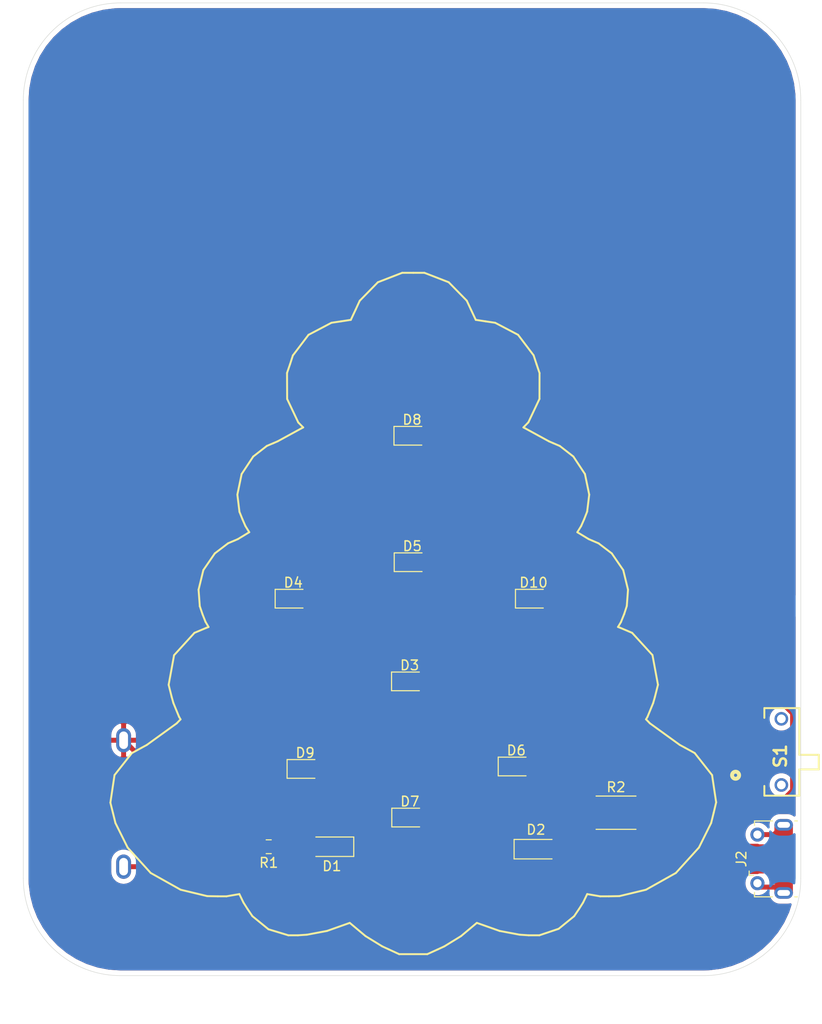
<source format=kicad_pcb>
(kicad_pcb (version 20171130) (host pcbnew "(5.1.6)-1")

  (general
    (thickness 1.6)
    (drawings 153)
    (tracks 72)
    (zones 0)
    (modules 30)
    (nets 13)
  )

  (page A4)
  (layers
    (0 F.Cu signal)
    (31 B.Cu signal)
    (32 B.Adhes user)
    (33 F.Adhes user)
    (34 B.Paste user)
    (35 F.Paste user)
    (36 B.SilkS user)
    (37 F.SilkS user)
    (38 B.Mask user)
    (39 F.Mask user)
    (40 Dwgs.User user)
    (41 Cmts.User user)
    (42 Eco1.User user)
    (43 Eco2.User user)
    (44 Edge.Cuts user)
    (45 Margin user)
    (46 B.CrtYd user)
    (47 F.CrtYd user)
    (48 B.Fab user)
    (49 F.Fab user)
  )

  (setup
    (last_trace_width 0.508)
    (user_trace_width 0.508)
    (trace_clearance 0.2)
    (zone_clearance 0.508)
    (zone_45_only no)
    (trace_min 0.2)
    (via_size 0.8)
    (via_drill 0.4)
    (via_min_size 0.4)
    (via_min_drill 0.3)
    (uvia_size 0.3)
    (uvia_drill 0.1)
    (uvias_allowed no)
    (uvia_min_size 0.2)
    (uvia_min_drill 0.1)
    (edge_width 0.05)
    (segment_width 0.2)
    (pcb_text_width 0.3)
    (pcb_text_size 1.5 1.5)
    (mod_edge_width 0.12)
    (mod_text_size 1 1)
    (mod_text_width 0.15)
    (pad_size 1.524 2.5)
    (pad_drill 0.9)
    (pad_to_mask_clearance 0.05)
    (aux_axis_origin 0 0)
    (visible_elements 7FFFFFFF)
    (pcbplotparams
      (layerselection 0x010fc_ffffffff)
      (usegerberextensions true)
      (usegerberattributes true)
      (usegerberadvancedattributes true)
      (creategerberjobfile false)
      (excludeedgelayer true)
      (linewidth 0.100000)
      (plotframeref false)
      (viasonmask false)
      (mode 1)
      (useauxorigin false)
      (hpglpennumber 1)
      (hpglpenspeed 20)
      (hpglpendiameter 15.000000)
      (psnegative false)
      (psa4output false)
      (plotreference true)
      (plotvalue true)
      (plotinvisibletext false)
      (padsonsilk false)
      (subtractmaskfromsilk true)
      (outputformat 1)
      (mirror false)
      (drillshape 0)
      (scaleselection 1)
      (outputdirectory "gerber_julkort/"))
  )

  (net 0 "")
  (net 1 "Net-(D1-Pad1)")
  (net 2 "Net-(D1-Pad2)")
  (net 3 "Net-(D2-Pad2)")
  (net 4 GND)
  (net 5 "Net-(J2-Pad6)")
  (net 6 "Net-(J2-Pad2)")
  (net 7 "Net-(J2-Pad4)")
  (net 8 "Net-(J2-Pad3)")
  (net 9 "Net-(D10-Pad2)")
  (net 10 "Net-(J1-Pad1)")
  (net 11 "Net-(J2-Pad1)")
  (net 12 "Net-(S1-Pad3)")

  (net_class Default "This is the default net class."
    (clearance 0.2)
    (trace_width 0.25)
    (via_dia 0.8)
    (via_drill 0.4)
    (uvia_dia 0.3)
    (uvia_drill 0.1)
    (add_net GND)
    (add_net "Net-(D1-Pad1)")
    (add_net "Net-(D1-Pad2)")
    (add_net "Net-(D10-Pad2)")
    (add_net "Net-(D2-Pad2)")
    (add_net "Net-(J1-Pad1)")
    (add_net "Net-(J2-Pad1)")
    (add_net "Net-(J2-Pad2)")
    (add_net "Net-(J2-Pad3)")
    (add_net "Net-(J2-Pad4)")
    (add_net "Net-(J2-Pad6)")
    (add_net "Net-(S1-Pad3)")
  )

  (module fp:case_logo_60x58 (layer B.Cu) (tedit 0) (tstamp 5FCAC4A9)
    (at 74.8 62.2 180)
    (fp_text reference G*** (at 0 0) (layer B.SilkS) hide
      (effects (font (size 1.524 1.524) (thickness 0.3)) (justify mirror))
    )
    (fp_text value LOGO (at 0.75 0) (layer B.SilkS) hide
      (effects (font (size 1.524 1.524) (thickness 0.3)) (justify mirror))
    )
    (fp_poly (pts (xy -19.05 -20.357353) (xy -23.229337 -20.357353) (xy -24.645687 -20.361773) (xy -25.73065 -20.376684)
      (xy -26.526281 -20.40456) (xy -27.074637 -20.447877) (xy -27.417773 -20.50911) (xy -27.597746 -20.590734)
      (xy -27.623289 -20.615946) (xy -27.716671 -20.910985) (xy -27.774164 -21.536629) (xy -27.796502 -22.506981)
      (xy -27.78623 -23.738983) (xy -27.764874 -24.829334) (xy -27.739871 -25.605846) (xy -27.701247 -26.128155)
      (xy -27.639027 -26.455897) (xy -27.543235 -26.64871) (xy -27.403898 -26.766228) (xy -27.267647 -26.839401)
      (xy -26.941994 -26.930142) (xy -26.352935 -26.997833) (xy -25.472197 -27.044029) (xy -24.27151 -27.070284)
      (xy -22.925367 -27.078129) (xy -19.05 -27.080882) (xy -19.05 -28.388235) (xy -23.205515 -28.380037)
      (xy -24.731736 -28.369833) (xy -25.927367 -28.344362) (xy -26.835125 -28.301246) (xy -27.497728 -28.238105)
      (xy -27.957893 -28.152558) (xy -28.108088 -28.106906) (xy -28.812433 -27.760531) (xy -29.265184 -27.26807)
      (xy -29.528395 -26.544321) (xy -29.611702 -26.042347) (xy -29.65582 -25.443789) (xy -29.674497 -24.630472)
      (xy -29.67049 -23.689119) (xy -29.646552 -22.706451) (xy -29.605441 -21.769192) (xy -29.549912 -20.964062)
      (xy -29.48272 -20.377785) (xy -29.423761 -20.127676) (xy -29.183717 -19.829481) (xy -28.754395 -19.480312)
      (xy -28.60316 -19.380617) (xy -28.370154 -19.246166) (xy -28.124016 -19.142486) (xy -27.813279 -19.064647)
      (xy -27.386478 -19.00772) (xy -26.792148 -18.966776) (xy -25.978823 -18.936887) (xy -24.895037 -18.913124)
      (xy -23.489325 -18.890557) (xy -23.485662 -18.890502) (xy -19.05 -18.824388) (xy -19.05 -20.357353)) (layer B.Mask) (width 0.01))
    (fp_poly (pts (xy -15.688235 -28.388235) (xy -17.742647 -28.388235) (xy -17.742647 -26.707353) (xy -15.688235 -26.707353)
      (xy -15.688235 -28.388235)) (layer B.Mask) (width 0.01))
    (fp_poly (pts (xy -7.375071 -18.974666) (xy -7.052043 -19.190073) (xy -6.876974 -19.427182) (xy -6.526942 -19.933876)
      (xy -6.031029 -20.666864) (xy -5.418316 -21.582859) (xy -4.717885 -22.638571) (xy -3.958819 -23.79071)
      (xy -3.852587 -23.952573) (xy -0.942805 -28.388235) (xy -1.918829 -28.387872) (xy -2.894853 -28.387508)
      (xy -5.291304 -24.652577) (xy -5.968532 -23.604985) (xy -6.58204 -22.670956) (xy -7.102538 -21.893865)
      (xy -7.500735 -21.317089) (xy -7.747342 -20.984005) (xy -7.812628 -20.918725) (xy -7.944907 -21.069064)
      (xy -8.24933 -21.490648) (xy -8.69644 -22.140267) (xy -9.256777 -22.974712) (xy -9.900884 -23.950773)
      (xy -10.359168 -24.654019) (xy -12.780837 -28.388235) (xy -14.758006 -28.388235) (xy -11.579412 -23.625735)
      (xy -10.676451 -22.276378) (xy -9.953339 -21.207166) (xy -9.385027 -20.385929) (xy -8.946466 -19.780495)
      (xy -8.612607 -19.358695) (xy -8.358402 -19.088355) (xy -8.158803 -18.937307) (xy -7.98876 -18.873379)
      (xy -7.871266 -18.863235) (xy -7.375071 -18.974666)) (layer B.Mask) (width 0.01))
    (fp_poly (pts (xy 2.054412 -28.388235) (xy 0 -28.388235) (xy 0 -26.707353) (xy 2.054412 -26.707353)
      (xy 2.054412 -28.388235)) (layer B.Mask) (width 0.01))
    (fp_poly (pts (xy 14.380883 -20.357353) (xy 10.098635 -20.357353) (xy 8.692882 -20.360605) (xy 7.614377 -20.37234)
      (xy 6.816876 -20.395524) (xy 6.254139 -20.433121) (xy 5.879924 -20.488099) (xy 5.647988 -20.563424)
      (xy 5.522899 -20.65084) (xy 5.274637 -21.135474) (xy 5.26136 -21.757134) (xy 5.422748 -22.237278)
      (xy 5.518395 -22.370091) (xy 5.678271 -22.465776) (xy 5.958045 -22.530361) (xy 6.413384 -22.569874)
      (xy 7.099957 -22.590342) (xy 8.073434 -22.597795) (xy 8.759021 -22.598529) (xy 10.314159 -22.611343)
      (xy 11.544352 -22.655055) (xy 12.497473 -22.737568) (xy 13.221399 -22.866787) (xy 13.764004 -23.050616)
      (xy 14.173163 -23.296959) (xy 14.427574 -23.534405) (xy 14.705707 -23.882737) (xy 14.860911 -24.239962)
      (xy 14.927821 -24.731497) (xy 14.941177 -25.394158) (xy 14.887803 -26.410786) (xy 14.708859 -27.138647)
      (xy 14.376109 -27.649601) (xy 13.924302 -27.982021) (xy 13.69623 -28.080617) (xy 13.382555 -28.158478)
      (xy 12.936999 -28.218795) (xy 12.313285 -28.264761) (xy 11.465137 -28.299565) (xy 10.346275 -28.326401)
      (xy 8.910423 -28.348458) (xy 8.544485 -28.353022) (xy 3.735294 -28.411191) (xy 3.735294 -27.080882)
      (xy 7.984191 -27.078129) (xy 9.504469 -27.073989) (xy 10.692957 -27.056608) (xy 11.59139 -27.015237)
      (xy 12.2415 -26.939129) (xy 12.685019 -26.817534) (xy 12.96368 -26.639706) (xy 13.119215 -26.394896)
      (xy 13.193358 -26.072355) (xy 13.223577 -25.728742) (xy 13.251694 -25.164364) (xy 13.22077 -24.747467)
      (xy 13.083124 -24.455715) (xy 12.791071 -24.266774) (xy 12.29693 -24.158308) (xy 11.553017 -24.107982)
      (xy 10.51165 -24.093463) (xy 9.730685 -24.092647) (xy 8.175547 -24.079833) (xy 6.945354 -24.036121)
      (xy 5.992233 -23.953608) (xy 5.268307 -23.824389) (xy 4.725702 -23.64056) (xy 4.316543 -23.394217)
      (xy 4.062133 -23.156771) (xy 3.761267 -22.768464) (xy 3.606167 -22.359699) (xy 3.551988 -21.783898)
      (xy 3.54853 -21.477941) (xy 3.5754 -20.794633) (xy 3.685956 -20.335644) (xy 3.925115 -19.953781)
      (xy 4.062133 -19.794874) (xy 4.364847 -19.522154) (xy 4.75372 -19.306486) (xy 5.272073 -19.141702)
      (xy 5.963227 -19.021635) (xy 6.870503 -18.940118) (xy 8.037223 -18.890985) (xy 9.506706 -18.868068)
      (xy 10.598897 -18.864317) (xy 14.380883 -18.863235) (xy 14.380883 -20.357353)) (layer B.Mask) (width 0.01))
    (fp_poly (pts (xy 18.116177 -28.388235) (xy 16.061765 -28.388235) (xy 16.061765 -26.707353) (xy 18.116177 -26.707353)
      (xy 18.116177 -28.388235)) (layer B.Mask) (width 0.01))
    (fp_poly (pts (xy 29.602206 -18.956617) (xy 29.660171 -19.656985) (xy 29.718137 -20.357353) (xy 21.646882 -20.357353)
      (xy 21.758088 -22.691911) (xy 25.551616 -22.742506) (xy 29.345143 -22.793101) (xy 29.28691 -23.396183)
      (xy 29.228677 -23.999264) (xy 25.446691 -24.049823) (xy 21.664706 -24.100381) (xy 21.664706 -27.080882)
      (xy 29.695588 -27.080882) (xy 29.695588 -28.388235) (xy 19.983824 -28.388235) (xy 19.983824 -18.856929)
      (xy 29.602206 -18.956617)) (layer B.Mask) (width 0.01))
    (fp_poly (pts (xy 0.747059 27.174265) (xy 0.753478 26.34746) (xy 0.781786 25.825391) (xy 0.845562 25.539357)
      (xy 0.958382 25.420658) (xy 1.09772 25.4) (xy 1.479009 25.295909) (xy 1.742796 24.945976)
      (xy 1.926408 24.293708) (xy 1.961602 24.092647) (xy 2.187217 23.122355) (xy 2.501475 22.51285)
      (xy 2.920799 22.258437) (xy 3.46161 22.353422) (xy 4.140331 22.792111) (xy 4.584148 23.183298)
      (xy 5.597406 24.141596) (xy 6.580688 23.542686) (xy 7.215921 23.138162) (xy 7.805427 22.733788)
      (xy 8.099343 22.513324) (xy 8.634714 22.082871) (xy 8.239416 21.026341) (xy 7.93474 20.066136)
      (xy 7.859318 19.383439) (xy 8.027156 18.950484) (xy 8.452258 18.739505) (xy 9.148629 18.722738)
      (xy 9.388421 18.748341) (xy 10.236013 18.856476) (xy 10.799875 18.896392) (xy 11.168779 18.827501)
      (xy 11.431501 18.609216) (xy 11.676816 18.200948) (xy 11.993498 17.56211) (xy 11.996597 17.555883)
      (xy 12.319842 16.872452) (xy 12.564333 16.290611) (xy 12.689045 15.910238) (xy 12.696965 15.850748)
      (xy 12.558046 15.591544) (xy 12.190869 15.20417) (xy 11.674809 14.772323) (xy 11.672794 14.770801)
      (xy 11.093821 14.299845) (xy 10.775021 13.936161) (xy 10.653307 13.599858) (xy 10.645588 13.469955)
      (xy 10.719666 13.043086) (xy 10.980249 12.688216) (xy 11.484861 12.35521) (xy 12.291025 11.993932)
      (xy 12.379682 11.958576) (xy 13.4601 11.530736) (xy 13.336073 10.434486) (xy 13.212047 9.338236)
      (xy 14.380883 9.338236) (xy 14.380883 -14.754411) (xy 12.886765 -14.754411) (xy 12.886765 8.030883)
      (xy -0.747059 8.030883) (xy -0.747059 9.338236) (xy 0.747059 9.338236) (xy 2.68522 9.338236)
      (xy 3.606754 9.349584) (xy 4.225318 9.390092) (xy 4.610964 9.469455) (xy 4.833743 9.597369)
      (xy 4.874895 9.641291) (xy 5.035701 10.02954) (xy 5.146165 10.674407) (xy 5.200755 11.461679)
      (xy 5.193941 12.277141) (xy 5.120192 13.006581) (xy 5.052854 13.316485) (xy 4.561385 14.430912)
      (xy 3.777348 15.449559) (xy 2.781345 16.293015) (xy 1.653977 16.881871) (xy 1.323091 16.991075)
      (xy 0.747059 17.156279) (xy 0.747059 9.338236) (xy -0.747059 9.338236) (xy -0.747059 27.454412)
      (xy -1.837772 27.454412) (xy -3.638847 27.279955) (xy -5.451228 26.780412) (xy -7.189639 25.991521)
      (xy -8.768802 24.949023) (xy -9.634996 24.186556) (xy -10.432472 23.325069) (xy -11.076182 22.443243)
      (xy -11.585537 21.484655) (xy -11.979945 20.392885) (xy -12.278815 19.111512) (xy -12.501556 17.584114)
      (xy -12.667577 15.754272) (xy -12.700374 15.275588) (xy -12.819159 13.662198) (xy -12.957081 12.336958)
      (xy -13.135661 11.214499) (xy -13.376427 10.20945) (xy -13.7009 9.23644) (xy -14.130607 8.210099)
      (xy -14.68707 7.045056) (xy -14.865412 6.688545) (xy -15.174928 6.029956) (xy -15.401205 5.464658)
      (xy -15.500229 5.103966) (xy -15.50147 5.079866) (xy -15.331318 4.645817) (xy -14.815349 4.142659)
      (xy -13.945294 3.562625) (xy -13.78989 3.472044) (xy -13.160066 3.055821) (xy -12.716791 2.598351)
      (xy -12.410026 2.011196) (xy -12.189728 1.205921) (xy -12.049833 0.396889) (xy -11.84211 -0.835251)
      (xy -11.622148 -1.774942) (xy -11.361306 -2.502905) (xy -11.030941 -3.099859) (xy -10.623588 -3.622578)
      (xy -9.702891 -4.410619) (xy -8.453972 -5.053097) (xy -6.871989 -5.551623) (xy -4.952101 -5.90781)
      (xy -3.221691 -6.087503) (xy -1.494117 -6.216829) (xy -1.494117 -14.754411) (xy -2.98017 -14.754411)
      (xy -3.030894 -11.165801) (xy -3.081617 -7.57719) (xy -4.7625 -7.368271) (xy -6.557401 -7.096126)
      (xy -8.040183 -6.755283) (xy -9.26924 -6.324405) (xy -10.302966 -5.782157) (xy -11.199756 -5.107206)
      (xy -11.366895 -4.955279) (xy -12.148528 -4.070118) (xy -12.717486 -3.044835) (xy -13.113241 -1.796032)
      (xy -13.283956 -0.904902) (xy -13.450977 0.133797) (xy -13.596491 0.87613) (xy -13.757477 1.394652)
      (xy -13.970913 1.761919) (xy -14.273777 2.050488) (xy -14.703047 2.332914) (xy -15.033377 2.52768)
      (xy -15.762382 2.997139) (xy -16.243474 3.432611) (xy -16.578632 3.930872) (xy -16.639833 4.052159)
      (xy -16.843396 4.548828) (xy -16.930058 5.022176) (xy -16.886183 5.542797) (xy -16.698137 6.181285)
      (xy -16.352285 7.008234) (xy -15.874855 8.012834) (xy -15.365675 9.08998) (xy -14.983155 10.011736)
      (xy -14.703872 10.873656) (xy -14.5044 11.771294) (xy -14.361313 12.800206) (xy -14.251186 14.055945)
      (xy -14.19766 14.854285) (xy -14.085628 16.448277) (xy -13.963969 17.74547) (xy -13.821157 18.822591)
      (xy -13.645665 19.756368) (xy -13.425963 20.623525) (xy -13.239247 21.233363) (xy -12.504224 22.907045)
      (xy -11.456612 24.420539) (xy -10.130589 25.752503) (xy -8.560329 26.8816) (xy -6.780008 27.786489)
      (xy -4.823803 28.44583) (xy -2.725888 28.838285) (xy -0.887132 28.946076) (xy 0.747059 28.94853)
      (xy 0.747059 27.174265)) (layer B.Mask) (width 0.01))
  )

  (module fp:5x5_star (layer F.Cu) (tedit 0) (tstamp 5FCAC0CC)
    (at 40 83)
    (fp_text reference G*** (at 0 0) (layer F.SilkS) hide
      (effects (font (size 1.524 1.524) (thickness 0.3)))
    )
    (fp_text value LOGO (at 0.75 0) (layer F.SilkS) hide
      (effects (font (size 1.524 1.524) (thickness 0.3)))
    )
    (fp_poly (pts (xy 0.010367 -2.472056) (xy 0.03238 -2.411635) (xy 0.065308 -2.316505) (xy 0.107589 -2.191308)
      (xy 0.157661 -2.040687) (xy 0.213959 -1.869286) (xy 0.274921 -1.681746) (xy 0.297897 -1.610591)
      (xy 0.361184 -1.414747) (xy 0.421111 -1.230251) (xy 0.475973 -1.062287) (xy 0.524063 -0.916038)
      (xy 0.563675 -0.796689) (xy 0.593101 -0.709424) (xy 0.610636 -0.659426) (xy 0.613283 -0.652565)
      (xy 0.643983 -0.577766) (xy 2.634885 -0.565728) (xy 1.824971 0.022526) (xy 1.614426 0.17606)
      (xy 1.43975 0.304843) (xy 1.298888 0.410483) (xy 1.189788 0.494589) (xy 1.110396 0.558766)
      (xy 1.05866 0.604623) (xy 1.032525 0.633766) (xy 1.028611 0.64598) (xy 1.043907 0.689137)
      (xy 1.070454 0.76778) (xy 1.106482 0.876421) (xy 1.150222 1.009574) (xy 1.199905 1.161749)
      (xy 1.25376 1.32746) (xy 1.310019 1.501219) (xy 1.366913 1.677537) (xy 1.422672 1.850928)
      (xy 1.475526 2.015903) (xy 1.523706 2.166975) (xy 1.565443 2.298656) (xy 1.598968 2.405458)
      (xy 1.622511 2.481894) (xy 1.634303 2.522476) (xy 1.635288 2.527599) (xy 1.6157 2.515758)
      (xy 1.562697 2.479383) (xy 1.480121 2.421222) (xy 1.371818 2.344021) (xy 1.241633 2.25053)
      (xy 1.093411 2.143495) (xy 0.930996 2.025666) (xy 0.82443 1.948083) (xy 0.654612 1.824605)
      (xy 0.49614 1.709984) (xy 0.35293 1.607008) (xy 0.228902 1.518468) (xy 0.127973 1.447152)
      (xy 0.054062 1.395852) (xy 0.011087 1.367356) (xy 0.001733 1.362363) (xy -0.019098 1.375378)
      (xy -0.0726 1.412174) (xy -0.154087 1.469381) (xy -0.258875 1.543628) (xy -0.382276 1.631544)
      (xy -0.519607 1.729759) (xy -0.66618 1.834902) (xy -0.817312 1.943602) (xy -0.968315 2.052488)
      (xy -1.114505 2.158189) (xy -1.251196 2.257336) (xy -1.373703 2.346556) (xy -1.47734 2.42248)
      (xy -1.557421 2.481736) (xy -1.609261 2.520953) (xy -1.614914 2.525375) (xy -1.638643 2.539136)
      (xy -1.635631 2.517536) (xy -1.635402 2.516909) (xy -1.625753 2.488069) (xy -1.603468 2.420084)
      (xy -1.570106 2.317752) (xy -1.527228 2.185875) (xy -1.476394 2.029252) (xy -1.419163 1.852683)
      (xy -1.357095 1.660968) (xy -1.327727 1.570181) (xy -1.264147 1.373675) (xy -1.204845 1.190558)
      (xy -1.151355 1.025557) (xy -1.105212 0.883399) (xy -1.067952 0.768812) (xy -1.041108 0.686522)
      (xy -1.026216 0.641256) (xy -1.023793 0.634146) (xy -1.039993 0.615997) (xy -1.08995 0.573802)
      (xy -1.169896 0.510438) (xy -1.276067 0.428784) (xy -1.404695 0.331715) (xy -1.552013 0.222108)
      (xy -1.714257 0.10284) (xy -1.824915 0.022237) (xy -2.634995 -0.565728) (xy -1.633038 -0.57174)
      (xy -0.631082 -0.577753) (xy -0.452237 -1.125922) (xy -0.392949 -1.308003) (xy -0.32927 -1.50419)
      (xy -0.265559 -1.701008) (xy -0.206177 -1.884981) (xy -0.155483 -2.042635) (xy -0.142469 -2.08326)
      (xy -0.100616 -2.212121) (xy -0.062963 -2.324399) (xy -0.031908 -2.413232) (xy -0.009851 -2.47176)
      (xy 0.000809 -2.493122) (xy 0.000833 -2.493124) (xy 0.010367 -2.472056)) (layer F.Mask) (width 0.01))
  )

  (module fp:5x5_star (layer F.Cu) (tedit 0) (tstamp 5FCAC0CC)
    (at 100 78)
    (fp_text reference G*** (at 0 0) (layer F.SilkS) hide
      (effects (font (size 1.524 1.524) (thickness 0.3)))
    )
    (fp_text value LOGO (at 0.75 0) (layer F.SilkS) hide
      (effects (font (size 1.524 1.524) (thickness 0.3)))
    )
    (fp_poly (pts (xy 0.010367 -2.472056) (xy 0.03238 -2.411635) (xy 0.065308 -2.316505) (xy 0.107589 -2.191308)
      (xy 0.157661 -2.040687) (xy 0.213959 -1.869286) (xy 0.274921 -1.681746) (xy 0.297897 -1.610591)
      (xy 0.361184 -1.414747) (xy 0.421111 -1.230251) (xy 0.475973 -1.062287) (xy 0.524063 -0.916038)
      (xy 0.563675 -0.796689) (xy 0.593101 -0.709424) (xy 0.610636 -0.659426) (xy 0.613283 -0.652565)
      (xy 0.643983 -0.577766) (xy 2.634885 -0.565728) (xy 1.824971 0.022526) (xy 1.614426 0.17606)
      (xy 1.43975 0.304843) (xy 1.298888 0.410483) (xy 1.189788 0.494589) (xy 1.110396 0.558766)
      (xy 1.05866 0.604623) (xy 1.032525 0.633766) (xy 1.028611 0.64598) (xy 1.043907 0.689137)
      (xy 1.070454 0.76778) (xy 1.106482 0.876421) (xy 1.150222 1.009574) (xy 1.199905 1.161749)
      (xy 1.25376 1.32746) (xy 1.310019 1.501219) (xy 1.366913 1.677537) (xy 1.422672 1.850928)
      (xy 1.475526 2.015903) (xy 1.523706 2.166975) (xy 1.565443 2.298656) (xy 1.598968 2.405458)
      (xy 1.622511 2.481894) (xy 1.634303 2.522476) (xy 1.635288 2.527599) (xy 1.6157 2.515758)
      (xy 1.562697 2.479383) (xy 1.480121 2.421222) (xy 1.371818 2.344021) (xy 1.241633 2.25053)
      (xy 1.093411 2.143495) (xy 0.930996 2.025666) (xy 0.82443 1.948083) (xy 0.654612 1.824605)
      (xy 0.49614 1.709984) (xy 0.35293 1.607008) (xy 0.228902 1.518468) (xy 0.127973 1.447152)
      (xy 0.054062 1.395852) (xy 0.011087 1.367356) (xy 0.001733 1.362363) (xy -0.019098 1.375378)
      (xy -0.0726 1.412174) (xy -0.154087 1.469381) (xy -0.258875 1.543628) (xy -0.382276 1.631544)
      (xy -0.519607 1.729759) (xy -0.66618 1.834902) (xy -0.817312 1.943602) (xy -0.968315 2.052488)
      (xy -1.114505 2.158189) (xy -1.251196 2.257336) (xy -1.373703 2.346556) (xy -1.47734 2.42248)
      (xy -1.557421 2.481736) (xy -1.609261 2.520953) (xy -1.614914 2.525375) (xy -1.638643 2.539136)
      (xy -1.635631 2.517536) (xy -1.635402 2.516909) (xy -1.625753 2.488069) (xy -1.603468 2.420084)
      (xy -1.570106 2.317752) (xy -1.527228 2.185875) (xy -1.476394 2.029252) (xy -1.419163 1.852683)
      (xy -1.357095 1.660968) (xy -1.327727 1.570181) (xy -1.264147 1.373675) (xy -1.204845 1.190558)
      (xy -1.151355 1.025557) (xy -1.105212 0.883399) (xy -1.067952 0.768812) (xy -1.041108 0.686522)
      (xy -1.026216 0.641256) (xy -1.023793 0.634146) (xy -1.039993 0.615997) (xy -1.08995 0.573802)
      (xy -1.169896 0.510438) (xy -1.276067 0.428784) (xy -1.404695 0.331715) (xy -1.552013 0.222108)
      (xy -1.714257 0.10284) (xy -1.824915 0.022237) (xy -2.634995 -0.565728) (xy -1.633038 -0.57174)
      (xy -0.631082 -0.577753) (xy -0.452237 -1.125922) (xy -0.392949 -1.308003) (xy -0.32927 -1.50419)
      (xy -0.265559 -1.701008) (xy -0.206177 -1.884981) (xy -0.155483 -2.042635) (xy -0.142469 -2.08326)
      (xy -0.100616 -2.212121) (xy -0.062963 -2.324399) (xy -0.031908 -2.413232) (xy -0.009851 -2.47176)
      (xy 0.000809 -2.493122) (xy 0.000833 -2.493124) (xy 0.010367 -2.472056)) (layer F.Mask) (width 0.01))
  )

  (module fp:5x5_star (layer F.Cu) (tedit 0) (tstamp 5FCAB81D)
    (at 55 37)
    (fp_text reference G*** (at 0 0) (layer F.SilkS) hide
      (effects (font (size 1.524 1.524) (thickness 0.3)))
    )
    (fp_text value LOGO (at 0.75 0) (layer F.SilkS) hide
      (effects (font (size 1.524 1.524) (thickness 0.3)))
    )
    (fp_poly (pts (xy 0.010367 -2.472056) (xy 0.03238 -2.411635) (xy 0.065308 -2.316505) (xy 0.107589 -2.191308)
      (xy 0.157661 -2.040687) (xy 0.213959 -1.869286) (xy 0.274921 -1.681746) (xy 0.297897 -1.610591)
      (xy 0.361184 -1.414747) (xy 0.421111 -1.230251) (xy 0.475973 -1.062287) (xy 0.524063 -0.916038)
      (xy 0.563675 -0.796689) (xy 0.593101 -0.709424) (xy 0.610636 -0.659426) (xy 0.613283 -0.652565)
      (xy 0.643983 -0.577766) (xy 2.634885 -0.565728) (xy 1.824971 0.022526) (xy 1.614426 0.17606)
      (xy 1.43975 0.304843) (xy 1.298888 0.410483) (xy 1.189788 0.494589) (xy 1.110396 0.558766)
      (xy 1.05866 0.604623) (xy 1.032525 0.633766) (xy 1.028611 0.64598) (xy 1.043907 0.689137)
      (xy 1.070454 0.76778) (xy 1.106482 0.876421) (xy 1.150222 1.009574) (xy 1.199905 1.161749)
      (xy 1.25376 1.32746) (xy 1.310019 1.501219) (xy 1.366913 1.677537) (xy 1.422672 1.850928)
      (xy 1.475526 2.015903) (xy 1.523706 2.166975) (xy 1.565443 2.298656) (xy 1.598968 2.405458)
      (xy 1.622511 2.481894) (xy 1.634303 2.522476) (xy 1.635288 2.527599) (xy 1.6157 2.515758)
      (xy 1.562697 2.479383) (xy 1.480121 2.421222) (xy 1.371818 2.344021) (xy 1.241633 2.25053)
      (xy 1.093411 2.143495) (xy 0.930996 2.025666) (xy 0.82443 1.948083) (xy 0.654612 1.824605)
      (xy 0.49614 1.709984) (xy 0.35293 1.607008) (xy 0.228902 1.518468) (xy 0.127973 1.447152)
      (xy 0.054062 1.395852) (xy 0.011087 1.367356) (xy 0.001733 1.362363) (xy -0.019098 1.375378)
      (xy -0.0726 1.412174) (xy -0.154087 1.469381) (xy -0.258875 1.543628) (xy -0.382276 1.631544)
      (xy -0.519607 1.729759) (xy -0.66618 1.834902) (xy -0.817312 1.943602) (xy -0.968315 2.052488)
      (xy -1.114505 2.158189) (xy -1.251196 2.257336) (xy -1.373703 2.346556) (xy -1.47734 2.42248)
      (xy -1.557421 2.481736) (xy -1.609261 2.520953) (xy -1.614914 2.525375) (xy -1.638643 2.539136)
      (xy -1.635631 2.517536) (xy -1.635402 2.516909) (xy -1.625753 2.488069) (xy -1.603468 2.420084)
      (xy -1.570106 2.317752) (xy -1.527228 2.185875) (xy -1.476394 2.029252) (xy -1.419163 1.852683)
      (xy -1.357095 1.660968) (xy -1.327727 1.570181) (xy -1.264147 1.373675) (xy -1.204845 1.190558)
      (xy -1.151355 1.025557) (xy -1.105212 0.883399) (xy -1.067952 0.768812) (xy -1.041108 0.686522)
      (xy -1.026216 0.641256) (xy -1.023793 0.634146) (xy -1.039993 0.615997) (xy -1.08995 0.573802)
      (xy -1.169896 0.510438) (xy -1.276067 0.428784) (xy -1.404695 0.331715) (xy -1.552013 0.222108)
      (xy -1.714257 0.10284) (xy -1.824915 0.022237) (xy -2.634995 -0.565728) (xy -1.633038 -0.57174)
      (xy -0.631082 -0.577753) (xy -0.452237 -1.125922) (xy -0.392949 -1.308003) (xy -0.32927 -1.50419)
      (xy -0.265559 -1.701008) (xy -0.206177 -1.884981) (xy -0.155483 -2.042635) (xy -0.142469 -2.08326)
      (xy -0.100616 -2.212121) (xy -0.062963 -2.324399) (xy -0.031908 -2.413232) (xy -0.009851 -2.47176)
      (xy 0.000809 -2.493122) (xy 0.000833 -2.493124) (xy 0.010367 -2.472056)) (layer F.Mask) (width 0.01))
  )

  (module fp:10x10_star (layer F.Cu) (tedit 0) (tstamp 5FCAB80D)
    (at 54 49)
    (fp_text reference G*** (at 0 0) (layer F.SilkS) hide
      (effects (font (size 1.524 1.524) (thickness 0.3)))
    )
    (fp_text value LOGO (at 0.75 0) (layer F.SilkS) hide
      (effects (font (size 1.524 1.524) (thickness 0.3)))
    )
    (fp_poly (pts (xy 0.019527 -4.656269) (xy 0.06099 -4.542462) (xy 0.123012 -4.363278) (xy 0.202651 -4.127462)
      (xy 0.296963 -3.843759) (xy 0.403004 -3.520914) (xy 0.517831 -3.167672) (xy 0.561107 -3.033647)
      (xy 0.680311 -2.664763) (xy 0.793189 -2.317253) (xy 0.896525 -2.000882) (xy 0.987105 -1.725414)
      (xy 1.061716 -1.500613) (xy 1.117142 -1.336243) (xy 1.15017 -1.242069) (xy 1.155156 -1.229145)
      (xy 1.212982 -1.088256) (xy 3.087975 -1.076919) (xy 4.962969 -1.065582) (xy 3.437445 0.042429)
      (xy 3.040871 0.33162) (xy 2.711857 0.574191) (xy 2.446535 0.773172) (xy 2.241039 0.931589)
      (xy 2.0915 1.052471) (xy 1.99405 1.138845) (xy 1.944824 1.193738) (xy 1.937451 1.216745)
      (xy 1.966263 1.298033) (xy 2.016266 1.446161) (xy 2.084127 1.650794) (xy 2.166514 1.901595)
      (xy 2.260094 2.188227) (xy 2.361534 2.500353) (xy 2.467502 2.827638) (xy 2.574665 3.159745)
      (xy 2.679689 3.486337) (xy 2.779243 3.797078) (xy 2.869994 4.081631) (xy 2.948609 4.32966)
      (xy 3.011755 4.530829) (xy 3.0561 4.674801) (xy 3.07831 4.751239) (xy 3.080165 4.760888)
      (xy 3.043271 4.738587) (xy 2.943435 4.670072) (xy 2.787898 4.560521) (xy 2.583903 4.415109)
      (xy 2.338692 4.239012) (xy 2.059506 4.037406) (xy 1.753588 3.815467) (xy 1.552864 3.669335)
      (xy 1.233003 3.436757) (xy 0.93451 3.22086) (xy 0.664766 3.026899) (xy 0.431151 2.860128)
      (xy 0.241045 2.725801) (xy 0.101829 2.629174) (xy 0.020884 2.5755) (xy 0.003264 2.566096)
      (xy -0.035973 2.590609) (xy -0.136747 2.659917) (xy -0.290234 2.76767) (xy -0.487607 2.907519)
      (xy -0.720041 3.073114) (xy -0.978712 3.258108) (xy -1.254792 3.456151) (xy -1.539457 3.660894)
      (xy -1.823881 3.865988) (xy -2.099239 4.065083) (xy -2.356706 4.251832) (xy -2.587454 4.419884)
      (xy -2.78266 4.56289) (xy -2.933498 4.674503) (xy -3.031142 4.748372) (xy -3.041791 4.756699)
      (xy -3.086485 4.78262) (xy -3.080812 4.741935) (xy -3.080381 4.740753) (xy -3.062206 4.686432)
      (xy -3.02023 4.558377) (xy -2.957392 4.36563) (xy -2.876628 4.117231) (xy -2.780879 3.822222)
      (xy -2.673081 3.489643) (xy -2.556173 3.128536) (xy -2.500856 2.957534) (xy -2.3811 2.587402)
      (xy -2.2694 2.242489) (xy -2.168649 1.9317) (xy -2.081736 1.663938) (xy -2.011553 1.448106)
      (xy -1.960991 1.293107) (xy -1.932941 1.207846) (xy -1.928378 1.194454) (xy -1.958892 1.160268)
      (xy -2.052988 1.080791) (xy -2.203572 0.961443) (xy -2.403551 0.807641) (xy -2.645829 0.624806)
      (xy -2.923313 0.418354) (xy -3.228908 0.193706) (xy -3.43734 0.041886) (xy -4.963176 -1.065582)
      (xy -3.075929 -1.076907) (xy -1.188681 -1.088233) (xy -0.851817 -2.120743) (xy -0.740145 -2.463704)
      (xy -0.6202 -2.833234) (xy -0.500197 -3.203952) (xy -0.388346 -3.550477) (xy -0.292863 -3.847428)
      (xy -0.26835 -3.923948) (xy -0.189517 -4.166666) (xy -0.118594 -4.378148) (xy -0.060101 -4.545471)
      (xy -0.018556 -4.655712) (xy 0.001523 -4.695948) (xy 0.001569 -4.695952) (xy 0.019527 -4.656269)) (layer F.Mask) (width 0.01))
  )

  (module fp:5x5_star (layer F.Cu) (tedit 0) (tstamp 5FCAB790)
    (at 88 38)
    (fp_text reference G*** (at 0 0) (layer F.SilkS) hide
      (effects (font (size 1.524 1.524) (thickness 0.3)))
    )
    (fp_text value LOGO (at 0.75 0) (layer F.SilkS) hide
      (effects (font (size 1.524 1.524) (thickness 0.3)))
    )
    (fp_poly (pts (xy 0.010367 -2.472056) (xy 0.03238 -2.411635) (xy 0.065308 -2.316505) (xy 0.107589 -2.191308)
      (xy 0.157661 -2.040687) (xy 0.213959 -1.869286) (xy 0.274921 -1.681746) (xy 0.297897 -1.610591)
      (xy 0.361184 -1.414747) (xy 0.421111 -1.230251) (xy 0.475973 -1.062287) (xy 0.524063 -0.916038)
      (xy 0.563675 -0.796689) (xy 0.593101 -0.709424) (xy 0.610636 -0.659426) (xy 0.613283 -0.652565)
      (xy 0.643983 -0.577766) (xy 2.634885 -0.565728) (xy 1.824971 0.022526) (xy 1.614426 0.17606)
      (xy 1.43975 0.304843) (xy 1.298888 0.410483) (xy 1.189788 0.494589) (xy 1.110396 0.558766)
      (xy 1.05866 0.604623) (xy 1.032525 0.633766) (xy 1.028611 0.64598) (xy 1.043907 0.689137)
      (xy 1.070454 0.76778) (xy 1.106482 0.876421) (xy 1.150222 1.009574) (xy 1.199905 1.161749)
      (xy 1.25376 1.32746) (xy 1.310019 1.501219) (xy 1.366913 1.677537) (xy 1.422672 1.850928)
      (xy 1.475526 2.015903) (xy 1.523706 2.166975) (xy 1.565443 2.298656) (xy 1.598968 2.405458)
      (xy 1.622511 2.481894) (xy 1.634303 2.522476) (xy 1.635288 2.527599) (xy 1.6157 2.515758)
      (xy 1.562697 2.479383) (xy 1.480121 2.421222) (xy 1.371818 2.344021) (xy 1.241633 2.25053)
      (xy 1.093411 2.143495) (xy 0.930996 2.025666) (xy 0.82443 1.948083) (xy 0.654612 1.824605)
      (xy 0.49614 1.709984) (xy 0.35293 1.607008) (xy 0.228902 1.518468) (xy 0.127973 1.447152)
      (xy 0.054062 1.395852) (xy 0.011087 1.367356) (xy 0.001733 1.362363) (xy -0.019098 1.375378)
      (xy -0.0726 1.412174) (xy -0.154087 1.469381) (xy -0.258875 1.543628) (xy -0.382276 1.631544)
      (xy -0.519607 1.729759) (xy -0.66618 1.834902) (xy -0.817312 1.943602) (xy -0.968315 2.052488)
      (xy -1.114505 2.158189) (xy -1.251196 2.257336) (xy -1.373703 2.346556) (xy -1.47734 2.42248)
      (xy -1.557421 2.481736) (xy -1.609261 2.520953) (xy -1.614914 2.525375) (xy -1.638643 2.539136)
      (xy -1.635631 2.517536) (xy -1.635402 2.516909) (xy -1.625753 2.488069) (xy -1.603468 2.420084)
      (xy -1.570106 2.317752) (xy -1.527228 2.185875) (xy -1.476394 2.029252) (xy -1.419163 1.852683)
      (xy -1.357095 1.660968) (xy -1.327727 1.570181) (xy -1.264147 1.373675) (xy -1.204845 1.190558)
      (xy -1.151355 1.025557) (xy -1.105212 0.883399) (xy -1.067952 0.768812) (xy -1.041108 0.686522)
      (xy -1.026216 0.641256) (xy -1.023793 0.634146) (xy -1.039993 0.615997) (xy -1.08995 0.573802)
      (xy -1.169896 0.510438) (xy -1.276067 0.428784) (xy -1.404695 0.331715) (xy -1.552013 0.222108)
      (xy -1.714257 0.10284) (xy -1.824915 0.022237) (xy -2.634995 -0.565728) (xy -1.633038 -0.57174)
      (xy -0.631082 -0.577753) (xy -0.452237 -1.125922) (xy -0.392949 -1.308003) (xy -0.32927 -1.50419)
      (xy -0.265559 -1.701008) (xy -0.206177 -1.884981) (xy -0.155483 -2.042635) (xy -0.142469 -2.08326)
      (xy -0.100616 -2.212121) (xy -0.062963 -2.324399) (xy -0.031908 -2.413232) (xy -0.009851 -2.47176)
      (xy 0.000809 -2.493122) (xy 0.000833 -2.493124) (xy 0.010367 -2.472056)) (layer F.Mask) (width 0.01))
  )

  (module fp:5x5_star (layer F.Cu) (tedit 0) (tstamp 5FCAB790)
    (at 93 57)
    (fp_text reference G*** (at 0 0) (layer F.SilkS) hide
      (effects (font (size 1.524 1.524) (thickness 0.3)))
    )
    (fp_text value LOGO (at 0.75 0) (layer F.SilkS) hide
      (effects (font (size 1.524 1.524) (thickness 0.3)))
    )
    (fp_poly (pts (xy 0.010367 -2.472056) (xy 0.03238 -2.411635) (xy 0.065308 -2.316505) (xy 0.107589 -2.191308)
      (xy 0.157661 -2.040687) (xy 0.213959 -1.869286) (xy 0.274921 -1.681746) (xy 0.297897 -1.610591)
      (xy 0.361184 -1.414747) (xy 0.421111 -1.230251) (xy 0.475973 -1.062287) (xy 0.524063 -0.916038)
      (xy 0.563675 -0.796689) (xy 0.593101 -0.709424) (xy 0.610636 -0.659426) (xy 0.613283 -0.652565)
      (xy 0.643983 -0.577766) (xy 2.634885 -0.565728) (xy 1.824971 0.022526) (xy 1.614426 0.17606)
      (xy 1.43975 0.304843) (xy 1.298888 0.410483) (xy 1.189788 0.494589) (xy 1.110396 0.558766)
      (xy 1.05866 0.604623) (xy 1.032525 0.633766) (xy 1.028611 0.64598) (xy 1.043907 0.689137)
      (xy 1.070454 0.76778) (xy 1.106482 0.876421) (xy 1.150222 1.009574) (xy 1.199905 1.161749)
      (xy 1.25376 1.32746) (xy 1.310019 1.501219) (xy 1.366913 1.677537) (xy 1.422672 1.850928)
      (xy 1.475526 2.015903) (xy 1.523706 2.166975) (xy 1.565443 2.298656) (xy 1.598968 2.405458)
      (xy 1.622511 2.481894) (xy 1.634303 2.522476) (xy 1.635288 2.527599) (xy 1.6157 2.515758)
      (xy 1.562697 2.479383) (xy 1.480121 2.421222) (xy 1.371818 2.344021) (xy 1.241633 2.25053)
      (xy 1.093411 2.143495) (xy 0.930996 2.025666) (xy 0.82443 1.948083) (xy 0.654612 1.824605)
      (xy 0.49614 1.709984) (xy 0.35293 1.607008) (xy 0.228902 1.518468) (xy 0.127973 1.447152)
      (xy 0.054062 1.395852) (xy 0.011087 1.367356) (xy 0.001733 1.362363) (xy -0.019098 1.375378)
      (xy -0.0726 1.412174) (xy -0.154087 1.469381) (xy -0.258875 1.543628) (xy -0.382276 1.631544)
      (xy -0.519607 1.729759) (xy -0.66618 1.834902) (xy -0.817312 1.943602) (xy -0.968315 2.052488)
      (xy -1.114505 2.158189) (xy -1.251196 2.257336) (xy -1.373703 2.346556) (xy -1.47734 2.42248)
      (xy -1.557421 2.481736) (xy -1.609261 2.520953) (xy -1.614914 2.525375) (xy -1.638643 2.539136)
      (xy -1.635631 2.517536) (xy -1.635402 2.516909) (xy -1.625753 2.488069) (xy -1.603468 2.420084)
      (xy -1.570106 2.317752) (xy -1.527228 2.185875) (xy -1.476394 2.029252) (xy -1.419163 1.852683)
      (xy -1.357095 1.660968) (xy -1.327727 1.570181) (xy -1.264147 1.373675) (xy -1.204845 1.190558)
      (xy -1.151355 1.025557) (xy -1.105212 0.883399) (xy -1.067952 0.768812) (xy -1.041108 0.686522)
      (xy -1.026216 0.641256) (xy -1.023793 0.634146) (xy -1.039993 0.615997) (xy -1.08995 0.573802)
      (xy -1.169896 0.510438) (xy -1.276067 0.428784) (xy -1.404695 0.331715) (xy -1.552013 0.222108)
      (xy -1.714257 0.10284) (xy -1.824915 0.022237) (xy -2.634995 -0.565728) (xy -1.633038 -0.57174)
      (xy -0.631082 -0.577753) (xy -0.452237 -1.125922) (xy -0.392949 -1.308003) (xy -0.32927 -1.50419)
      (xy -0.265559 -1.701008) (xy -0.206177 -1.884981) (xy -0.155483 -2.042635) (xy -0.142469 -2.08326)
      (xy -0.100616 -2.212121) (xy -0.062963 -2.324399) (xy -0.031908 -2.413232) (xy -0.009851 -2.47176)
      (xy 0.000809 -2.493122) (xy 0.000833 -2.493124) (xy 0.010367 -2.472056)) (layer F.Mask) (width 0.01))
  )

  (module fp:5x5_star (layer F.Cu) (tedit 0) (tstamp 5FCAB790)
    (at 108 36)
    (fp_text reference G*** (at 0 0) (layer F.SilkS) hide
      (effects (font (size 1.524 1.524) (thickness 0.3)))
    )
    (fp_text value LOGO (at 0.75 0) (layer F.SilkS) hide
      (effects (font (size 1.524 1.524) (thickness 0.3)))
    )
    (fp_poly (pts (xy 0.010367 -2.472056) (xy 0.03238 -2.411635) (xy 0.065308 -2.316505) (xy 0.107589 -2.191308)
      (xy 0.157661 -2.040687) (xy 0.213959 -1.869286) (xy 0.274921 -1.681746) (xy 0.297897 -1.610591)
      (xy 0.361184 -1.414747) (xy 0.421111 -1.230251) (xy 0.475973 -1.062287) (xy 0.524063 -0.916038)
      (xy 0.563675 -0.796689) (xy 0.593101 -0.709424) (xy 0.610636 -0.659426) (xy 0.613283 -0.652565)
      (xy 0.643983 -0.577766) (xy 2.634885 -0.565728) (xy 1.824971 0.022526) (xy 1.614426 0.17606)
      (xy 1.43975 0.304843) (xy 1.298888 0.410483) (xy 1.189788 0.494589) (xy 1.110396 0.558766)
      (xy 1.05866 0.604623) (xy 1.032525 0.633766) (xy 1.028611 0.64598) (xy 1.043907 0.689137)
      (xy 1.070454 0.76778) (xy 1.106482 0.876421) (xy 1.150222 1.009574) (xy 1.199905 1.161749)
      (xy 1.25376 1.32746) (xy 1.310019 1.501219) (xy 1.366913 1.677537) (xy 1.422672 1.850928)
      (xy 1.475526 2.015903) (xy 1.523706 2.166975) (xy 1.565443 2.298656) (xy 1.598968 2.405458)
      (xy 1.622511 2.481894) (xy 1.634303 2.522476) (xy 1.635288 2.527599) (xy 1.6157 2.515758)
      (xy 1.562697 2.479383) (xy 1.480121 2.421222) (xy 1.371818 2.344021) (xy 1.241633 2.25053)
      (xy 1.093411 2.143495) (xy 0.930996 2.025666) (xy 0.82443 1.948083) (xy 0.654612 1.824605)
      (xy 0.49614 1.709984) (xy 0.35293 1.607008) (xy 0.228902 1.518468) (xy 0.127973 1.447152)
      (xy 0.054062 1.395852) (xy 0.011087 1.367356) (xy 0.001733 1.362363) (xy -0.019098 1.375378)
      (xy -0.0726 1.412174) (xy -0.154087 1.469381) (xy -0.258875 1.543628) (xy -0.382276 1.631544)
      (xy -0.519607 1.729759) (xy -0.66618 1.834902) (xy -0.817312 1.943602) (xy -0.968315 2.052488)
      (xy -1.114505 2.158189) (xy -1.251196 2.257336) (xy -1.373703 2.346556) (xy -1.47734 2.42248)
      (xy -1.557421 2.481736) (xy -1.609261 2.520953) (xy -1.614914 2.525375) (xy -1.638643 2.539136)
      (xy -1.635631 2.517536) (xy -1.635402 2.516909) (xy -1.625753 2.488069) (xy -1.603468 2.420084)
      (xy -1.570106 2.317752) (xy -1.527228 2.185875) (xy -1.476394 2.029252) (xy -1.419163 1.852683)
      (xy -1.357095 1.660968) (xy -1.327727 1.570181) (xy -1.264147 1.373675) (xy -1.204845 1.190558)
      (xy -1.151355 1.025557) (xy -1.105212 0.883399) (xy -1.067952 0.768812) (xy -1.041108 0.686522)
      (xy -1.026216 0.641256) (xy -1.023793 0.634146) (xy -1.039993 0.615997) (xy -1.08995 0.573802)
      (xy -1.169896 0.510438) (xy -1.276067 0.428784) (xy -1.404695 0.331715) (xy -1.552013 0.222108)
      (xy -1.714257 0.10284) (xy -1.824915 0.022237) (xy -2.634995 -0.565728) (xy -1.633038 -0.57174)
      (xy -0.631082 -0.577753) (xy -0.452237 -1.125922) (xy -0.392949 -1.308003) (xy -0.32927 -1.50419)
      (xy -0.265559 -1.701008) (xy -0.206177 -1.884981) (xy -0.155483 -2.042635) (xy -0.142469 -2.08326)
      (xy -0.100616 -2.212121) (xy -0.062963 -2.324399) (xy -0.031908 -2.413232) (xy -0.009851 -2.47176)
      (xy 0.000809 -2.493122) (xy 0.000833 -2.493124) (xy 0.010367 -2.472056)) (layer F.Mask) (width 0.01))
  )

  (module fp:5x5_star (layer F.Cu) (tedit 0) (tstamp 5FCAB790)
    (at 54 63)
    (fp_text reference G*** (at 0 0) (layer F.SilkS) hide
      (effects (font (size 1.524 1.524) (thickness 0.3)))
    )
    (fp_text value LOGO (at 0.75 0) (layer F.SilkS) hide
      (effects (font (size 1.524 1.524) (thickness 0.3)))
    )
    (fp_poly (pts (xy 0.010367 -2.472056) (xy 0.03238 -2.411635) (xy 0.065308 -2.316505) (xy 0.107589 -2.191308)
      (xy 0.157661 -2.040687) (xy 0.213959 -1.869286) (xy 0.274921 -1.681746) (xy 0.297897 -1.610591)
      (xy 0.361184 -1.414747) (xy 0.421111 -1.230251) (xy 0.475973 -1.062287) (xy 0.524063 -0.916038)
      (xy 0.563675 -0.796689) (xy 0.593101 -0.709424) (xy 0.610636 -0.659426) (xy 0.613283 -0.652565)
      (xy 0.643983 -0.577766) (xy 2.634885 -0.565728) (xy 1.824971 0.022526) (xy 1.614426 0.17606)
      (xy 1.43975 0.304843) (xy 1.298888 0.410483) (xy 1.189788 0.494589) (xy 1.110396 0.558766)
      (xy 1.05866 0.604623) (xy 1.032525 0.633766) (xy 1.028611 0.64598) (xy 1.043907 0.689137)
      (xy 1.070454 0.76778) (xy 1.106482 0.876421) (xy 1.150222 1.009574) (xy 1.199905 1.161749)
      (xy 1.25376 1.32746) (xy 1.310019 1.501219) (xy 1.366913 1.677537) (xy 1.422672 1.850928)
      (xy 1.475526 2.015903) (xy 1.523706 2.166975) (xy 1.565443 2.298656) (xy 1.598968 2.405458)
      (xy 1.622511 2.481894) (xy 1.634303 2.522476) (xy 1.635288 2.527599) (xy 1.6157 2.515758)
      (xy 1.562697 2.479383) (xy 1.480121 2.421222) (xy 1.371818 2.344021) (xy 1.241633 2.25053)
      (xy 1.093411 2.143495) (xy 0.930996 2.025666) (xy 0.82443 1.948083) (xy 0.654612 1.824605)
      (xy 0.49614 1.709984) (xy 0.35293 1.607008) (xy 0.228902 1.518468) (xy 0.127973 1.447152)
      (xy 0.054062 1.395852) (xy 0.011087 1.367356) (xy 0.001733 1.362363) (xy -0.019098 1.375378)
      (xy -0.0726 1.412174) (xy -0.154087 1.469381) (xy -0.258875 1.543628) (xy -0.382276 1.631544)
      (xy -0.519607 1.729759) (xy -0.66618 1.834902) (xy -0.817312 1.943602) (xy -0.968315 2.052488)
      (xy -1.114505 2.158189) (xy -1.251196 2.257336) (xy -1.373703 2.346556) (xy -1.47734 2.42248)
      (xy -1.557421 2.481736) (xy -1.609261 2.520953) (xy -1.614914 2.525375) (xy -1.638643 2.539136)
      (xy -1.635631 2.517536) (xy -1.635402 2.516909) (xy -1.625753 2.488069) (xy -1.603468 2.420084)
      (xy -1.570106 2.317752) (xy -1.527228 2.185875) (xy -1.476394 2.029252) (xy -1.419163 1.852683)
      (xy -1.357095 1.660968) (xy -1.327727 1.570181) (xy -1.264147 1.373675) (xy -1.204845 1.190558)
      (xy -1.151355 1.025557) (xy -1.105212 0.883399) (xy -1.067952 0.768812) (xy -1.041108 0.686522)
      (xy -1.026216 0.641256) (xy -1.023793 0.634146) (xy -1.039993 0.615997) (xy -1.08995 0.573802)
      (xy -1.169896 0.510438) (xy -1.276067 0.428784) (xy -1.404695 0.331715) (xy -1.552013 0.222108)
      (xy -1.714257 0.10284) (xy -1.824915 0.022237) (xy -2.634995 -0.565728) (xy -1.633038 -0.57174)
      (xy -0.631082 -0.577753) (xy -0.452237 -1.125922) (xy -0.392949 -1.308003) (xy -0.32927 -1.50419)
      (xy -0.265559 -1.701008) (xy -0.206177 -1.884981) (xy -0.155483 -2.042635) (xy -0.142469 -2.08326)
      (xy -0.100616 -2.212121) (xy -0.062963 -2.324399) (xy -0.031908 -2.413232) (xy -0.009851 -2.47176)
      (xy 0.000809 -2.493122) (xy 0.000833 -2.493124) (xy 0.010367 -2.472056)) (layer F.Mask) (width 0.01))
  )

  (module fp:5x5_star (layer F.Cu) (tedit 0) (tstamp 5FCAB790)
    (at 42 56)
    (fp_text reference G*** (at 0 0) (layer F.SilkS) hide
      (effects (font (size 1.524 1.524) (thickness 0.3)))
    )
    (fp_text value LOGO (at 0.75 0) (layer F.SilkS) hide
      (effects (font (size 1.524 1.524) (thickness 0.3)))
    )
    (fp_poly (pts (xy 0.010367 -2.472056) (xy 0.03238 -2.411635) (xy 0.065308 -2.316505) (xy 0.107589 -2.191308)
      (xy 0.157661 -2.040687) (xy 0.213959 -1.869286) (xy 0.274921 -1.681746) (xy 0.297897 -1.610591)
      (xy 0.361184 -1.414747) (xy 0.421111 -1.230251) (xy 0.475973 -1.062287) (xy 0.524063 -0.916038)
      (xy 0.563675 -0.796689) (xy 0.593101 -0.709424) (xy 0.610636 -0.659426) (xy 0.613283 -0.652565)
      (xy 0.643983 -0.577766) (xy 2.634885 -0.565728) (xy 1.824971 0.022526) (xy 1.614426 0.17606)
      (xy 1.43975 0.304843) (xy 1.298888 0.410483) (xy 1.189788 0.494589) (xy 1.110396 0.558766)
      (xy 1.05866 0.604623) (xy 1.032525 0.633766) (xy 1.028611 0.64598) (xy 1.043907 0.689137)
      (xy 1.070454 0.76778) (xy 1.106482 0.876421) (xy 1.150222 1.009574) (xy 1.199905 1.161749)
      (xy 1.25376 1.32746) (xy 1.310019 1.501219) (xy 1.366913 1.677537) (xy 1.422672 1.850928)
      (xy 1.475526 2.015903) (xy 1.523706 2.166975) (xy 1.565443 2.298656) (xy 1.598968 2.405458)
      (xy 1.622511 2.481894) (xy 1.634303 2.522476) (xy 1.635288 2.527599) (xy 1.6157 2.515758)
      (xy 1.562697 2.479383) (xy 1.480121 2.421222) (xy 1.371818 2.344021) (xy 1.241633 2.25053)
      (xy 1.093411 2.143495) (xy 0.930996 2.025666) (xy 0.82443 1.948083) (xy 0.654612 1.824605)
      (xy 0.49614 1.709984) (xy 0.35293 1.607008) (xy 0.228902 1.518468) (xy 0.127973 1.447152)
      (xy 0.054062 1.395852) (xy 0.011087 1.367356) (xy 0.001733 1.362363) (xy -0.019098 1.375378)
      (xy -0.0726 1.412174) (xy -0.154087 1.469381) (xy -0.258875 1.543628) (xy -0.382276 1.631544)
      (xy -0.519607 1.729759) (xy -0.66618 1.834902) (xy -0.817312 1.943602) (xy -0.968315 2.052488)
      (xy -1.114505 2.158189) (xy -1.251196 2.257336) (xy -1.373703 2.346556) (xy -1.47734 2.42248)
      (xy -1.557421 2.481736) (xy -1.609261 2.520953) (xy -1.614914 2.525375) (xy -1.638643 2.539136)
      (xy -1.635631 2.517536) (xy -1.635402 2.516909) (xy -1.625753 2.488069) (xy -1.603468 2.420084)
      (xy -1.570106 2.317752) (xy -1.527228 2.185875) (xy -1.476394 2.029252) (xy -1.419163 1.852683)
      (xy -1.357095 1.660968) (xy -1.327727 1.570181) (xy -1.264147 1.373675) (xy -1.204845 1.190558)
      (xy -1.151355 1.025557) (xy -1.105212 0.883399) (xy -1.067952 0.768812) (xy -1.041108 0.686522)
      (xy -1.026216 0.641256) (xy -1.023793 0.634146) (xy -1.039993 0.615997) (xy -1.08995 0.573802)
      (xy -1.169896 0.510438) (xy -1.276067 0.428784) (xy -1.404695 0.331715) (xy -1.552013 0.222108)
      (xy -1.714257 0.10284) (xy -1.824915 0.022237) (xy -2.634995 -0.565728) (xy -1.633038 -0.57174)
      (xy -0.631082 -0.577753) (xy -0.452237 -1.125922) (xy -0.392949 -1.308003) (xy -0.32927 -1.50419)
      (xy -0.265559 -1.701008) (xy -0.206177 -1.884981) (xy -0.155483 -2.042635) (xy -0.142469 -2.08326)
      (xy -0.100616 -2.212121) (xy -0.062963 -2.324399) (xy -0.031908 -2.413232) (xy -0.009851 -2.47176)
      (xy 0.000809 -2.493122) (xy 0.000833 -2.493124) (xy 0.010367 -2.472056)) (layer F.Mask) (width 0.01))
  )

  (module fp:5x5_star (layer F.Cu) (tedit 0) (tstamp 5FCAB78F)
    (at 41 40)
    (fp_text reference G*** (at 0 0) (layer F.SilkS) hide
      (effects (font (size 1.524 1.524) (thickness 0.3)))
    )
    (fp_text value LOGO (at 0.75 0) (layer F.SilkS) hide
      (effects (font (size 1.524 1.524) (thickness 0.3)))
    )
    (fp_poly (pts (xy 0.010367 -2.472056) (xy 0.03238 -2.411635) (xy 0.065308 -2.316505) (xy 0.107589 -2.191308)
      (xy 0.157661 -2.040687) (xy 0.213959 -1.869286) (xy 0.274921 -1.681746) (xy 0.297897 -1.610591)
      (xy 0.361184 -1.414747) (xy 0.421111 -1.230251) (xy 0.475973 -1.062287) (xy 0.524063 -0.916038)
      (xy 0.563675 -0.796689) (xy 0.593101 -0.709424) (xy 0.610636 -0.659426) (xy 0.613283 -0.652565)
      (xy 0.643983 -0.577766) (xy 2.634885 -0.565728) (xy 1.824971 0.022526) (xy 1.614426 0.17606)
      (xy 1.43975 0.304843) (xy 1.298888 0.410483) (xy 1.189788 0.494589) (xy 1.110396 0.558766)
      (xy 1.05866 0.604623) (xy 1.032525 0.633766) (xy 1.028611 0.64598) (xy 1.043907 0.689137)
      (xy 1.070454 0.76778) (xy 1.106482 0.876421) (xy 1.150222 1.009574) (xy 1.199905 1.161749)
      (xy 1.25376 1.32746) (xy 1.310019 1.501219) (xy 1.366913 1.677537) (xy 1.422672 1.850928)
      (xy 1.475526 2.015903) (xy 1.523706 2.166975) (xy 1.565443 2.298656) (xy 1.598968 2.405458)
      (xy 1.622511 2.481894) (xy 1.634303 2.522476) (xy 1.635288 2.527599) (xy 1.6157 2.515758)
      (xy 1.562697 2.479383) (xy 1.480121 2.421222) (xy 1.371818 2.344021) (xy 1.241633 2.25053)
      (xy 1.093411 2.143495) (xy 0.930996 2.025666) (xy 0.82443 1.948083) (xy 0.654612 1.824605)
      (xy 0.49614 1.709984) (xy 0.35293 1.607008) (xy 0.228902 1.518468) (xy 0.127973 1.447152)
      (xy 0.054062 1.395852) (xy 0.011087 1.367356) (xy 0.001733 1.362363) (xy -0.019098 1.375378)
      (xy -0.0726 1.412174) (xy -0.154087 1.469381) (xy -0.258875 1.543628) (xy -0.382276 1.631544)
      (xy -0.519607 1.729759) (xy -0.66618 1.834902) (xy -0.817312 1.943602) (xy -0.968315 2.052488)
      (xy -1.114505 2.158189) (xy -1.251196 2.257336) (xy -1.373703 2.346556) (xy -1.47734 2.42248)
      (xy -1.557421 2.481736) (xy -1.609261 2.520953) (xy -1.614914 2.525375) (xy -1.638643 2.539136)
      (xy -1.635631 2.517536) (xy -1.635402 2.516909) (xy -1.625753 2.488069) (xy -1.603468 2.420084)
      (xy -1.570106 2.317752) (xy -1.527228 2.185875) (xy -1.476394 2.029252) (xy -1.419163 1.852683)
      (xy -1.357095 1.660968) (xy -1.327727 1.570181) (xy -1.264147 1.373675) (xy -1.204845 1.190558)
      (xy -1.151355 1.025557) (xy -1.105212 0.883399) (xy -1.067952 0.768812) (xy -1.041108 0.686522)
      (xy -1.026216 0.641256) (xy -1.023793 0.634146) (xy -1.039993 0.615997) (xy -1.08995 0.573802)
      (xy -1.169896 0.510438) (xy -1.276067 0.428784) (xy -1.404695 0.331715) (xy -1.552013 0.222108)
      (xy -1.714257 0.10284) (xy -1.824915 0.022237) (xy -2.634995 -0.565728) (xy -1.633038 -0.57174)
      (xy -0.631082 -0.577753) (xy -0.452237 -1.125922) (xy -0.392949 -1.308003) (xy -0.32927 -1.50419)
      (xy -0.265559 -1.701008) (xy -0.206177 -1.884981) (xy -0.155483 -2.042635) (xy -0.142469 -2.08326)
      (xy -0.100616 -2.212121) (xy -0.062963 -2.324399) (xy -0.031908 -2.413232) (xy -0.009851 -2.47176)
      (xy 0.000809 -2.493122) (xy 0.000833 -2.493124) (xy 0.010367 -2.472056)) (layer F.Mask) (width 0.01))
  )

  (module fp:10x10_star (layer F.Cu) (tedit 0) (tstamp 5FCAB605)
    (at 103 65.75)
    (fp_text reference G*** (at 0 0) (layer F.SilkS) hide
      (effects (font (size 1.524 1.524) (thickness 0.3)))
    )
    (fp_text value LOGO (at 0.75 0) (layer F.SilkS) hide
      (effects (font (size 1.524 1.524) (thickness 0.3)))
    )
    (fp_poly (pts (xy 0.019527 -4.656269) (xy 0.06099 -4.542462) (xy 0.123012 -4.363278) (xy 0.202651 -4.127462)
      (xy 0.296963 -3.843759) (xy 0.403004 -3.520914) (xy 0.517831 -3.167672) (xy 0.561107 -3.033647)
      (xy 0.680311 -2.664763) (xy 0.793189 -2.317253) (xy 0.896525 -2.000882) (xy 0.987105 -1.725414)
      (xy 1.061716 -1.500613) (xy 1.117142 -1.336243) (xy 1.15017 -1.242069) (xy 1.155156 -1.229145)
      (xy 1.212982 -1.088256) (xy 3.087975 -1.076919) (xy 4.962969 -1.065582) (xy 3.437445 0.042429)
      (xy 3.040871 0.33162) (xy 2.711857 0.574191) (xy 2.446535 0.773172) (xy 2.241039 0.931589)
      (xy 2.0915 1.052471) (xy 1.99405 1.138845) (xy 1.944824 1.193738) (xy 1.937451 1.216745)
      (xy 1.966263 1.298033) (xy 2.016266 1.446161) (xy 2.084127 1.650794) (xy 2.166514 1.901595)
      (xy 2.260094 2.188227) (xy 2.361534 2.500353) (xy 2.467502 2.827638) (xy 2.574665 3.159745)
      (xy 2.679689 3.486337) (xy 2.779243 3.797078) (xy 2.869994 4.081631) (xy 2.948609 4.32966)
      (xy 3.011755 4.530829) (xy 3.0561 4.674801) (xy 3.07831 4.751239) (xy 3.080165 4.760888)
      (xy 3.043271 4.738587) (xy 2.943435 4.670072) (xy 2.787898 4.560521) (xy 2.583903 4.415109)
      (xy 2.338692 4.239012) (xy 2.059506 4.037406) (xy 1.753588 3.815467) (xy 1.552864 3.669335)
      (xy 1.233003 3.436757) (xy 0.93451 3.22086) (xy 0.664766 3.026899) (xy 0.431151 2.860128)
      (xy 0.241045 2.725801) (xy 0.101829 2.629174) (xy 0.020884 2.5755) (xy 0.003264 2.566096)
      (xy -0.035973 2.590609) (xy -0.136747 2.659917) (xy -0.290234 2.76767) (xy -0.487607 2.907519)
      (xy -0.720041 3.073114) (xy -0.978712 3.258108) (xy -1.254792 3.456151) (xy -1.539457 3.660894)
      (xy -1.823881 3.865988) (xy -2.099239 4.065083) (xy -2.356706 4.251832) (xy -2.587454 4.419884)
      (xy -2.78266 4.56289) (xy -2.933498 4.674503) (xy -3.031142 4.748372) (xy -3.041791 4.756699)
      (xy -3.086485 4.78262) (xy -3.080812 4.741935) (xy -3.080381 4.740753) (xy -3.062206 4.686432)
      (xy -3.02023 4.558377) (xy -2.957392 4.36563) (xy -2.876628 4.117231) (xy -2.780879 3.822222)
      (xy -2.673081 3.489643) (xy -2.556173 3.128536) (xy -2.500856 2.957534) (xy -2.3811 2.587402)
      (xy -2.2694 2.242489) (xy -2.168649 1.9317) (xy -2.081736 1.663938) (xy -2.011553 1.448106)
      (xy -1.960991 1.293107) (xy -1.932941 1.207846) (xy -1.928378 1.194454) (xy -1.958892 1.160268)
      (xy -2.052988 1.080791) (xy -2.203572 0.961443) (xy -2.403551 0.807641) (xy -2.645829 0.624806)
      (xy -2.923313 0.418354) (xy -3.228908 0.193706) (xy -3.43734 0.041886) (xy -4.963176 -1.065582)
      (xy -3.075929 -1.076907) (xy -1.188681 -1.088233) (xy -0.851817 -2.120743) (xy -0.740145 -2.463704)
      (xy -0.6202 -2.833234) (xy -0.500197 -3.203952) (xy -0.388346 -3.550477) (xy -0.292863 -3.847428)
      (xy -0.26835 -3.923948) (xy -0.189517 -4.166666) (xy -0.118594 -4.378148) (xy -0.060101 -4.545471)
      (xy -0.018556 -4.655712) (xy 0.001523 -4.695948) (xy 0.001569 -4.695952) (xy 0.019527 -4.656269)) (layer F.Mask) (width 0.01))
  )

  (module fp:10x10_star (layer F.Cu) (tedit 0) (tstamp 5FCAB605)
    (at 99 45)
    (fp_text reference G*** (at 0 0) (layer F.SilkS) hide
      (effects (font (size 1.524 1.524) (thickness 0.3)))
    )
    (fp_text value LOGO (at 0.75 0) (layer F.SilkS) hide
      (effects (font (size 1.524 1.524) (thickness 0.3)))
    )
    (fp_poly (pts (xy 0.019527 -4.656269) (xy 0.06099 -4.542462) (xy 0.123012 -4.363278) (xy 0.202651 -4.127462)
      (xy 0.296963 -3.843759) (xy 0.403004 -3.520914) (xy 0.517831 -3.167672) (xy 0.561107 -3.033647)
      (xy 0.680311 -2.664763) (xy 0.793189 -2.317253) (xy 0.896525 -2.000882) (xy 0.987105 -1.725414)
      (xy 1.061716 -1.500613) (xy 1.117142 -1.336243) (xy 1.15017 -1.242069) (xy 1.155156 -1.229145)
      (xy 1.212982 -1.088256) (xy 3.087975 -1.076919) (xy 4.962969 -1.065582) (xy 3.437445 0.042429)
      (xy 3.040871 0.33162) (xy 2.711857 0.574191) (xy 2.446535 0.773172) (xy 2.241039 0.931589)
      (xy 2.0915 1.052471) (xy 1.99405 1.138845) (xy 1.944824 1.193738) (xy 1.937451 1.216745)
      (xy 1.966263 1.298033) (xy 2.016266 1.446161) (xy 2.084127 1.650794) (xy 2.166514 1.901595)
      (xy 2.260094 2.188227) (xy 2.361534 2.500353) (xy 2.467502 2.827638) (xy 2.574665 3.159745)
      (xy 2.679689 3.486337) (xy 2.779243 3.797078) (xy 2.869994 4.081631) (xy 2.948609 4.32966)
      (xy 3.011755 4.530829) (xy 3.0561 4.674801) (xy 3.07831 4.751239) (xy 3.080165 4.760888)
      (xy 3.043271 4.738587) (xy 2.943435 4.670072) (xy 2.787898 4.560521) (xy 2.583903 4.415109)
      (xy 2.338692 4.239012) (xy 2.059506 4.037406) (xy 1.753588 3.815467) (xy 1.552864 3.669335)
      (xy 1.233003 3.436757) (xy 0.93451 3.22086) (xy 0.664766 3.026899) (xy 0.431151 2.860128)
      (xy 0.241045 2.725801) (xy 0.101829 2.629174) (xy 0.020884 2.5755) (xy 0.003264 2.566096)
      (xy -0.035973 2.590609) (xy -0.136747 2.659917) (xy -0.290234 2.76767) (xy -0.487607 2.907519)
      (xy -0.720041 3.073114) (xy -0.978712 3.258108) (xy -1.254792 3.456151) (xy -1.539457 3.660894)
      (xy -1.823881 3.865988) (xy -2.099239 4.065083) (xy -2.356706 4.251832) (xy -2.587454 4.419884)
      (xy -2.78266 4.56289) (xy -2.933498 4.674503) (xy -3.031142 4.748372) (xy -3.041791 4.756699)
      (xy -3.086485 4.78262) (xy -3.080812 4.741935) (xy -3.080381 4.740753) (xy -3.062206 4.686432)
      (xy -3.02023 4.558377) (xy -2.957392 4.36563) (xy -2.876628 4.117231) (xy -2.780879 3.822222)
      (xy -2.673081 3.489643) (xy -2.556173 3.128536) (xy -2.500856 2.957534) (xy -2.3811 2.587402)
      (xy -2.2694 2.242489) (xy -2.168649 1.9317) (xy -2.081736 1.663938) (xy -2.011553 1.448106)
      (xy -1.960991 1.293107) (xy -1.932941 1.207846) (xy -1.928378 1.194454) (xy -1.958892 1.160268)
      (xy -2.052988 1.080791) (xy -2.203572 0.961443) (xy -2.403551 0.807641) (xy -2.645829 0.624806)
      (xy -2.923313 0.418354) (xy -3.228908 0.193706) (xy -3.43734 0.041886) (xy -4.963176 -1.065582)
      (xy -3.075929 -1.076907) (xy -1.188681 -1.088233) (xy -0.851817 -2.120743) (xy -0.740145 -2.463704)
      (xy -0.6202 -2.833234) (xy -0.500197 -3.203952) (xy -0.388346 -3.550477) (xy -0.292863 -3.847428)
      (xy -0.26835 -3.923948) (xy -0.189517 -4.166666) (xy -0.118594 -4.378148) (xy -0.060101 -4.545471)
      (xy -0.018556 -4.655712) (xy 0.001523 -4.695948) (xy 0.001569 -4.695952) (xy 0.019527 -4.656269)) (layer F.Mask) (width 0.01))
  )

  (module fp:10x10_star (layer F.Cu) (tedit 0) (tstamp 5FCAB605)
    (at 44 72)
    (fp_text reference G*** (at 0 0) (layer F.SilkS) hide
      (effects (font (size 1.524 1.524) (thickness 0.3)))
    )
    (fp_text value LOGO (at 0.75 0) (layer F.SilkS) hide
      (effects (font (size 1.524 1.524) (thickness 0.3)))
    )
    (fp_poly (pts (xy 0.019527 -4.656269) (xy 0.06099 -4.542462) (xy 0.123012 -4.363278) (xy 0.202651 -4.127462)
      (xy 0.296963 -3.843759) (xy 0.403004 -3.520914) (xy 0.517831 -3.167672) (xy 0.561107 -3.033647)
      (xy 0.680311 -2.664763) (xy 0.793189 -2.317253) (xy 0.896525 -2.000882) (xy 0.987105 -1.725414)
      (xy 1.061716 -1.500613) (xy 1.117142 -1.336243) (xy 1.15017 -1.242069) (xy 1.155156 -1.229145)
      (xy 1.212982 -1.088256) (xy 3.087975 -1.076919) (xy 4.962969 -1.065582) (xy 3.437445 0.042429)
      (xy 3.040871 0.33162) (xy 2.711857 0.574191) (xy 2.446535 0.773172) (xy 2.241039 0.931589)
      (xy 2.0915 1.052471) (xy 1.99405 1.138845) (xy 1.944824 1.193738) (xy 1.937451 1.216745)
      (xy 1.966263 1.298033) (xy 2.016266 1.446161) (xy 2.084127 1.650794) (xy 2.166514 1.901595)
      (xy 2.260094 2.188227) (xy 2.361534 2.500353) (xy 2.467502 2.827638) (xy 2.574665 3.159745)
      (xy 2.679689 3.486337) (xy 2.779243 3.797078) (xy 2.869994 4.081631) (xy 2.948609 4.32966)
      (xy 3.011755 4.530829) (xy 3.0561 4.674801) (xy 3.07831 4.751239) (xy 3.080165 4.760888)
      (xy 3.043271 4.738587) (xy 2.943435 4.670072) (xy 2.787898 4.560521) (xy 2.583903 4.415109)
      (xy 2.338692 4.239012) (xy 2.059506 4.037406) (xy 1.753588 3.815467) (xy 1.552864 3.669335)
      (xy 1.233003 3.436757) (xy 0.93451 3.22086) (xy 0.664766 3.026899) (xy 0.431151 2.860128)
      (xy 0.241045 2.725801) (xy 0.101829 2.629174) (xy 0.020884 2.5755) (xy 0.003264 2.566096)
      (xy -0.035973 2.590609) (xy -0.136747 2.659917) (xy -0.290234 2.76767) (xy -0.487607 2.907519)
      (xy -0.720041 3.073114) (xy -0.978712 3.258108) (xy -1.254792 3.456151) (xy -1.539457 3.660894)
      (xy -1.823881 3.865988) (xy -2.099239 4.065083) (xy -2.356706 4.251832) (xy -2.587454 4.419884)
      (xy -2.78266 4.56289) (xy -2.933498 4.674503) (xy -3.031142 4.748372) (xy -3.041791 4.756699)
      (xy -3.086485 4.78262) (xy -3.080812 4.741935) (xy -3.080381 4.740753) (xy -3.062206 4.686432)
      (xy -3.02023 4.558377) (xy -2.957392 4.36563) (xy -2.876628 4.117231) (xy -2.780879 3.822222)
      (xy -2.673081 3.489643) (xy -2.556173 3.128536) (xy -2.500856 2.957534) (xy -2.3811 2.587402)
      (xy -2.2694 2.242489) (xy -2.168649 1.9317) (xy -2.081736 1.663938) (xy -2.011553 1.448106)
      (xy -1.960991 1.293107) (xy -1.932941 1.207846) (xy -1.928378 1.194454) (xy -1.958892 1.160268)
      (xy -2.052988 1.080791) (xy -2.203572 0.961443) (xy -2.403551 0.807641) (xy -2.645829 0.624806)
      (xy -2.923313 0.418354) (xy -3.228908 0.193706) (xy -3.43734 0.041886) (xy -4.963176 -1.065582)
      (xy -3.075929 -1.076907) (xy -1.188681 -1.088233) (xy -0.851817 -2.120743) (xy -0.740145 -2.463704)
      (xy -0.6202 -2.833234) (xy -0.500197 -3.203952) (xy -0.388346 -3.550477) (xy -0.292863 -3.847428)
      (xy -0.26835 -3.923948) (xy -0.189517 -4.166666) (xy -0.118594 -4.378148) (xy -0.060101 -4.545471)
      (xy -0.018556 -4.655712) (xy 0.001523 -4.695948) (xy 0.001569 -4.695952) (xy 0.019527 -4.656269)) (layer F.Mask) (width 0.01))
  )

  (module fp:case_logo_15x15 (layer F.Cu) (tedit 0) (tstamp 5FCAB573)
    (at 74.4 45.4)
    (fp_text reference G*** (at 0 0) (layer F.SilkS) hide
      (effects (font (size 1.524 1.524) (thickness 0.3)))
    )
    (fp_text value LOGO (at 0.75 0) (layer F.SilkS) hide
      (effects (font (size 1.524 1.524) (thickness 0.3)))
    )
    (fp_poly (pts (xy -4.7625 5.089338) (xy -5.807334 5.089338) (xy -6.161422 5.090443) (xy -6.432663 5.094171)
      (xy -6.63157 5.10114) (xy -6.768659 5.111969) (xy -6.854443 5.127278) (xy -6.899437 5.147684)
      (xy -6.905822 5.153987) (xy -6.929168 5.227746) (xy -6.943541 5.384157) (xy -6.949126 5.626745)
      (xy -6.946558 5.934746) (xy -6.941219 6.207334) (xy -6.934968 6.401462) (xy -6.925312 6.532039)
      (xy -6.909757 6.613974) (xy -6.885809 6.662178) (xy -6.850975 6.691557) (xy -6.816912 6.70985)
      (xy -6.735499 6.732536) (xy -6.588234 6.749458) (xy -6.368049 6.761007) (xy -6.067878 6.767571)
      (xy -5.731342 6.769532) (xy -4.7625 6.770221) (xy -4.7625 7.097059) (xy -5.801379 7.095009)
      (xy -6.182934 7.092458) (xy -6.481842 7.086091) (xy -6.708781 7.075312) (xy -6.874432 7.059526)
      (xy -6.989473 7.03814) (xy -7.027022 7.026727) (xy -7.203108 6.940133) (xy -7.316296 6.817018)
      (xy -7.382099 6.63608) (xy -7.402926 6.510587) (xy -7.413955 6.360947) (xy -7.418624 6.157618)
      (xy -7.417623 5.92228) (xy -7.411638 5.676613) (xy -7.40136 5.442298) (xy -7.387478 5.241016)
      (xy -7.37068 5.094446) (xy -7.35594 5.031919) (xy -7.295929 4.95737) (xy -7.188599 4.870078)
      (xy -7.15079 4.845154) (xy -7.092539 4.811542) (xy -7.031004 4.785622) (xy -6.95332 4.766162)
      (xy -6.84662 4.75193) (xy -6.698037 4.741694) (xy -6.494706 4.734222) (xy -6.223759 4.728281)
      (xy -5.872331 4.722639) (xy -5.871416 4.722626) (xy -4.7625 4.706097) (xy -4.7625 5.089338)) (layer F.Mask) (width 0.01))
    (fp_poly (pts (xy -3.922059 7.097059) (xy -4.435662 7.097059) (xy -4.435662 6.676838) (xy -3.922059 6.676838)
      (xy -3.922059 7.097059)) (layer F.Mask) (width 0.01))
    (fp_poly (pts (xy -1.843768 4.743667) (xy -1.763011 4.797518) (xy -1.719244 4.856796) (xy -1.631736 4.983469)
      (xy -1.507757 5.166716) (xy -1.354579 5.395715) (xy -1.179471 5.659643) (xy -0.989705 5.947678)
      (xy -0.963147 5.988143) (xy -0.235701 7.097059) (xy -0.723713 7.096877) (xy -1.322826 6.163144)
      (xy -1.492133 5.901246) (xy -1.64551 5.667739) (xy -1.775635 5.473466) (xy -1.875184 5.329272)
      (xy -1.936836 5.246001) (xy -1.953157 5.229681) (xy -1.986227 5.267266) (xy -2.062333 5.372662)
      (xy -2.17411 5.535067) (xy -2.314194 5.743678) (xy -2.475221 5.987693) (xy -2.589792 6.163505)
      (xy -3.195209 7.097059) (xy -3.689502 7.097059) (xy -2.894853 5.906434) (xy -2.669113 5.569095)
      (xy -2.488335 5.301792) (xy -2.346257 5.096482) (xy -2.236617 4.945124) (xy -2.153152 4.839674)
      (xy -2.089601 4.772089) (xy -2.039701 4.734327) (xy -1.99719 4.718345) (xy -1.967817 4.715809)
      (xy -1.843768 4.743667)) (layer F.Mask) (width 0.01))
    (fp_poly (pts (xy 0.513603 7.097059) (xy 0 7.097059) (xy 0 6.676838) (xy 0.513603 6.676838)
      (xy 0.513603 7.097059)) (layer F.Mask) (width 0.01))
    (fp_poly (pts (xy 3.595221 5.089338) (xy 2.524659 5.089338) (xy 2.17322 5.090151) (xy 1.903594 5.093085)
      (xy 1.704219 5.098881) (xy 1.563535 5.10828) (xy 1.469981 5.122025) (xy 1.411997 5.140856)
      (xy 1.380725 5.16271) (xy 1.318659 5.283869) (xy 1.31534 5.439284) (xy 1.355687 5.55932)
      (xy 1.379599 5.592523) (xy 1.419568 5.616444) (xy 1.489511 5.63259) (xy 1.603346 5.642469)
      (xy 1.774989 5.647586) (xy 2.018358 5.649449) (xy 2.189755 5.649632) (xy 2.57854 5.652836)
      (xy 2.886088 5.663764) (xy 3.124368 5.684392) (xy 3.30535 5.716697) (xy 3.441001 5.762654)
      (xy 3.543291 5.82424) (xy 3.606893 5.883601) (xy 3.676427 5.970684) (xy 3.715228 6.059991)
      (xy 3.731955 6.182874) (xy 3.735294 6.34854) (xy 3.721951 6.602697) (xy 3.677215 6.784662)
      (xy 3.594027 6.9124) (xy 3.481075 6.995505) (xy 3.424057 7.020154) (xy 3.345639 7.03962)
      (xy 3.23425 7.054699) (xy 3.078321 7.06619) (xy 2.866284 7.074891) (xy 2.586569 7.0816)
      (xy 2.227606 7.087115) (xy 2.136121 7.088256) (xy 0.933823 7.102798) (xy 0.933823 6.770221)
      (xy 1.996048 6.769532) (xy 2.376117 6.768497) (xy 2.673239 6.764152) (xy 2.897847 6.753809)
      (xy 3.060375 6.734782) (xy 3.171255 6.704384) (xy 3.24092 6.659927) (xy 3.279804 6.598724)
      (xy 3.298339 6.518089) (xy 3.305894 6.432186) (xy 3.312923 6.291091) (xy 3.305192 6.186867)
      (xy 3.270781 6.113929) (xy 3.197768 6.066694) (xy 3.074232 6.039577) (xy 2.888254 6.026996)
      (xy 2.627912 6.023366) (xy 2.432671 6.023162) (xy 2.043887 6.019958) (xy 1.736338 6.00903)
      (xy 1.498058 5.988402) (xy 1.317077 5.956097) (xy 1.181425 5.91014) (xy 1.079136 5.848554)
      (xy 1.015533 5.789193) (xy 0.940317 5.692116) (xy 0.901542 5.589925) (xy 0.887997 5.445975)
      (xy 0.887132 5.369485) (xy 0.89385 5.198658) (xy 0.921489 5.083911) (xy 0.981279 4.988445)
      (xy 1.015533 4.948719) (xy 1.091212 4.880539) (xy 1.18843 4.826622) (xy 1.318018 4.785426)
      (xy 1.490807 4.755409) (xy 1.717626 4.73503) (xy 2.009306 4.722746) (xy 2.376676 4.717017)
      (xy 2.649724 4.716079) (xy 3.595221 4.715809) (xy 3.595221 5.089338)) (layer F.Mask) (width 0.01))
    (fp_poly (pts (xy 4.529044 7.097059) (xy 4.015441 7.097059) (xy 4.015441 6.676838) (xy 4.529044 6.676838)
      (xy 4.529044 7.097059)) (layer F.Mask) (width 0.01))
    (fp_poly (pts (xy 6.198254 4.726693) (xy 7.400551 4.739154) (xy 7.415043 4.914246) (xy 7.429534 5.089338)
      (xy 5.41172 5.089338) (xy 5.439522 5.672978) (xy 6.387904 5.685627) (xy 7.336286 5.698275)
      (xy 7.321727 5.849046) (xy 7.307169 5.999816) (xy 6.361673 6.012456) (xy 5.416176 6.025095)
      (xy 5.416176 6.770221) (xy 7.423897 6.770221) (xy 7.423897 7.097059) (xy 4.995956 7.097059)
      (xy 4.995956 4.714232) (xy 6.198254 4.726693)) (layer F.Mask) (width 0.01))
    (fp_poly (pts (xy 0.186765 -6.793566) (xy 0.188369 -6.586865) (xy 0.195446 -6.456348) (xy 0.21139 -6.384839)
      (xy 0.239595 -6.355164) (xy 0.27443 -6.35) (xy 0.369752 -6.323977) (xy 0.435699 -6.236494)
      (xy 0.481602 -6.073427) (xy 0.4904 -6.023162) (xy 0.546804 -5.780589) (xy 0.625369 -5.628212)
      (xy 0.7302 -5.564609) (xy 0.865402 -5.588355) (xy 1.035083 -5.698028) (xy 1.146037 -5.795824)
      (xy 1.399351 -6.035399) (xy 1.645172 -5.885671) (xy 1.80398 -5.78454) (xy 1.951357 -5.683447)
      (xy 2.024836 -5.628331) (xy 2.158678 -5.520718) (xy 2.059854 -5.256585) (xy 1.983685 -5.016534)
      (xy 1.964829 -4.84586) (xy 2.006789 -4.737621) (xy 2.113064 -4.684876) (xy 2.287157 -4.680684)
      (xy 2.347105 -4.687085) (xy 2.559003 -4.714119) (xy 2.699969 -4.724098) (xy 2.792195 -4.706875)
      (xy 2.857875 -4.652304) (xy 2.919204 -4.550237) (xy 2.998374 -4.390527) (xy 2.999149 -4.388971)
      (xy 3.07996 -4.218113) (xy 3.141083 -4.072653) (xy 3.172261 -3.977559) (xy 3.174241 -3.962687)
      (xy 3.139511 -3.897886) (xy 3.047717 -3.801042) (xy 2.918702 -3.693081) (xy 2.918198 -3.6927)
      (xy 2.773455 -3.574961) (xy 2.693755 -3.48404) (xy 2.663327 -3.399964) (xy 2.661397 -3.367489)
      (xy 2.679916 -3.260771) (xy 2.745062 -3.172054) (xy 2.871215 -3.088802) (xy 3.072756 -2.998483)
      (xy 3.09492 -2.989644) (xy 3.365025 -2.882684) (xy 3.334018 -2.608621) (xy 3.303012 -2.334559)
      (xy 3.595221 -2.334559) (xy 3.595221 3.688603) (xy 3.221691 3.688603) (xy 3.221691 -2.007721)
      (xy -0.186765 -2.007721) (xy -0.186765 -2.334559) (xy 0.186765 -2.334559) (xy 0.671305 -2.334559)
      (xy 0.901688 -2.337396) (xy 1.056329 -2.347523) (xy 1.152741 -2.367364) (xy 1.208436 -2.399342)
      (xy 1.218724 -2.410323) (xy 1.258925 -2.507385) (xy 1.286541 -2.668602) (xy 1.300189 -2.86542)
      (xy 1.298485 -3.069285) (xy 1.280048 -3.251645) (xy 1.263213 -3.329121) (xy 1.140346 -3.607728)
      (xy 0.944337 -3.86239) (xy 0.695336 -4.073254) (xy 0.413494 -4.220468) (xy 0.330773 -4.247769)
      (xy 0.186765 -4.28907) (xy 0.186765 -2.334559) (xy -0.186765 -2.334559) (xy -0.186765 -6.863603)
      (xy -0.459443 -6.863603) (xy -0.909712 -6.819989) (xy -1.362807 -6.695103) (xy -1.79741 -6.49788)
      (xy -2.192201 -6.237256) (xy -2.408749 -6.046639) (xy -2.608118 -5.831267) (xy -2.769046 -5.610811)
      (xy -2.896384 -5.371164) (xy -2.994986 -5.098221) (xy -3.069704 -4.777878) (xy -3.125389 -4.396028)
      (xy -3.166894 -3.938568) (xy -3.175094 -3.818897) (xy -3.20479 -3.415549) (xy -3.23927 -3.084239)
      (xy -3.283915 -2.803625) (xy -3.344107 -2.552362) (xy -3.425225 -2.30911) (xy -3.532652 -2.052525)
      (xy -3.671768 -1.761264) (xy -3.716353 -1.672136) (xy -3.793732 -1.507489) (xy -3.850301 -1.366164)
      (xy -3.875057 -1.275991) (xy -3.875368 -1.269966) (xy -3.83283 -1.161454) (xy -3.703837 -1.035665)
      (xy -3.486324 -0.890656) (xy -3.447473 -0.868011) (xy -3.290017 -0.763955) (xy -3.179198 -0.649588)
      (xy -3.102507 -0.502799) (xy -3.047432 -0.30148) (xy -3.012458 -0.099222) (xy -2.960528 0.208813)
      (xy -2.905537 0.443736) (xy -2.840327 0.625726) (xy -2.757735 0.774965) (xy -2.655897 0.905645)
      (xy -2.425723 1.102655) (xy -2.113493 1.263274) (xy -1.717997 1.387906) (xy -1.238025 1.476953)
      (xy -0.805423 1.521876) (xy -0.373529 1.554207) (xy -0.373529 3.688603) (xy -0.745043 3.688603)
      (xy -0.757724 2.79145) (xy -0.770404 1.894298) (xy -1.190625 1.842068) (xy -1.63935 1.774032)
      (xy -2.010046 1.688821) (xy -2.31731 1.581101) (xy -2.575742 1.445539) (xy -2.799939 1.276802)
      (xy -2.841724 1.23882) (xy -3.037132 1.01753) (xy -3.179372 0.761209) (xy -3.27831 0.449008)
      (xy -3.320989 0.226226) (xy -3.362744 -0.033449) (xy -3.399123 -0.219032) (xy -3.439369 -0.348663)
      (xy -3.492728 -0.44048) (xy -3.568444 -0.512622) (xy -3.675762 -0.583228) (xy -3.758344 -0.63192)
      (xy -3.940596 -0.749285) (xy -4.060869 -0.858153) (xy -4.144658 -0.982718) (xy -4.159958 -1.01304)
      (xy -4.210849 -1.137207) (xy -4.232515 -1.255544) (xy -4.221546 -1.385699) (xy -4.174534 -1.545321)
      (xy -4.088071 -1.752058) (xy -3.968714 -2.003208) (xy -3.841419 -2.272495) (xy -3.745789 -2.502934)
      (xy -3.675968 -2.718414) (xy -3.6261 -2.942823) (xy -3.590328 -3.200051) (xy -3.562797 -3.513986)
      (xy -3.549415 -3.713571) (xy -3.521407 -4.112069) (xy -3.490992 -4.436367) (xy -3.455289 -4.705648)
      (xy -3.411416 -4.939092) (xy -3.356491 -5.155881) (xy -3.309812 -5.308341) (xy -3.126056 -5.726761)
      (xy -2.864153 -6.105135) (xy -2.532647 -6.438126) (xy -2.140082 -6.7204) (xy -1.695002 -6.946622)
      (xy -1.205951 -7.111457) (xy -0.681472 -7.209571) (xy -0.221783 -7.236519) (xy 0.186765 -7.237132)
      (xy 0.186765 -6.793566)) (layer F.Mask) (width 0.01))
  )

  (module Battery:2xAA_RS_PRO (layer B.Cu) (tedit 5FCA9C50) (tstamp 5FCA9A96)
    (at 55.75 96.75)
    (path /5FC54A03)
    (fp_text reference J1 (at 0 -0.5) (layer B.SilkS) hide
      (effects (font (size 1 1) (thickness 0.15)) (justify mirror))
    )
    (fp_text value Conn_01x02_Male (at 0 0.5) (layer B.Fab)
      (effects (font (size 1 1) (thickness 0.15)) (justify mirror))
    )
    (fp_line (start -11.5 17.75) (end -11.5 7.25) (layer F.Fab) (width 0.12))
    (fp_line (start 46.5 -3.25) (end 46.5 28.5) (layer F.Fab) (width 0.12))
    (fp_line (start -11.5 -3.25) (end 46.5 -3.25) (layer F.Fab) (width 0.12))
    (fp_line (start -11.5 4.75) (end -11.5 -3.25) (layer F.Fab) (width 0.12))
    (fp_line (start -11.5 28.5) (end 46.5 28.5) (layer F.Fab) (width 0.12))
    (fp_line (start -11.5 20.5) (end -11.5 28.5) (layer F.Fab) (width 0.12))
    (pad 1 thru_hole oval (at -11.43 19.05) (size 1.524 2.5) (drill oval 0.9 1.8) (layers *.Cu *.Mask)
      (net 10 "Net-(J1-Pad1)"))
    (pad 2 thru_hole oval (at -11.43 6.05) (size 1.524 2.5) (drill oval 0.9 1.8) (layers *.Cu *.Mask F.Adhes)
      (net 4 GND))
  )

  (module Connector_USB:USB_Micro-B_Molex-105017-0001 (layer F.Cu) (tedit 5A1DC0BE) (tstamp 5FCA87A7)
    (at 111 115 90)
    (descr http://www.molex.com/pdm_docs/sd/1050170001_sd.pdf)
    (tags "Micro-USB SMD Typ-B")
    (path /5FC56F9B)
    (attr smd)
    (fp_text reference J2 (at 0 -3.1125 90) (layer F.SilkS)
      (effects (font (size 1 1) (thickness 0.15)))
    )
    (fp_text value USB_B_Micro (at 0.3 4.3375 90) (layer F.Fab)
      (effects (font (size 1 1) (thickness 0.15)))
    )
    (fp_line (start -1.1 -2.1225) (end -1.1 -1.9125) (layer F.Fab) (width 0.1))
    (fp_line (start -1.5 -2.1225) (end -1.5 -1.9125) (layer F.Fab) (width 0.1))
    (fp_line (start -1.5 -2.1225) (end -1.1 -2.1225) (layer F.Fab) (width 0.1))
    (fp_line (start -1.1 -1.9125) (end -1.3 -1.7125) (layer F.Fab) (width 0.1))
    (fp_line (start -1.3 -1.7125) (end -1.5 -1.9125) (layer F.Fab) (width 0.1))
    (fp_line (start -1.7 -2.3125) (end -1.7 -1.8625) (layer F.SilkS) (width 0.12))
    (fp_line (start -1.7 -2.3125) (end -1.25 -2.3125) (layer F.SilkS) (width 0.12))
    (fp_line (start 3.9 -1.7625) (end 3.45 -1.7625) (layer F.SilkS) (width 0.12))
    (fp_line (start 3.9 0.0875) (end 3.9 -1.7625) (layer F.SilkS) (width 0.12))
    (fp_line (start -3.9 2.6375) (end -3.9 2.3875) (layer F.SilkS) (width 0.12))
    (fp_line (start -3.75 3.3875) (end -3.75 -1.6125) (layer F.Fab) (width 0.1))
    (fp_line (start -3.75 -1.6125) (end 3.75 -1.6125) (layer F.Fab) (width 0.1))
    (fp_line (start -3.75 3.389204) (end 3.75 3.389204) (layer F.Fab) (width 0.1))
    (fp_line (start -3 2.689204) (end 3 2.689204) (layer F.Fab) (width 0.1))
    (fp_line (start 3.75 3.3875) (end 3.75 -1.6125) (layer F.Fab) (width 0.1))
    (fp_line (start 3.9 2.6375) (end 3.9 2.3875) (layer F.SilkS) (width 0.12))
    (fp_line (start -3.9 0.0875) (end -3.9 -1.7625) (layer F.SilkS) (width 0.12))
    (fp_line (start -3.9 -1.7625) (end -3.45 -1.7625) (layer F.SilkS) (width 0.12))
    (fp_line (start -4.4 3.64) (end -4.4 -2.46) (layer F.CrtYd) (width 0.05))
    (fp_line (start -4.4 -2.46) (end 4.4 -2.46) (layer F.CrtYd) (width 0.05))
    (fp_line (start 4.4 -2.46) (end 4.4 3.64) (layer F.CrtYd) (width 0.05))
    (fp_line (start -4.4 3.64) (end 4.4 3.64) (layer F.CrtYd) (width 0.05))
    (fp_text user "PCB Edge" (at 0 2.6875 90) (layer Dwgs.User)
      (effects (font (size 0.5 0.5) (thickness 0.08)))
    )
    (fp_text user %R (at 0 0.8875 90) (layer F.Fab)
      (effects (font (size 1 1) (thickness 0.15)))
    )
    (pad 6 smd rect (at 1 1.2375 90) (size 1.5 1.9) (layers F.Cu F.Paste F.Mask)
      (net 5 "Net-(J2-Pad6)"))
    (pad 6 thru_hole circle (at -2.5 -1.4625 90) (size 1.45 1.45) (drill 0.85) (layers *.Cu *.Mask)
      (net 5 "Net-(J2-Pad6)"))
    (pad 2 smd rect (at -0.65 -1.4625 90) (size 0.4 1.35) (layers F.Cu F.Paste F.Mask)
      (net 6 "Net-(J2-Pad2)"))
    (pad 1 smd rect (at -1.3 -1.4625 90) (size 0.4 1.35) (layers F.Cu F.Paste F.Mask)
      (net 11 "Net-(J2-Pad1)"))
    (pad 5 smd rect (at 1.3 -1.4625 90) (size 0.4 1.35) (layers F.Cu F.Paste F.Mask)
      (net 4 GND))
    (pad 4 smd rect (at 0.65 -1.4625 90) (size 0.4 1.35) (layers F.Cu F.Paste F.Mask)
      (net 7 "Net-(J2-Pad4)"))
    (pad 3 smd rect (at 0 -1.4625 90) (size 0.4 1.35) (layers F.Cu F.Paste F.Mask)
      (net 8 "Net-(J2-Pad3)"))
    (pad 6 thru_hole circle (at 2.5 -1.4625 90) (size 1.45 1.45) (drill 0.85) (layers *.Cu *.Mask)
      (net 5 "Net-(J2-Pad6)"))
    (pad 6 smd rect (at -1 1.2375 90) (size 1.5 1.9) (layers F.Cu F.Paste F.Mask)
      (net 5 "Net-(J2-Pad6)"))
    (pad 6 thru_hole oval (at -3.5 1.2375 270) (size 1.2 1.9) (drill oval 0.6 1.3) (layers *.Cu *.Mask)
      (net 5 "Net-(J2-Pad6)"))
    (pad 6 thru_hole oval (at 3.5 1.2375 90) (size 1.2 1.9) (drill oval 0.6 1.3) (layers *.Cu *.Mask)
      (net 5 "Net-(J2-Pad6)"))
    (pad 6 smd rect (at 2.9 1.2375 90) (size 1.2 1.9) (layers F.Cu F.Mask)
      (net 5 "Net-(J2-Pad6)"))
    (pad 6 smd rect (at -2.9 1.2375 90) (size 1.2 1.9) (layers F.Cu F.Mask)
      (net 5 "Net-(J2-Pad6)"))
    (model ${KISYS3DMOD}/Connector_USB.3dshapes/USB_Micro-B_Molex-105017-0001.wrl
      (at (xyz 0 0 0))
      (scale (xyz 1 1 1))
      (rotate (xyz 0 0 0))
    )
  )

  (module Diode_SMD:D_SOD-123 (layer F.Cu) (tedit 58645DC7) (tstamp 5FCA9471)
    (at 65.75 113.75 180)
    (descr SOD-123)
    (tags SOD-123)
    (path /5FC513C8)
    (attr smd)
    (fp_text reference D1 (at 0 -2) (layer F.SilkS)
      (effects (font (size 1 1) (thickness 0.15)))
    )
    (fp_text value D (at 0 2.1) (layer F.Fab)
      (effects (font (size 1 1) (thickness 0.15)))
    )
    (fp_line (start -2.25 -1) (end 1.65 -1) (layer F.SilkS) (width 0.12))
    (fp_line (start -2.25 1) (end 1.65 1) (layer F.SilkS) (width 0.12))
    (fp_line (start -2.35 -1.15) (end -2.35 1.15) (layer F.CrtYd) (width 0.05))
    (fp_line (start 2.35 1.15) (end -2.35 1.15) (layer F.CrtYd) (width 0.05))
    (fp_line (start 2.35 -1.15) (end 2.35 1.15) (layer F.CrtYd) (width 0.05))
    (fp_line (start -2.35 -1.15) (end 2.35 -1.15) (layer F.CrtYd) (width 0.05))
    (fp_line (start -1.4 -0.9) (end 1.4 -0.9) (layer F.Fab) (width 0.1))
    (fp_line (start 1.4 -0.9) (end 1.4 0.9) (layer F.Fab) (width 0.1))
    (fp_line (start 1.4 0.9) (end -1.4 0.9) (layer F.Fab) (width 0.1))
    (fp_line (start -1.4 0.9) (end -1.4 -0.9) (layer F.Fab) (width 0.1))
    (fp_line (start -0.75 0) (end -0.35 0) (layer F.Fab) (width 0.1))
    (fp_line (start -0.35 0) (end -0.35 -0.55) (layer F.Fab) (width 0.1))
    (fp_line (start -0.35 0) (end -0.35 0.55) (layer F.Fab) (width 0.1))
    (fp_line (start -0.35 0) (end 0.25 -0.4) (layer F.Fab) (width 0.1))
    (fp_line (start 0.25 -0.4) (end 0.25 0.4) (layer F.Fab) (width 0.1))
    (fp_line (start 0.25 0.4) (end -0.35 0) (layer F.Fab) (width 0.1))
    (fp_line (start 0.25 0) (end 0.75 0) (layer F.Fab) (width 0.1))
    (fp_line (start -2.25 -1) (end -2.25 1) (layer F.SilkS) (width 0.12))
    (fp_text user %R (at 0 -2) (layer F.Fab)
      (effects (font (size 1 1) (thickness 0.15)))
    )
    (pad 1 smd rect (at -1.65 0 180) (size 0.9 1.2) (layers F.Cu F.Paste F.Mask)
      (net 1 "Net-(D1-Pad1)"))
    (pad 2 smd rect (at 1.65 0 180) (size 0.9 1.2) (layers F.Cu F.Paste F.Mask)
      (net 2 "Net-(D1-Pad2)"))
    (model ${KISYS3DMOD}/Diode_SMD.3dshapes/D_SOD-123.wrl
      (at (xyz 0 0 0))
      (scale (xyz 1 1 1))
      (rotate (xyz 0 0 0))
    )
  )

  (module Diode_SMD:D_SOD-123 (layer F.Cu) (tedit 58645DC7) (tstamp 5FCA948A)
    (at 86.75 114)
    (descr SOD-123)
    (tags SOD-123)
    (path /5FC532EF)
    (attr smd)
    (fp_text reference D2 (at 0 -2) (layer F.SilkS)
      (effects (font (size 1 1) (thickness 0.15)))
    )
    (fp_text value D (at 0 2.1) (layer F.Fab)
      (effects (font (size 1 1) (thickness 0.15)))
    )
    (fp_text user %R (at 0 -2) (layer F.Fab)
      (effects (font (size 1 1) (thickness 0.15)))
    )
    (fp_line (start -2.25 -1) (end -2.25 1) (layer F.SilkS) (width 0.12))
    (fp_line (start 0.25 0) (end 0.75 0) (layer F.Fab) (width 0.1))
    (fp_line (start 0.25 0.4) (end -0.35 0) (layer F.Fab) (width 0.1))
    (fp_line (start 0.25 -0.4) (end 0.25 0.4) (layer F.Fab) (width 0.1))
    (fp_line (start -0.35 0) (end 0.25 -0.4) (layer F.Fab) (width 0.1))
    (fp_line (start -0.35 0) (end -0.35 0.55) (layer F.Fab) (width 0.1))
    (fp_line (start -0.35 0) (end -0.35 -0.55) (layer F.Fab) (width 0.1))
    (fp_line (start -0.75 0) (end -0.35 0) (layer F.Fab) (width 0.1))
    (fp_line (start -1.4 0.9) (end -1.4 -0.9) (layer F.Fab) (width 0.1))
    (fp_line (start 1.4 0.9) (end -1.4 0.9) (layer F.Fab) (width 0.1))
    (fp_line (start 1.4 -0.9) (end 1.4 0.9) (layer F.Fab) (width 0.1))
    (fp_line (start -1.4 -0.9) (end 1.4 -0.9) (layer F.Fab) (width 0.1))
    (fp_line (start -2.35 -1.15) (end 2.35 -1.15) (layer F.CrtYd) (width 0.05))
    (fp_line (start 2.35 -1.15) (end 2.35 1.15) (layer F.CrtYd) (width 0.05))
    (fp_line (start 2.35 1.15) (end -2.35 1.15) (layer F.CrtYd) (width 0.05))
    (fp_line (start -2.35 -1.15) (end -2.35 1.15) (layer F.CrtYd) (width 0.05))
    (fp_line (start -2.25 1) (end 1.65 1) (layer F.SilkS) (width 0.12))
    (fp_line (start -2.25 -1) (end 1.65 -1) (layer F.SilkS) (width 0.12))
    (pad 2 smd rect (at 1.65 0) (size 0.9 1.2) (layers F.Cu F.Paste F.Mask)
      (net 3 "Net-(D2-Pad2)"))
    (pad 1 smd rect (at -1.65 0) (size 0.9 1.2) (layers F.Cu F.Paste F.Mask)
      (net 1 "Net-(D1-Pad1)"))
    (model ${KISYS3DMOD}/Diode_SMD.3dshapes/D_SOD-123.wrl
      (at (xyz 0 0 0))
      (scale (xyz 1 1 1))
      (rotate (xyz 0 0 0))
    )
  )

  (module LED_SMD:LED_0805_2012Metric_Pad1.15x1.40mm_HandSolder (layer F.Cu) (tedit 5B4B45C9) (tstamp 5FCA949D)
    (at 73.75 96.75)
    (descr "LED SMD 0805 (2012 Metric), square (rectangular) end terminal, IPC_7351 nominal, (Body size source: https://docs.google.com/spreadsheets/d/1BsfQQcO9C6DZCsRaXUlFlo91Tg2WpOkGARC1WS5S8t0/edit?usp=sharing), generated with kicad-footprint-generator")
    (tags "LED handsolder")
    (path /5FC5FDB1)
    (attr smd)
    (fp_text reference D3 (at 0 -1.65) (layer F.SilkS)
      (effects (font (size 1 1) (thickness 0.15)))
    )
    (fp_text value LED (at 0 1.65) (layer F.Fab)
      (effects (font (size 1 1) (thickness 0.15)))
    )
    (fp_line (start 1.85 0.95) (end -1.85 0.95) (layer F.CrtYd) (width 0.05))
    (fp_line (start 1.85 -0.95) (end 1.85 0.95) (layer F.CrtYd) (width 0.05))
    (fp_line (start -1.85 -0.95) (end 1.85 -0.95) (layer F.CrtYd) (width 0.05))
    (fp_line (start -1.85 0.95) (end -1.85 -0.95) (layer F.CrtYd) (width 0.05))
    (fp_line (start -1.86 0.96) (end 1 0.96) (layer F.SilkS) (width 0.12))
    (fp_line (start -1.86 -0.96) (end -1.86 0.96) (layer F.SilkS) (width 0.12))
    (fp_line (start 1 -0.96) (end -1.86 -0.96) (layer F.SilkS) (width 0.12))
    (fp_line (start 1 0.6) (end 1 -0.6) (layer F.Fab) (width 0.1))
    (fp_line (start -1 0.6) (end 1 0.6) (layer F.Fab) (width 0.1))
    (fp_line (start -1 -0.3) (end -1 0.6) (layer F.Fab) (width 0.1))
    (fp_line (start -0.7 -0.6) (end -1 -0.3) (layer F.Fab) (width 0.1))
    (fp_line (start 1 -0.6) (end -0.7 -0.6) (layer F.Fab) (width 0.1))
    (fp_text user %R (at 0 0) (layer F.Fab)
      (effects (font (size 0.5 0.5) (thickness 0.08)))
    )
    (pad 1 smd roundrect (at -1.025 0) (size 1.15 1.4) (layers F.Cu F.Paste F.Mask) (roundrect_rratio 0.217391)
      (net 4 GND))
    (pad 2 smd roundrect (at 1.025 0) (size 1.15 1.4) (layers F.Cu F.Paste F.Mask) (roundrect_rratio 0.217391)
      (net 9 "Net-(D10-Pad2)"))
    (model ${KISYS3DMOD}/LED_SMD.3dshapes/LED_0805_2012Metric.wrl
      (at (xyz 0 0 0))
      (scale (xyz 1 1 1))
      (rotate (xyz 0 0 0))
    )
  )

  (module LED_SMD:LED_0805_2012Metric_Pad1.15x1.40mm_HandSolder (layer F.Cu) (tedit 5B4B45C9) (tstamp 5FCA94B0)
    (at 61.775 88.25)
    (descr "LED SMD 0805 (2012 Metric), square (rectangular) end terminal, IPC_7351 nominal, (Body size source: https://docs.google.com/spreadsheets/d/1BsfQQcO9C6DZCsRaXUlFlo91Tg2WpOkGARC1WS5S8t0/edit?usp=sharing), generated with kicad-footprint-generator")
    (tags "LED handsolder")
    (path /5FC62755)
    (attr smd)
    (fp_text reference D4 (at 0 -1.65) (layer F.SilkS)
      (effects (font (size 1 1) (thickness 0.15)))
    )
    (fp_text value LED (at 0 1.65) (layer F.Fab)
      (effects (font (size 1 1) (thickness 0.15)))
    )
    (fp_text user %R (at 0 0) (layer F.Fab)
      (effects (font (size 0.5 0.5) (thickness 0.08)))
    )
    (fp_line (start 1 -0.6) (end -0.7 -0.6) (layer F.Fab) (width 0.1))
    (fp_line (start -0.7 -0.6) (end -1 -0.3) (layer F.Fab) (width 0.1))
    (fp_line (start -1 -0.3) (end -1 0.6) (layer F.Fab) (width 0.1))
    (fp_line (start -1 0.6) (end 1 0.6) (layer F.Fab) (width 0.1))
    (fp_line (start 1 0.6) (end 1 -0.6) (layer F.Fab) (width 0.1))
    (fp_line (start 1 -0.96) (end -1.86 -0.96) (layer F.SilkS) (width 0.12))
    (fp_line (start -1.86 -0.96) (end -1.86 0.96) (layer F.SilkS) (width 0.12))
    (fp_line (start -1.86 0.96) (end 1 0.96) (layer F.SilkS) (width 0.12))
    (fp_line (start -1.85 0.95) (end -1.85 -0.95) (layer F.CrtYd) (width 0.05))
    (fp_line (start -1.85 -0.95) (end 1.85 -0.95) (layer F.CrtYd) (width 0.05))
    (fp_line (start 1.85 -0.95) (end 1.85 0.95) (layer F.CrtYd) (width 0.05))
    (fp_line (start 1.85 0.95) (end -1.85 0.95) (layer F.CrtYd) (width 0.05))
    (pad 2 smd roundrect (at 1.025 0) (size 1.15 1.4) (layers F.Cu F.Paste F.Mask) (roundrect_rratio 0.217391)
      (net 9 "Net-(D10-Pad2)"))
    (pad 1 smd roundrect (at -1.025 0) (size 1.15 1.4) (layers F.Cu F.Paste F.Mask) (roundrect_rratio 0.217391)
      (net 4 GND))
    (model ${KISYS3DMOD}/LED_SMD.3dshapes/LED_0805_2012Metric.wrl
      (at (xyz 0 0 0))
      (scale (xyz 1 1 1))
      (rotate (xyz 0 0 0))
    )
  )

  (module LED_SMD:LED_0805_2012Metric_Pad1.15x1.40mm_HandSolder (layer F.Cu) (tedit 5B4B45C9) (tstamp 5FCA94C3)
    (at 74.025 84.5)
    (descr "LED SMD 0805 (2012 Metric), square (rectangular) end terminal, IPC_7351 nominal, (Body size source: https://docs.google.com/spreadsheets/d/1BsfQQcO9C6DZCsRaXUlFlo91Tg2WpOkGARC1WS5S8t0/edit?usp=sharing), generated with kicad-footprint-generator")
    (tags "LED handsolder")
    (path /5FC629A4)
    (attr smd)
    (fp_text reference D5 (at 0 -1.65) (layer F.SilkS)
      (effects (font (size 1 1) (thickness 0.15)))
    )
    (fp_text value LED (at 0 1.65) (layer F.Fab)
      (effects (font (size 1 1) (thickness 0.15)))
    )
    (fp_line (start 1.85 0.95) (end -1.85 0.95) (layer F.CrtYd) (width 0.05))
    (fp_line (start 1.85 -0.95) (end 1.85 0.95) (layer F.CrtYd) (width 0.05))
    (fp_line (start -1.85 -0.95) (end 1.85 -0.95) (layer F.CrtYd) (width 0.05))
    (fp_line (start -1.85 0.95) (end -1.85 -0.95) (layer F.CrtYd) (width 0.05))
    (fp_line (start -1.86 0.96) (end 1 0.96) (layer F.SilkS) (width 0.12))
    (fp_line (start -1.86 -0.96) (end -1.86 0.96) (layer F.SilkS) (width 0.12))
    (fp_line (start 1 -0.96) (end -1.86 -0.96) (layer F.SilkS) (width 0.12))
    (fp_line (start 1 0.6) (end 1 -0.6) (layer F.Fab) (width 0.1))
    (fp_line (start -1 0.6) (end 1 0.6) (layer F.Fab) (width 0.1))
    (fp_line (start -1 -0.3) (end -1 0.6) (layer F.Fab) (width 0.1))
    (fp_line (start -0.7 -0.6) (end -1 -0.3) (layer F.Fab) (width 0.1))
    (fp_line (start 1 -0.6) (end -0.7 -0.6) (layer F.Fab) (width 0.1))
    (fp_text user %R (at 0 0) (layer F.Fab)
      (effects (font (size 0.5 0.5) (thickness 0.08)))
    )
    (pad 1 smd roundrect (at -1.025 0) (size 1.15 1.4) (layers F.Cu F.Paste F.Mask) (roundrect_rratio 0.217391)
      (net 4 GND))
    (pad 2 smd roundrect (at 1.025 0) (size 1.15 1.4) (layers F.Cu F.Paste F.Mask) (roundrect_rratio 0.217391)
      (net 9 "Net-(D10-Pad2)"))
    (model ${KISYS3DMOD}/LED_SMD.3dshapes/LED_0805_2012Metric.wrl
      (at (xyz 0 0 0))
      (scale (xyz 1 1 1))
      (rotate (xyz 0 0 0))
    )
  )

  (module LED_SMD:LED_0805_2012Metric_Pad1.15x1.40mm_HandSolder (layer F.Cu) (tedit 5B4B45C9) (tstamp 5FCA94D6)
    (at 84.725 105.5)
    (descr "LED SMD 0805 (2012 Metric), square (rectangular) end terminal, IPC_7351 nominal, (Body size source: https://docs.google.com/spreadsheets/d/1BsfQQcO9C6DZCsRaXUlFlo91Tg2WpOkGARC1WS5S8t0/edit?usp=sharing), generated with kicad-footprint-generator")
    (tags "LED handsolder")
    (path /5FC62AA1)
    (attr smd)
    (fp_text reference D6 (at 0 -1.65) (layer F.SilkS)
      (effects (font (size 1 1) (thickness 0.15)))
    )
    (fp_text value LED (at 0 1.65) (layer F.Fab)
      (effects (font (size 1 1) (thickness 0.15)))
    )
    (fp_text user %R (at 0 0) (layer F.Fab)
      (effects (font (size 0.5 0.5) (thickness 0.08)))
    )
    (fp_line (start 1 -0.6) (end -0.7 -0.6) (layer F.Fab) (width 0.1))
    (fp_line (start -0.7 -0.6) (end -1 -0.3) (layer F.Fab) (width 0.1))
    (fp_line (start -1 -0.3) (end -1 0.6) (layer F.Fab) (width 0.1))
    (fp_line (start -1 0.6) (end 1 0.6) (layer F.Fab) (width 0.1))
    (fp_line (start 1 0.6) (end 1 -0.6) (layer F.Fab) (width 0.1))
    (fp_line (start 1 -0.96) (end -1.86 -0.96) (layer F.SilkS) (width 0.12))
    (fp_line (start -1.86 -0.96) (end -1.86 0.96) (layer F.SilkS) (width 0.12))
    (fp_line (start -1.86 0.96) (end 1 0.96) (layer F.SilkS) (width 0.12))
    (fp_line (start -1.85 0.95) (end -1.85 -0.95) (layer F.CrtYd) (width 0.05))
    (fp_line (start -1.85 -0.95) (end 1.85 -0.95) (layer F.CrtYd) (width 0.05))
    (fp_line (start 1.85 -0.95) (end 1.85 0.95) (layer F.CrtYd) (width 0.05))
    (fp_line (start 1.85 0.95) (end -1.85 0.95) (layer F.CrtYd) (width 0.05))
    (pad 2 smd roundrect (at 1.025 0) (size 1.15 1.4) (layers F.Cu F.Paste F.Mask) (roundrect_rratio 0.217391)
      (net 9 "Net-(D10-Pad2)"))
    (pad 1 smd roundrect (at -1.025 0) (size 1.15 1.4) (layers F.Cu F.Paste F.Mask) (roundrect_rratio 0.217391)
      (net 4 GND))
    (model ${KISYS3DMOD}/LED_SMD.3dshapes/LED_0805_2012Metric.wrl
      (at (xyz 0 0 0))
      (scale (xyz 1 1 1))
      (rotate (xyz 0 0 0))
    )
  )

  (module LED_SMD:LED_0805_2012Metric_Pad1.15x1.40mm_HandSolder (layer F.Cu) (tedit 5B4B45C9) (tstamp 5FCA94E9)
    (at 73.775 110.75)
    (descr "LED SMD 0805 (2012 Metric), square (rectangular) end terminal, IPC_7351 nominal, (Body size source: https://docs.google.com/spreadsheets/d/1BsfQQcO9C6DZCsRaXUlFlo91Tg2WpOkGARC1WS5S8t0/edit?usp=sharing), generated with kicad-footprint-generator")
    (tags "LED handsolder")
    (path /5FC634AA)
    (attr smd)
    (fp_text reference D7 (at 0 -1.65) (layer F.SilkS)
      (effects (font (size 1 1) (thickness 0.15)))
    )
    (fp_text value LED (at 0 1.65) (layer F.Fab)
      (effects (font (size 1 1) (thickness 0.15)))
    )
    (fp_line (start 1.85 0.95) (end -1.85 0.95) (layer F.CrtYd) (width 0.05))
    (fp_line (start 1.85 -0.95) (end 1.85 0.95) (layer F.CrtYd) (width 0.05))
    (fp_line (start -1.85 -0.95) (end 1.85 -0.95) (layer F.CrtYd) (width 0.05))
    (fp_line (start -1.85 0.95) (end -1.85 -0.95) (layer F.CrtYd) (width 0.05))
    (fp_line (start -1.86 0.96) (end 1 0.96) (layer F.SilkS) (width 0.12))
    (fp_line (start -1.86 -0.96) (end -1.86 0.96) (layer F.SilkS) (width 0.12))
    (fp_line (start 1 -0.96) (end -1.86 -0.96) (layer F.SilkS) (width 0.12))
    (fp_line (start 1 0.6) (end 1 -0.6) (layer F.Fab) (width 0.1))
    (fp_line (start -1 0.6) (end 1 0.6) (layer F.Fab) (width 0.1))
    (fp_line (start -1 -0.3) (end -1 0.6) (layer F.Fab) (width 0.1))
    (fp_line (start -0.7 -0.6) (end -1 -0.3) (layer F.Fab) (width 0.1))
    (fp_line (start 1 -0.6) (end -0.7 -0.6) (layer F.Fab) (width 0.1))
    (fp_text user %R (at 0 0) (layer F.Fab)
      (effects (font (size 0.5 0.5) (thickness 0.08)))
    )
    (pad 1 smd roundrect (at -1.025 0) (size 1.15 1.4) (layers F.Cu F.Paste F.Mask) (roundrect_rratio 0.217391)
      (net 4 GND))
    (pad 2 smd roundrect (at 1.025 0) (size 1.15 1.4) (layers F.Cu F.Paste F.Mask) (roundrect_rratio 0.217391)
      (net 9 "Net-(D10-Pad2)"))
    (model ${KISYS3DMOD}/LED_SMD.3dshapes/LED_0805_2012Metric.wrl
      (at (xyz 0 0 0))
      (scale (xyz 1 1 1))
      (rotate (xyz 0 0 0))
    )
  )

  (module LED_SMD:LED_0805_2012Metric_Pad1.15x1.40mm_HandSolder (layer F.Cu) (tedit 5B4B45C9) (tstamp 5FCA94FC)
    (at 74 71.5)
    (descr "LED SMD 0805 (2012 Metric), square (rectangular) end terminal, IPC_7351 nominal, (Body size source: https://docs.google.com/spreadsheets/d/1BsfQQcO9C6DZCsRaXUlFlo91Tg2WpOkGARC1WS5S8t0/edit?usp=sharing), generated with kicad-footprint-generator")
    (tags "LED handsolder")
    (path /5FC9DD79)
    (attr smd)
    (fp_text reference D8 (at 0 -1.65) (layer F.SilkS)
      (effects (font (size 1 1) (thickness 0.15)))
    )
    (fp_text value LED (at 0 1.65) (layer F.Fab)
      (effects (font (size 1 1) (thickness 0.15)))
    )
    (fp_text user %R (at 0 0) (layer F.Fab)
      (effects (font (size 0.5 0.5) (thickness 0.08)))
    )
    (fp_line (start 1 -0.6) (end -0.7 -0.6) (layer F.Fab) (width 0.1))
    (fp_line (start -0.7 -0.6) (end -1 -0.3) (layer F.Fab) (width 0.1))
    (fp_line (start -1 -0.3) (end -1 0.6) (layer F.Fab) (width 0.1))
    (fp_line (start -1 0.6) (end 1 0.6) (layer F.Fab) (width 0.1))
    (fp_line (start 1 0.6) (end 1 -0.6) (layer F.Fab) (width 0.1))
    (fp_line (start 1 -0.96) (end -1.86 -0.96) (layer F.SilkS) (width 0.12))
    (fp_line (start -1.86 -0.96) (end -1.86 0.96) (layer F.SilkS) (width 0.12))
    (fp_line (start -1.86 0.96) (end 1 0.96) (layer F.SilkS) (width 0.12))
    (fp_line (start -1.85 0.95) (end -1.85 -0.95) (layer F.CrtYd) (width 0.05))
    (fp_line (start -1.85 -0.95) (end 1.85 -0.95) (layer F.CrtYd) (width 0.05))
    (fp_line (start 1.85 -0.95) (end 1.85 0.95) (layer F.CrtYd) (width 0.05))
    (fp_line (start 1.85 0.95) (end -1.85 0.95) (layer F.CrtYd) (width 0.05))
    (pad 2 smd roundrect (at 1.025 0) (size 1.15 1.4) (layers F.Cu F.Paste F.Mask) (roundrect_rratio 0.217391)
      (net 9 "Net-(D10-Pad2)"))
    (pad 1 smd roundrect (at -1.025 0) (size 1.15 1.4) (layers F.Cu F.Paste F.Mask) (roundrect_rratio 0.217391)
      (net 4 GND))
    (model ${KISYS3DMOD}/LED_SMD.3dshapes/LED_0805_2012Metric.wrl
      (at (xyz 0 0 0))
      (scale (xyz 1 1 1))
      (rotate (xyz 0 0 0))
    )
  )

  (module LED_SMD:LED_0805_2012Metric_Pad1.15x1.40mm_HandSolder (layer F.Cu) (tedit 5B4B45C9) (tstamp 5FCA950F)
    (at 63 105.75)
    (descr "LED SMD 0805 (2012 Metric), square (rectangular) end terminal, IPC_7351 nominal, (Body size source: https://docs.google.com/spreadsheets/d/1BsfQQcO9C6DZCsRaXUlFlo91Tg2WpOkGARC1WS5S8t0/edit?usp=sharing), generated with kicad-footprint-generator")
    (tags "LED handsolder")
    (path /5FC9F5D3)
    (attr smd)
    (fp_text reference D9 (at 0 -1.65) (layer F.SilkS)
      (effects (font (size 1 1) (thickness 0.15)))
    )
    (fp_text value LED (at 0 1.65) (layer F.Fab)
      (effects (font (size 1 1) (thickness 0.15)))
    )
    (fp_line (start 1.85 0.95) (end -1.85 0.95) (layer F.CrtYd) (width 0.05))
    (fp_line (start 1.85 -0.95) (end 1.85 0.95) (layer F.CrtYd) (width 0.05))
    (fp_line (start -1.85 -0.95) (end 1.85 -0.95) (layer F.CrtYd) (width 0.05))
    (fp_line (start -1.85 0.95) (end -1.85 -0.95) (layer F.CrtYd) (width 0.05))
    (fp_line (start -1.86 0.96) (end 1 0.96) (layer F.SilkS) (width 0.12))
    (fp_line (start -1.86 -0.96) (end -1.86 0.96) (layer F.SilkS) (width 0.12))
    (fp_line (start 1 -0.96) (end -1.86 -0.96) (layer F.SilkS) (width 0.12))
    (fp_line (start 1 0.6) (end 1 -0.6) (layer F.Fab) (width 0.1))
    (fp_line (start -1 0.6) (end 1 0.6) (layer F.Fab) (width 0.1))
    (fp_line (start -1 -0.3) (end -1 0.6) (layer F.Fab) (width 0.1))
    (fp_line (start -0.7 -0.6) (end -1 -0.3) (layer F.Fab) (width 0.1))
    (fp_line (start 1 -0.6) (end -0.7 -0.6) (layer F.Fab) (width 0.1))
    (fp_text user %R (at 0 0) (layer F.Fab)
      (effects (font (size 0.5 0.5) (thickness 0.08)))
    )
    (pad 1 smd roundrect (at -1.025 0) (size 1.15 1.4) (layers F.Cu F.Paste F.Mask) (roundrect_rratio 0.217391)
      (net 4 GND))
    (pad 2 smd roundrect (at 1.025 0) (size 1.15 1.4) (layers F.Cu F.Paste F.Mask) (roundrect_rratio 0.217391)
      (net 9 "Net-(D10-Pad2)"))
    (model ${KISYS3DMOD}/LED_SMD.3dshapes/LED_0805_2012Metric.wrl
      (at (xyz 0 0 0))
      (scale (xyz 1 1 1))
      (rotate (xyz 0 0 0))
    )
  )

  (module LED_SMD:LED_0805_2012Metric_Pad1.15x1.40mm_HandSolder (layer F.Cu) (tedit 5B4B45C9) (tstamp 5FCA9522)
    (at 86.5 88.25)
    (descr "LED SMD 0805 (2012 Metric), square (rectangular) end terminal, IPC_7351 nominal, (Body size source: https://docs.google.com/spreadsheets/d/1BsfQQcO9C6DZCsRaXUlFlo91Tg2WpOkGARC1WS5S8t0/edit?usp=sharing), generated with kicad-footprint-generator")
    (tags "LED handsolder")
    (path /5FC9FDF6)
    (attr smd)
    (fp_text reference D10 (at 0 -1.65) (layer F.SilkS)
      (effects (font (size 1 1) (thickness 0.15)))
    )
    (fp_text value LED (at 0 1.65) (layer F.Fab)
      (effects (font (size 1 1) (thickness 0.15)))
    )
    (fp_text user %R (at 0 0) (layer F.Fab)
      (effects (font (size 0.5 0.5) (thickness 0.08)))
    )
    (fp_line (start 1 -0.6) (end -0.7 -0.6) (layer F.Fab) (width 0.1))
    (fp_line (start -0.7 -0.6) (end -1 -0.3) (layer F.Fab) (width 0.1))
    (fp_line (start -1 -0.3) (end -1 0.6) (layer F.Fab) (width 0.1))
    (fp_line (start -1 0.6) (end 1 0.6) (layer F.Fab) (width 0.1))
    (fp_line (start 1 0.6) (end 1 -0.6) (layer F.Fab) (width 0.1))
    (fp_line (start 1 -0.96) (end -1.86 -0.96) (layer F.SilkS) (width 0.12))
    (fp_line (start -1.86 -0.96) (end -1.86 0.96) (layer F.SilkS) (width 0.12))
    (fp_line (start -1.86 0.96) (end 1 0.96) (layer F.SilkS) (width 0.12))
    (fp_line (start -1.85 0.95) (end -1.85 -0.95) (layer F.CrtYd) (width 0.05))
    (fp_line (start -1.85 -0.95) (end 1.85 -0.95) (layer F.CrtYd) (width 0.05))
    (fp_line (start 1.85 -0.95) (end 1.85 0.95) (layer F.CrtYd) (width 0.05))
    (fp_line (start 1.85 0.95) (end -1.85 0.95) (layer F.CrtYd) (width 0.05))
    (pad 2 smd roundrect (at 1.025 0) (size 1.15 1.4) (layers F.Cu F.Paste F.Mask) (roundrect_rratio 0.217391)
      (net 9 "Net-(D10-Pad2)"))
    (pad 1 smd roundrect (at -1.025 0) (size 1.15 1.4) (layers F.Cu F.Paste F.Mask) (roundrect_rratio 0.217391)
      (net 4 GND))
    (model ${KISYS3DMOD}/LED_SMD.3dshapes/LED_0805_2012Metric.wrl
      (at (xyz 0 0 0))
      (scale (xyz 1 1 1))
      (rotate (xyz 0 0 0))
    )
  )

  (module Resistor_SMD:R_0805_2012Metric_Pad1.15x1.40mm_HandSolder (layer F.Cu) (tedit 5B36C52B) (tstamp 5FCA9533)
    (at 59.25 113.75 180)
    (descr "Resistor SMD 0805 (2012 Metric), square (rectangular) end terminal, IPC_7351 nominal with elongated pad for handsoldering. (Body size source: https://docs.google.com/spreadsheets/d/1BsfQQcO9C6DZCsRaXUlFlo91Tg2WpOkGARC1WS5S8t0/edit?usp=sharing), generated with kicad-footprint-generator")
    (tags "resistor handsolder")
    (path /5FC53644)
    (attr smd)
    (fp_text reference R1 (at 0 -1.65) (layer F.SilkS)
      (effects (font (size 1 1) (thickness 0.15)))
    )
    (fp_text value R (at 0 1.65) (layer F.Fab)
      (effects (font (size 1 1) (thickness 0.15)))
    )
    (fp_line (start 1.85 0.95) (end -1.85 0.95) (layer F.CrtYd) (width 0.05))
    (fp_line (start 1.85 -0.95) (end 1.85 0.95) (layer F.CrtYd) (width 0.05))
    (fp_line (start -1.85 -0.95) (end 1.85 -0.95) (layer F.CrtYd) (width 0.05))
    (fp_line (start -1.85 0.95) (end -1.85 -0.95) (layer F.CrtYd) (width 0.05))
    (fp_line (start -0.261252 0.71) (end 0.261252 0.71) (layer F.SilkS) (width 0.12))
    (fp_line (start -0.261252 -0.71) (end 0.261252 -0.71) (layer F.SilkS) (width 0.12))
    (fp_line (start 1 0.6) (end -1 0.6) (layer F.Fab) (width 0.1))
    (fp_line (start 1 -0.6) (end 1 0.6) (layer F.Fab) (width 0.1))
    (fp_line (start -1 -0.6) (end 1 -0.6) (layer F.Fab) (width 0.1))
    (fp_line (start -1 0.6) (end -1 -0.6) (layer F.Fab) (width 0.1))
    (fp_text user %R (at 0 0) (layer F.Fab)
      (effects (font (size 0.5 0.5) (thickness 0.08)))
    )
    (pad 1 smd roundrect (at -1.025 0 180) (size 1.15 1.4) (layers F.Cu F.Paste F.Mask) (roundrect_rratio 0.217391)
      (net 2 "Net-(D1-Pad2)"))
    (pad 2 smd roundrect (at 1.025 0 180) (size 1.15 1.4) (layers F.Cu F.Paste F.Mask) (roundrect_rratio 0.217391)
      (net 10 "Net-(J1-Pad1)"))
    (model ${KISYS3DMOD}/Resistor_SMD.3dshapes/R_0805_2012Metric.wrl
      (at (xyz 0 0 0))
      (scale (xyz 1 1 1))
      (rotate (xyz 0 0 0))
    )
  )

  (module Resistor_SMD:R_2512_6332Metric_Pad1.52x3.35mm_HandSolder (layer F.Cu) (tedit 5B301BBD) (tstamp 5FCA9544)
    (at 94.9875 110.25)
    (descr "Resistor SMD 2512 (6332 Metric), square (rectangular) end terminal, IPC_7351 nominal with elongated pad for handsoldering. (Body size source: http://www.tortai-tech.com/upload/download/2011102023233369053.pdf), generated with kicad-footprint-generator")
    (tags "resistor handsolder")
    (path /5FC54512)
    (attr smd)
    (fp_text reference R2 (at 0 -2.62) (layer F.SilkS)
      (effects (font (size 1 1) (thickness 0.15)))
    )
    (fp_text value R (at 0 2.62) (layer F.Fab)
      (effects (font (size 1 1) (thickness 0.15)))
    )
    (fp_line (start 4 1.92) (end -4 1.92) (layer F.CrtYd) (width 0.05))
    (fp_line (start 4 -1.92) (end 4 1.92) (layer F.CrtYd) (width 0.05))
    (fp_line (start -4 -1.92) (end 4 -1.92) (layer F.CrtYd) (width 0.05))
    (fp_line (start -4 1.92) (end -4 -1.92) (layer F.CrtYd) (width 0.05))
    (fp_line (start -2.052064 1.71) (end 2.052064 1.71) (layer F.SilkS) (width 0.12))
    (fp_line (start -2.052064 -1.71) (end 2.052064 -1.71) (layer F.SilkS) (width 0.12))
    (fp_line (start 3.15 1.6) (end -3.15 1.6) (layer F.Fab) (width 0.1))
    (fp_line (start 3.15 -1.6) (end 3.15 1.6) (layer F.Fab) (width 0.1))
    (fp_line (start -3.15 -1.6) (end 3.15 -1.6) (layer F.Fab) (width 0.1))
    (fp_line (start -3.15 1.6) (end -3.15 -1.6) (layer F.Fab) (width 0.1))
    (fp_text user %R (at 0 0) (layer F.Fab)
      (effects (font (size 1 1) (thickness 0.15)))
    )
    (pad 1 smd roundrect (at -2.9875 0) (size 1.525 3.35) (layers F.Cu F.Paste F.Mask) (roundrect_rratio 0.163934)
      (net 3 "Net-(D2-Pad2)"))
    (pad 2 smd roundrect (at 2.9875 0) (size 1.525 3.35) (layers F.Cu F.Paste F.Mask) (roundrect_rratio 0.163934)
      (net 11 "Net-(J2-Pad1)"))
    (model ${KISYS3DMOD}/Resistor_SMD.3dshapes/R_2512_6332Metric.wrl
      (at (xyz 0 0 0))
      (scale (xyz 1 1 1))
      (rotate (xyz 0 0 0))
    )
  )

  (module SamacSys_Parts:JS102011SAQN (layer F.Cu) (tedit 0) (tstamp 5FCA955F)
    (at 110.25 104 90)
    (descr JS102011SAQN)
    (tags Switch)
    (path /5FCAA0AF)
    (fp_text reference S1 (at -0.43 1.647 90) (layer F.SilkS)
      (effects (font (size 1.27 1.27) (thickness 0.254)))
    )
    (fp_text value JS102011SAQN (at -0.43 1.647 90) (layer F.SilkS) hide
      (effects (font (size 1.27 1.27) (thickness 0.254)))
    )
    (fp_circle (center -2.399 -2.96) (end -2.399 -2.79585) (layer F.SilkS) (width 0.4))
    (fp_line (start 4.5 3.6) (end 4.5 0) (layer F.SilkS) (width 0.2))
    (fp_line (start -0.3 3.6) (end 4.5 3.6) (layer F.SilkS) (width 0.2))
    (fp_line (start -0.3 5.6) (end -0.3 3.6) (layer F.SilkS) (width 0.2))
    (fp_line (start -1.8 5.6) (end -0.3 5.6) (layer F.SilkS) (width 0.2))
    (fp_line (start -1.8 3.6) (end -1.8 5.6) (layer F.SilkS) (width 0.2))
    (fp_line (start -4.5 3.6) (end -1.8 3.6) (layer F.SilkS) (width 0.2))
    (fp_line (start -4.5 0) (end -4.5 3.6) (layer F.SilkS) (width 0.2))
    (fp_line (start -0.3 5.6) (end -0.3 3.6) (layer F.Fab) (width 0.2))
    (fp_line (start -1.8 5.6) (end -0.3 5.6) (layer F.Fab) (width 0.2))
    (fp_line (start -1.8 3.6) (end -1.8 5.6) (layer F.Fab) (width 0.2))
    (fp_line (start -4.5 0) (end -3.5 0) (layer F.SilkS) (width 0.2))
    (fp_line (start 4.5 0) (end 3.5 0) (layer F.SilkS) (width 0.2))
    (fp_line (start -4.5 3.6) (end -4.5 0) (layer F.Fab) (width 0.2))
    (fp_line (start 4.5 3.6) (end -4.5 3.6) (layer F.Fab) (width 0.2))
    (fp_line (start 4.5 0) (end 4.5 3.6) (layer F.Fab) (width 0.2))
    (fp_line (start -4.5 0) (end 4.5 0) (layer F.Fab) (width 0.2))
    (fp_text user %R (at -0.43 1.647 90) (layer F.Fab)
      (effects (font (size 1.27 1.27) (thickness 0.254)))
    )
    (pad 1 smd rect (at -2.5 -1 90) (size 1.2 2.5) (layers F.Cu F.Paste F.Mask)
      (net 1 "Net-(D1-Pad1)"))
    (pad 2 smd rect (at 0 -1 90) (size 1.2 2.5) (layers F.Cu F.Paste F.Mask)
      (net 9 "Net-(D10-Pad2)"))
    (pad 3 smd rect (at 2.5 -1 90) (size 1.2 2.5) (layers F.Cu F.Paste F.Mask)
      (net 12 "Net-(S1-Pad3)"))
    (pad 4 thru_hole circle (at -3.4 1.75 90) (size 1.4 1.4) (drill 0.9) (layers *.Cu *.Mask))
    (pad 5 thru_hole circle (at 3.4 1.75 90) (size 1.4 1.4) (drill 0.9) (layers *.Cu *.Mask))
  )

  (gr_text "CASE Julkort 2020\nI. Åslund\nD.Quach" (at 42 124) (layer F.Mask)
    (effects (font (size 0.8 0.8) (thickness 0.15)) (justify left))
  )
  (gr_arc (start 104 117) (end 104 127) (angle -90) (layer Edge.Cuts) (width 0.05) (tstamp 5FCABC51))
  (gr_arc (start 44 117) (end 34 117) (angle -90) (layer Edge.Cuts) (width 0.05) (tstamp 5FCABC51))
  (gr_arc (start 44 37) (end 44 27) (angle -90) (layer Edge.Cuts) (width 0.05) (tstamp 5FCABC51))
  (gr_arc (start 104 37) (end 114 37) (angle -90) (layer Edge.Cuts) (width 0.05))
  (gr_text "God jul & Gott nytt år \nönskar " (at 75.5 32.9) (layer F.Mask)
    (effects (font (size 3 3) (thickness 0.5)))
  )
  (gr_line (start 34 37) (end 34 117) (layer Edge.Cuts) (width 0.05) (tstamp 5FC8F22C))
  (gr_line (start 104 27) (end 44 27) (layer Edge.Cuts) (width 0.05))
  (gr_line (start 114 117) (end 114 37) (layer Edge.Cuts) (width 0.05))
  (gr_line (start 44 127) (end 104 127) (layer Edge.Cuts) (width 0.05))
  (gr_line (start 68.614845 57.619846) (end 68.196631 58.526847) (layer F.SilkS) (width 0.2) (tstamp 5FC8FB2E))
  (gr_line (start 65.705018 59.882378) (end 63.345861 61.122158) (layer F.SilkS) (width 0.2) (tstamp 5FC8FB31))
  (gr_line (start 57.247418 81.4151) (end 56.085141 82.118968) (layer F.SilkS) (width 0.2) (tstamp 5FC8FB34))
  (gr_line (start 70.483668 55.716146) (end 68.614845 57.619846) (layer F.SilkS) (width 0.2) (tstamp 5FC8FB37))
  (gr_line (start 50.178681 100.655991) (end 49.781697 101.064303) (layer F.SilkS) (width 0.2) (tstamp 5FC8FB3A))
  (gr_line (start 56.851139 80.77707) (end 57.247418 81.4151) (layer F.SilkS) (width 0.2) (tstamp 5FC8FB3D))
  (gr_line (start 50.027303 100.397759) (end 50.178681 100.655991) (layer F.SilkS) (width 0.2) (tstamp 5FC8FB40))
  (gr_line (start 48.953422 97.102165) (end 49.26358 98.341572) (layer F.SilkS) (width 0.2) (tstamp 5FC8FB43))
  (gr_line (start 49.511942 94.058466) (end 48.953422 97.102165) (layer F.SilkS) (width 0.2) (tstamp 5FC8FB46))
  (gr_line (start 53.061088 91.159316) (end 52.813983 91.253699) (layer F.SilkS) (width 0.2) (tstamp 5FC8FB49))
  (gr_line (start 52.746002 90.626948) (end 53.061088 91.159316) (layer F.SilkS) (width 0.2) (tstamp 5FC8FB4C))
  (gr_line (start 61.443456 64.145716) (end 61.135026 65.042828) (layer F.SilkS) (width 0.2) (tstamp 5FC8FB4F))
  (gr_line (start 52.032384 87.322552) (end 52.159368 89.024653) (layer F.SilkS) (width 0.2) (tstamp 5FC8FB52))
  (gr_line (start 63.345861 61.122158) (end 61.735655 63.242204) (layer F.SilkS) (width 0.2) (tstamp 5FC8FB55))
  (gr_line (start 52.813983 91.253699) (end 51.609497 91.75989) (layer F.SilkS) (width 0.2) (tstamp 5FC8FB58))
  (gr_line (start 62.291363 70.12899) (end 62.792898 70.639202) (layer F.SilkS) (width 0.2) (tstamp 5FC8FB5B))
  (gr_line (start 68.196631 58.526847) (end 67.699234 59.583102) (layer F.SilkS) (width 0.2) (tstamp 5FC8FB5E))
  (gr_line (start 52.523595 85.309188) (end 52.032384 87.322552) (layer F.SilkS) (width 0.2) (tstamp 5FC8FB61))
  (gr_line (start 55.071391 82.550425) (end 53.703108 83.593431) (layer F.SilkS) (width 0.2) (tstamp 5FC8FB64))
  (gr_line (start 56.085141 82.118968) (end 55.719531 82.277131) (layer F.SilkS) (width 0.2) (tstamp 5FC8FB67))
  (gr_line (start 57.655736 73.635144) (end 56.463871 75.433868) (layer F.SilkS) (width 0.2) (tstamp 5FC8FB6A))
  (gr_line (start 56.240235 79.319085) (end 56.548741 80.083656) (layer F.SilkS) (width 0.2) (tstamp 5FC8FB6D))
  (gr_line (start 56.463871 75.433868) (end 56.024211 77.552249) (layer F.SilkS) (width 0.2) (tstamp 5FC8FB70))
  (gr_line (start 59.056169 72.544231) (end 57.655736 73.635144) (layer F.SilkS) (width 0.2) (tstamp 5FC8FB73))
  (gr_line (start 72.984208 54.746339) (end 70.483668 55.716146) (layer F.SilkS) (width 0.2) (tstamp 5FC8FB76))
  (gr_line (start 59.740764 72.255372) (end 59.056169 72.544231) (layer F.SilkS) (width 0.2) (tstamp 5FC8FB79))
  (gr_line (start 74.127597 54.746339) (end 72.984208 54.746339) (layer F.SilkS) (width 0.2) (tstamp 5FC8FB7C))
  (gr_line (start 62.788566 70.64234) (end 60.164475 72.073987) (layer F.SilkS) (width 0.2) (tstamp 5FC8FB7F))
  (gr_line (start 66.680691 59.738255) (end 65.705018 59.882378) (layer F.SilkS) (width 0.2) (tstamp 5FC8FB82))
  (gr_line (start 60.164475 72.073987) (end 59.740764 72.255372) (layer F.SilkS) (width 0.2) (tstamp 5FC8FB85))
  (gr_line (start 49.26358 98.341572) (end 49.441953 98.976614) (layer F.SilkS) (width 0.2) (tstamp 5FC8FB88))
  (gr_line (start 62.792898 70.639202) (end 62.788566 70.64234) (layer F.SilkS) (width 0.2) (tstamp 5FC8FB8B))
  (gr_line (start 53.703108 83.593431) (end 52.523595 85.309188) (layer F.SilkS) (width 0.2) (tstamp 5FC8FB8E))
  (gr_line (start 61.147104 67.716852) (end 62.291363 70.12899) (layer F.SilkS) (width 0.2) (tstamp 5FC8FB91))
  (gr_line (start 56.548741 80.083656) (end 56.851139 80.77707) (layer F.SilkS) (width 0.2) (tstamp 5FC8FB94))
  (gr_line (start 52.431678 89.832626) (end 52.746002 90.626948) (layer F.SilkS) (width 0.2) (tstamp 5FC8FB97))
  (gr_line (start 56.024211 77.552249) (end 56.240235 79.319085) (layer F.SilkS) (width 0.2) (tstamp 5FC8FB9A))
  (gr_line (start 49.441953 98.976614) (end 50.027303 100.397759) (layer F.SilkS) (width 0.2) (tstamp 5FC8FB9D))
  (gr_line (start 55.719531 82.277131) (end 55.071391 82.550425) (layer F.SilkS) (width 0.2) (tstamp 5FC8FBA0))
  (gr_line (start 67.699234 59.583102) (end 66.680691 59.738255) (layer F.SilkS) (width 0.2) (tstamp 5FC8FBA3))
  (gr_line (start 61.735655 63.242204) (end 61.443456 64.145716) (layer F.SilkS) (width 0.2) (tstamp 5FC8FBA6))
  (gr_line (start 49.781697 101.064303) (end 46.705921 103.284607) (layer F.SilkS) (width 0.2) (tstamp 5FC8FBA9))
  (gr_line (start 51.609497 91.75989) (end 49.511942 94.058466) (layer F.SilkS) (width 0.2) (tstamp 5FC8FBAC))
  (gr_line (start 75.269808 54.746339) (end 74.127597 54.746339) (layer F.SilkS) (width 0.2) (tstamp 5FC8FBAF))
  (gr_line (start 52.159368 89.024653) (end 52.431678 89.832626) (layer F.SilkS) (width 0.2) (tstamp 5FC8FBB2))
  (gr_line (start 61.135026 65.042828) (end 61.147104 67.716852) (layer F.SilkS) (width 0.2) (tstamp 5FC8FBB5))
  (gr_line (start 44.733818 113.833544) (end 47.107484 116.447185) (layer F.SilkS) (width 0.2) (tstamp 5FC8FBB8))
  (gr_line (start 47.107484 116.447185) (end 50.186387 118.169663) (layer F.SilkS) (width 0.2) (tstamp 5FC8FBBB))
  (gr_line (start 42.958214 109.216799) (end 43.226491 110.290026) (layer F.SilkS) (width 0.2) (tstamp 5FC8FBBE))
  (gr_line (start 45.172571 104.121547) (end 43.384188 106.382694) (layer F.SilkS) (width 0.2) (tstamp 5FC8FBC1))
  (gr_line (start 46.705921 103.284607) (end 46.172833 103.573016) (layer F.SilkS) (width 0.2) (tstamp 5FC8FBC4))
  (gr_line (start 43.384188 106.382694) (end 42.958214 109.216799) (layer F.SilkS) (width 0.2) (tstamp 5FC8FBC7))
  (gr_line (start 52.920772 118.827041) (end 54.018665 118.845342) (layer F.SilkS) (width 0.2) (tstamp 5FC8FBCA))
  (gr_line (start 43.226491 110.290026) (end 43.479701 111.31388) (layer F.SilkS) (width 0.2) (tstamp 5FC8FBCD))
  (gr_line (start 46.172833 103.573016) (end 45.172571 104.121547) (layer F.SilkS) (width 0.2) (tstamp 5FC8FBD0))
  (gr_line (start 43.479701 111.31388) (end 44.733818 113.833544) (layer F.SilkS) (width 0.2) (tstamp 5FC8FBD3))
  (gr_line (start 50.186387 118.169663) (end 52.920772 118.827041) (layer F.SilkS) (width 0.2) (tstamp 5FC8FBD6))
  (gr_line (start 94.550221 83.593087) (end 93.192505 82.558135) (layer F.SilkS) (width 0.2) (tstamp 5FC8FBD9))
  (gr_line (start 96.096809 88.99871) (end 96.221507 87.321067) (layer F.SilkS) (width 0.2) (tstamp 5FC8FBDC))
  (gr_line (start 95.447362 91.252931) (end 95.192678 91.15587) (layer F.SilkS) (width 0.2) (tstamp 5FC8FBDF))
  (gr_line (start 95.729688 85.307962) (end 94.550221 83.593087) (layer F.SilkS) (width 0.2) (tstamp 5FC8FBE2))
  (gr_line (start 96.221507 87.321067) (end 95.729688 85.307962) (layer F.SilkS) (width 0.2) (tstamp 5FC8FBE5))
  (gr_line (start 95.828081 89.823176) (end 96.096809 88.99871) (layer F.SilkS) (width 0.2) (tstamp 5FC8FBE8))
  (gr_line (start 98.988132 98.350892) (end 99.303523 97.097573) (layer F.SilkS) (width 0.2) (tstamp 5FC8FBEB))
  (gr_line (start 95.192678 91.15587) (end 95.494621 90.65179) (layer F.SilkS) (width 0.2) (tstamp 5FC8FBEE))
  (gr_line (start 98.226587 100.394373) (end 98.808161 98.982315) (layer F.SilkS) (width 0.2) (tstamp 5FC8FBF1))
  (gr_line (start 98.473168 101.061139) (end 98.075468 100.652215) (layer F.SilkS) (width 0.2) (tstamp 5FC8FBF4))
  (gr_line (start 103.086142 104.119952) (end 102.080136 103.56874) (layer F.SilkS) (width 0.2) (tstamp 5FC8FBF7))
  (gr_line (start 95.494621 90.65179) (end 95.828081 89.823176) (layer F.SilkS) (width 0.2) (tstamp 5FC8FBFA))
  (gr_line (start 101.547148 103.280769) (end 98.473168 101.061139) (layer F.SilkS) (width 0.2) (tstamp 5FC8FBFD))
  (gr_line (start 99.303523 97.097573) (end 98.737912 94.04664) (layer F.SilkS) (width 0.2) (tstamp 5FC8FC00))
  (gr_line (start 96.646982 91.761988) (end 95.447362 91.252931) (layer F.SilkS) (width 0.2) (tstamp 5FC8FC03))
  (gr_line (start 91.006529 81.415494) (end 91.398938 80.782977) (layer F.SilkS) (width 0.2) (tstamp 5FC8FC06))
  (gr_line (start 98.808161 98.982315) (end 98.988132 98.350892) (layer F.SilkS) (width 0.2) (tstamp 5FC8FC09))
  (gr_line (start 98.737912 94.04664) (end 96.646982 91.761988) (layer F.SilkS) (width 0.2) (tstamp 5FC8FC0C))
  (gr_line (start 98.075468 100.652215) (end 98.226587 100.394373) (layer F.SilkS) (width 0.2) (tstamp 5FC8FC0F))
  (gr_line (start 102.080136 103.56874) (end 101.547148 103.280769) (layer F.SilkS) (width 0.2) (tstamp 5FC8FC12))
  (gr_line (start 92.167399 82.118133) (end 91.006529 81.415494) (layer F.SilkS) (width 0.2) (tstamp 5FC8FC15))
  (gr_line (start 92.545864 82.281651) (end 92.167399 82.118133) (layer F.SilkS) (width 0.2) (tstamp 5FC8FC18))
  (gr_line (start 93.192505 82.558135) (end 92.545864 82.281651) (layer F.SilkS) (width 0.2) (tstamp 5FC8FC1B))
  (gr_line (start 84.907398 61.119397) (end 82.550177 59.883421) (layer F.SilkS) (width 0.2) (tstamp 5FC8FC1E))
  (gr_line (start 87.117659 65.054776) (end 86.810684 64.142843) (layer F.SilkS) (width 0.2) (tstamp 5FC8FC21))
  (gr_line (start 87.109606 67.712214) (end 87.117659 65.054776) (layer F.SilkS) (width 0.2) (tstamp 5FC8FC24))
  (gr_line (start 91.398938 80.782977) (end 91.71357 80.067991) (layer F.SilkS) (width 0.2) (tstamp 5FC8FC27))
  (gr_line (start 89.20686 72.551751) (end 88.525621 72.26023) (layer F.SilkS) (width 0.2) (tstamp 5FC8FC2A))
  (gr_line (start 85.460875 70.638288) (end 85.970634 70.113053) (layer F.SilkS) (width 0.2) (tstamp 5FC8FC2D))
  (gr_line (start 91.71357 80.067991) (end 92.01729 79.292571) (layer F.SilkS) (width 0.2) (tstamp 5FC8FC30))
  (gr_line (start 88.525621 72.26023) (end 88.0906 72.073998) (layer F.SilkS) (width 0.2) (tstamp 5FC8FC33))
  (gr_line (start 90.598127 73.634621) (end 89.20686 72.551751) (layer F.SilkS) (width 0.2) (tstamp 5FC8FC36))
  (gr_line (start 88.0906 72.073998) (end 85.466452 70.642328) (layer F.SilkS) (width 0.2) (tstamp 5FC8FC39))
  (gr_line (start 85.970634 70.113053) (end 87.109606 67.712214) (layer F.SilkS) (width 0.2) (tstamp 5FC8FC3C))
  (gr_line (start 85.466452 70.642328) (end 85.460875 70.638288) (layer F.SilkS) (width 0.2) (tstamp 5FC8FC3F))
  (gr_line (start 92.01729 79.292571) (end 92.22966 77.550909) (layer F.SilkS) (width 0.2) (tstamp 5FC8FC42))
  (gr_line (start 91.789851 75.433978) (end 90.598127 73.634621) (layer F.SilkS) (width 0.2) (tstamp 5FC8FC45))
  (gr_line (start 86.507089 63.226867) (end 84.907398 61.119397) (layer F.SilkS) (width 0.2) (tstamp 5FC8FC48))
  (gr_line (start 77.770349 55.716146) (end 75.269808 54.746339) (layer F.SilkS) (width 0.2) (tstamp 5FC8FC4B))
  (gr_line (start 79.628487 57.608961) (end 77.770349 55.716146) (layer F.SilkS) (width 0.2) (tstamp 5FC8FC4E))
  (gr_line (start 80.052057 58.513446) (end 79.628487 57.608961) (layer F.SilkS) (width 0.2) (tstamp 5FC8FC51))
  (gr_line (start 80.555706 59.582977) (end 80.052057 58.513446) (layer F.SilkS) (width 0.2) (tstamp 5FC8FC54))
  (gr_line (start 86.810684 64.142843) (end 86.507089 63.226867) (layer F.SilkS) (width 0.2) (tstamp 5FC8FC57))
  (gr_line (start 81.578141 59.738678) (end 80.555706 59.582977) (layer F.SilkS) (width 0.2) (tstamp 5FC8FC5A))
  (gr_line (start 82.550177 59.883421) (end 81.578141 59.738678) (layer F.SilkS) (width 0.2) (tstamp 5FC8FC5D))
  (gr_line (start 92.22966 77.550909) (end 91.789851 75.433978) (layer F.SilkS) (width 0.2) (tstamp 5FC8FC60))
  (gr_line (start 57.073034 120.151869) (end 57.571281 120.888381) (layer F.SilkS) (width 0.2) (tstamp 5FC8FC63))
  (gr_line (start 69.211678 122.936242) (end 70.931403 123.991641) (layer F.SilkS) (width 0.2) (tstamp 5FC8FC66))
  (gr_line (start 63.181733 122.793518) (end 65.247706 122.404768) (layer F.SilkS) (width 0.2) (tstamp 5FC8FC69))
  (gr_line (start 62.251728 122.853102) (end 63.181733 122.793518) (layer F.SilkS) (width 0.2) (tstamp 5FC8FC6C))
  (gr_line (start 61.26799 122.853102) (end 62.251728 122.853102) (layer F.SilkS) (width 0.2) (tstamp 5FC8FC6F))
  (gr_line (start 56.65437 119.494338) (end 57.073034 120.151869) (layer F.SilkS) (width 0.2) (tstamp 5FC8FC72))
  (gr_line (start 56.229426 118.617599) (end 56.65437 119.494338) (layer F.SilkS) (width 0.2) (tstamp 5FC8FC75))
  (gr_line (start 65.247706 122.404768) (end 67.589202 121.576854) (layer F.SilkS) (width 0.2) (tstamp 5FC8FC78))
  (gr_line (start 54.018665 118.845342) (end 54.898271 118.847622) (layer F.SilkS) (width 0.2) (tstamp 5FC8FC7B))
  (gr_line (start 57.571281 120.888381) (end 59.223921 122.234882) (layer F.SilkS) (width 0.2) (tstamp 5FC8FC7E))
  (gr_line (start 75.567161 124.79302) (end 76.635514 124.308598) (layer F.SilkS) (width 0.2) (tstamp 5FC8FC81))
  (gr_line (start 54.898271 118.847622) (end 56.229426 118.617599) (layer F.SilkS) (width 0.2) (tstamp 5FC8FC84))
  (gr_line (start 72.672494 124.79302) (end 75.567161 124.79302) (layer F.SilkS) (width 0.2) (tstamp 5FC8FC87))
  (gr_line (start 59.223921 122.234882) (end 61.26799 122.853102) (layer F.SilkS) (width 0.2) (tstamp 5FC8FC8A))
  (gr_line (start 71.608502 124.303521) (end 72.672494 124.79302) (layer F.SilkS) (width 0.2) (tstamp 5FC8FC8D))
  (gr_line (start 70.931403 123.991641) (end 71.608502 124.303521) (layer F.SilkS) (width 0.2) (tstamp 5FC8FC90))
  (gr_line (start 67.589202 121.576854) (end 69.211678 122.936242) (layer F.SilkS) (width 0.2) (tstamp 5FC8FC93))
  (gr_line (start 104.77462 111.312335) (end 105.035493 110.259328) (layer F.SilkS) (width 0.2) (tstamp 5FC8FE94))
  (gr_line (start 86.003594 122.853102) (end 87.099579 122.853102) (layer F.SilkS) (width 0.2) (tstamp 5FC8FE97))
  (gr_line (start 77.324775 123.990194) (end 79.042142 122.936242) (layer F.SilkS) (width 0.2) (tstamp 5FC8FE9A))
  (gr_line (start 85.072588 122.793582) (end 86.003594 122.853102) (layer F.SilkS) (width 0.2) (tstamp 5FC8FE9D))
  (gr_line (start 79.042142 122.936242) (end 80.664593 121.576875) (layer F.SilkS) (width 0.2) (tstamp 5FC8FEA0))
  (gr_line (start 76.635514 124.308598) (end 77.324775 123.990194) (layer F.SilkS) (width 0.2) (tstamp 5FC8FEA3))
  (gr_line (start 95.333401 118.827019) (end 98.068726 118.169382) (layer F.SilkS) (width 0.2) (tstamp 5FC8FEA6))
  (gr_line (start 89.090371 122.183703) (end 90.678701 120.889783) (layer F.SilkS) (width 0.2) (tstamp 5FC8FEA9))
  (gr_line (start 93.356184 118.847618) (end 94.236563 118.845342) (layer F.SilkS) (width 0.2) (tstamp 5FC8FEAC))
  (gr_line (start 104.870271 106.384335) (end 103.086142 104.119952) (layer F.SilkS) (width 0.2) (tstamp 5FC8FEAF))
  (gr_line (start 105.29107 109.183424) (end 104.870271 106.384335) (layer F.SilkS) (width 0.2) (tstamp 5FC8FEB2))
  (gr_line (start 83.006345 122.404787) (end 85.072588 122.793582) (layer F.SilkS) (width 0.2) (tstamp 5FC8FEB5))
  (gr_line (start 92.021865 118.617286) (end 93.356184 118.847618) (layer F.SilkS) (width 0.2) (tstamp 5FC8FEB8))
  (gr_line (start 80.664593 121.576875) (end 83.006345 122.404787) (layer F.SilkS) (width 0.2) (tstamp 5FC8FEBB))
  (gr_line (start 105.035493 110.259328) (end 105.29107 109.183424) (layer F.SilkS) (width 0.2) (tstamp 5FC8FEBE))
  (gr_line (start 87.099579 122.853102) (end 89.090371 122.183703) (layer F.SilkS) (width 0.2) (tstamp 5FC8FEC1))
  (gr_line (start 103.51999 113.831083) (end 104.77462 111.312335) (layer F.SilkS) (width 0.2) (tstamp 5FC8FEC4))
  (gr_line (start 94.236563 118.845342) (end 95.333401 118.827019) (layer F.SilkS) (width 0.2) (tstamp 5FC8FEC7))
  (gr_line (start 101.148212 116.444767) (end 103.51999 113.831083) (layer F.SilkS) (width 0.2) (tstamp 5FC8FECA))
  (gr_line (start 90.678701 120.889783) (end 91.18 120.15) (layer F.SilkS) (width 0.2) (tstamp 5FC8FECD))
  (gr_line (start 98.068726 118.169382) (end 101.148212 116.444767) (layer F.SilkS) (width 0.2) (tstamp 5FC8FED0))
  (gr_line (start 91.59784 119.4913) (end 92.021865 118.617286) (layer F.SilkS) (width 0.2) (tstamp 5FC8FED3))
  (gr_line (start 91.18 120.15) (end 91.59784 119.4913) (layer F.SilkS) (width 0.2) (tstamp 5FC8FED6))

  (segment (start 84.85 113.75) (end 85.1 114) (width 0.508) (layer F.Cu) (net 1))
  (segment (start 67.4 113.75) (end 84.85 113.75) (width 0.508) (layer F.Cu) (net 1))
  (segment (start 60.275 113.75) (end 64.1 113.75) (width 0.508) (layer F.Cu) (net 2))
  (segment (start 88.4 113.85) (end 92 110.25) (width 0.508) (layer F.Cu) (net 3))
  (segment (start 88.4 114) (end 88.4 113.85) (width 0.508) (layer F.Cu) (net 3))
  (segment (start 66.975 110.75) (end 61.975 105.75) (width 0.508) (layer F.Cu) (net 4))
  (segment (start 72.75 110.75) (end 66.975 110.75) (width 0.508) (layer F.Cu) (net 4))
  (segment (start 73 71.525) (end 72.975 71.5) (width 0.508) (layer F.Cu) (net 4))
  (segment (start 73 84.5) (end 73 71.525) (width 0.508) (layer F.Cu) (net 4))
  (segment (start 80.57099 83.34599) (end 85.475 88.25) (width 0.508) (layer F.Cu) (net 4))
  (segment (start 74.15401 83.34599) (end 80.57099 83.34599) (width 0.508) (layer F.Cu) (net 4))
  (segment (start 73 84.5) (end 74.15401 83.34599) (width 0.508) (layer F.Cu) (net 4))
  (segment (start 64.5 84.5) (end 73 84.5) (width 0.508) (layer F.Cu) (net 4))
  (segment (start 60.75 88.25) (end 64.5 84.5) (width 0.508) (layer F.Cu) (net 4))
  (segment (start 69.25 96.75) (end 72.725 96.75) (width 0.508) (layer F.Cu) (net 4))
  (segment (start 60.75 88.25) (end 69.25 96.75) (width 0.508) (layer F.Cu) (net 4))
  (segment (start 70.975 96.75) (end 61.975 105.75) (width 0.508) (layer F.Cu) (net 4))
  (segment (start 72.725 96.75) (end 70.975 96.75) (width 0.508) (layer F.Cu) (net 4))
  (segment (start 88.55401 100.64599) (end 88.55401 94.19599) (width 0.508) (layer F.Cu) (net 4))
  (segment (start 83.7 105.5) (end 88.55401 100.64599) (width 0.508) (layer F.Cu) (net 4))
  (segment (start 47.27 105.75) (end 44.32 102.8) (width 0.508) (layer F.Cu) (net 4))
  (segment (start 61.975 105.75) (end 47.27 105.75) (width 0.508) (layer F.Cu) (net 4))
  (segment (start 44.32 102.8) (end 44.32 102.93) (width 0.508) (layer F.Cu) (net 4))
  (segment (start 80.5 110.75) (end 74.8 110.75) (width 0.508) (layer F.Cu) (net 9))
  (segment (start 85.75 105.5) (end 80.5 110.75) (width 0.508) (layer F.Cu) (net 9))
  (segment (start 74.8 96.775) (end 74.775 96.75) (width 0.508) (layer F.Cu) (net 9))
  (segment (start 74.8 110.75) (end 74.8 96.775) (width 0.508) (layer F.Cu) (net 9))
  (segment (start 79.025 96.75) (end 87.525 88.25) (width 0.508) (layer F.Cu) (net 9))
  (segment (start 74.775 96.75) (end 79.025 96.75) (width 0.508) (layer F.Cu) (net 9))
  (segment (start 74.775 84.775) (end 75.05 84.5) (width 0.508) (layer F.Cu) (net 9))
  (segment (start 74.775 96.75) (end 74.775 84.775) (width 0.508) (layer F.Cu) (net 9))
  (segment (start 66.275 88.25) (end 74.775 96.75) (width 0.508) (layer F.Cu) (net 9))
  (segment (start 62.8 88.25) (end 66.275 88.25) (width 0.508) (layer F.Cu) (net 9))
  (segment (start 109.25 107) (end 108.25 107) (width 0.508) (layer F.Cu) (net 1))
  (segment (start 109 106.75) (end 109.25 106.5) (width 0.508) (layer F.Cu) (net 1))
  (segment (start 89.5 106.75) (end 109 106.75) (width 0.508) (layer F.Cu) (net 1))
  (segment (start 85.1 114) (end 85.1 111.15) (width 0.508) (layer F.Cu) (net 1))
  (segment (start 85.1 111.15) (end 89.5 106.75) (width 0.508) (layer F.Cu) (net 1))
  (segment (start 113.154001 107.953921) (end 111.107922 110) (width 0.508) (layer F.Cu) (net 4))
  (segment (start 113.154001 100.046079) (end 113.154001 107.953921) (width 0.508) (layer F.Cu) (net 4))
  (segment (start 91 91.75) (end 104.857922 91.75) (width 0.508) (layer F.Cu) (net 4))
  (segment (start 104.857922 91.75) (end 113.154001 100.046079) (width 0.508) (layer F.Cu) (net 4))
  (segment (start 111.107922 110) (end 107 110) (width 0.508) (layer F.Cu) (net 4))
  (segment (start 107 110) (end 106 111) (width 0.508) (layer F.Cu) (net 4))
  (segment (start 106 111) (end 106 112) (width 0.508) (layer F.Cu) (net 4))
  (segment (start 107.695999 113.695999) (end 109.5375 113.695999) (width 0.508) (layer F.Cu) (net 4))
  (segment (start 106 112) (end 107.695999 113.695999) (width 0.508) (layer F.Cu) (net 4))
  (segment (start 75.641612 70.34599) (end 90.875 85.579378) (width 0.508) (layer F.Cu) (net 4))
  (segment (start 74.12901 70.34599) (end 75.641612 70.34599) (width 0.508) (layer F.Cu) (net 4))
  (segment (start 72.975 71.5) (end 74.12901 70.34599) (width 0.508) (layer F.Cu) (net 4))
  (segment (start 90.875 85.579378) (end 90.875 91.875) (width 0.508) (layer F.Cu) (net 4))
  (segment (start 88.55401 94.19599) (end 90.875 91.875) (width 0.508) (layer F.Cu) (net 4))
  (segment (start 90.875 91.875) (end 91 91.75) (width 0.508) (layer F.Cu) (net 4))
  (segment (start 111.2375 112.5) (end 112.2375 111.5) (width 0.508) (layer F.Cu) (net 5))
  (segment (start 109.5375 112.5) (end 111.2375 112.5) (width 0.508) (layer F.Cu) (net 5))
  (segment (start 112.2375 112.1) (end 112.2375 114) (width 0.508) (layer F.Cu) (net 5))
  (segment (start 112.2375 114) (end 112.2375 116) (width 0.508) (layer F.Cu) (net 5))
  (segment (start 112.2375 116) (end 112.2375 117.9) (width 0.508) (layer F.Cu) (net 5))
  (segment (start 109.9375 117.9) (end 109.5375 117.5) (width 0.508) (layer F.Cu) (net 5))
  (segment (start 112.2375 117.9) (end 109.9375 117.9) (width 0.508) (layer F.Cu) (net 5))
  (segment (start 69.8 105.75) (end 64.025 105.75) (width 0.508) (layer F.Cu) (net 9))
  (segment (start 74.8 110.75) (end 69.8 105.75) (width 0.508) (layer F.Cu) (net 9))
  (segment (start 108.75 103.5) (end 109.25 104) (width 0.508) (layer F.Cu) (net 9))
  (segment (start 85.75 105.5) (end 87.75 103.5) (width 0.508) (layer F.Cu) (net 9))
  (segment (start 87.75 103.5) (end 108.75 103.5) (width 0.508) (layer F.Cu) (net 9))
  (segment (start 75.025 71.5) (end 75.025 75.025) (width 0.508) (layer F.Cu) (net 9))
  (segment (start 87.525 87.525) (end 87.525 88.25) (width 0.508) (layer F.Cu) (net 9))
  (segment (start 75.025 75.025) (end 87.525 87.525) (width 0.508) (layer F.Cu) (net 9))
  (segment (start 56.175 115.8) (end 58.225 113.75) (width 0.508) (layer F.Cu) (net 10))
  (segment (start 44.32 115.8) (end 56.175 115.8) (width 0.508) (layer F.Cu) (net 10))
  (segment (start 104.029001 116.304001) (end 109.5375 116.304001) (width 0.508) (layer F.Cu) (net 11))
  (segment (start 97.975 110.25) (end 104.029001 116.304001) (width 0.508) (layer F.Cu) (net 11))

  (zone (net 4) (net_name GND) (layer F.Cu) (tstamp 5FCAC399) (hatch edge 0.508)
    (connect_pads (clearance 0.508))
    (min_thickness 0.254)
    (fill yes (arc_segments 32) (thermal_gap 0.508) (thermal_bridge_width 0.508))
    (polygon
      (pts
        (xy 93.75 90) (xy 114.25 90) (xy 114 127) (xy 34 127) (xy 34 90)
        (xy 55 90) (xy 65 62) (xy 82.5 62)
      )
    )
    (filled_polygon
      (pts
        (xy 93.632156 90.047348) (xy 93.643658 90.069428) (xy 93.659246 90.088841) (xy 93.678322 90.104839) (xy 93.700152 90.116808)
        (xy 93.723898 90.124289) (xy 93.75 90.127) (xy 113.34 90.127) (xy 113.34 110.519912) (xy 113.276949 110.468167)
        (xy 113.062401 110.353489) (xy 112.829602 110.28287) (xy 112.648165 110.265) (xy 111.826835 110.265) (xy 111.645398 110.28287)
        (xy 111.412599 110.353489) (xy 111.198051 110.468167) (xy 111.009998 110.622498) (xy 110.855667 110.810551) (xy 110.740989 111.025099)
        (xy 110.67037 111.257898) (xy 110.646525 111.5) (xy 110.649428 111.529475) (xy 110.649428 111.611) (xy 110.57183 111.611)
        (xy 110.404449 111.443619) (xy 110.181701 111.294784) (xy 109.934197 111.192264) (xy 109.671448 111.14) (xy 109.403552 111.14)
        (xy 109.140803 111.192264) (xy 108.893299 111.294784) (xy 108.670551 111.443619) (xy 108.481119 111.633051) (xy 108.332284 111.855799)
        (xy 108.229764 112.103303) (xy 108.1775 112.366052) (xy 108.1775 112.633948) (xy 108.229764 112.896697) (xy 108.332284 113.144201)
        (xy 108.333079 113.14539) (xy 108.276979 113.246424) (xy 108.238759 113.365526) (xy 108.2275 113.46825) (xy 108.38625 113.627)
        (xy 108.498822 113.627) (xy 108.411315 113.698815) (xy 108.331963 113.795506) (xy 108.295468 113.863782) (xy 108.2275 113.93175)
        (xy 108.237488 114.02288) (xy 108.236688 114.025518) (xy 108.224428 114.15) (xy 108.224428 114.55) (xy 108.236688 114.674482)
        (xy 108.236845 114.675) (xy 108.236688 114.675518) (xy 108.224428 114.8) (xy 108.224428 115.2) (xy 108.236688 115.324482)
        (xy 108.236845 115.325) (xy 108.236688 115.325518) (xy 108.227875 115.415001) (xy 104.397236 115.415001) (xy 99.375572 110.393337)
        (xy 99.375572 108.824999) (xy 99.358508 108.651745) (xy 99.307972 108.485149) (xy 99.225905 108.331613) (xy 99.115462 108.197038)
        (xy 98.980887 108.086595) (xy 98.827351 108.004528) (xy 98.660755 107.953992) (xy 98.487501 107.936928) (xy 97.462499 107.936928)
        (xy 97.289245 107.953992) (xy 97.122649 108.004528) (xy 96.969113 108.086595) (xy 96.834538 108.197038) (xy 96.724095 108.331613)
        (xy 96.642028 108.485149) (xy 96.591492 108.651745) (xy 96.574428 108.824999) (xy 96.574428 111.675001) (xy 96.591492 111.848255)
        (xy 96.642028 112.014851) (xy 96.724095 112.168387) (xy 96.834538 112.302962) (xy 96.969113 112.413405) (xy 97.122649 112.495472)
        (xy 97.289245 112.546008) (xy 97.462499 112.563072) (xy 98.487501 112.563072) (xy 98.660755 112.546008) (xy 98.827351 112.495472)
        (xy 98.915904 112.448139) (xy 103.369502 116.901737) (xy 103.397342 116.93566) (xy 103.53271 117.046754) (xy 103.68715 117.129304)
        (xy 103.716055 117.138072) (xy 103.854725 117.180137) (xy 103.887925 117.183407) (xy 103.985334 117.193001) (xy 103.98534 117.193001)
        (xy 104.029 117.197301) (xy 104.07266 117.193001) (xy 108.211922 117.193001) (xy 108.1775 117.366052) (xy 108.1775 117.633948)
        (xy 108.229764 117.896697) (xy 108.332284 118.144201) (xy 108.481119 118.366949) (xy 108.670551 118.556381) (xy 108.893299 118.705216)
        (xy 109.140803 118.807736) (xy 109.403552 118.86) (xy 109.671448 118.86) (xy 109.934197 118.807736) (xy 109.97889 118.789223)
        (xy 109.981159 118.789) (xy 110.684596 118.789) (xy 110.740989 118.974901) (xy 110.855667 119.189449) (xy 111.009998 119.377502)
        (xy 111.198051 119.531833) (xy 111.412599 119.646511) (xy 111.645398 119.71713) (xy 111.826835 119.735) (xy 112.648165 119.735)
        (xy 112.829602 119.71713) (xy 112.926623 119.687699) (xy 112.6829 120.437801) (xy 112.18356 121.498952) (xy 111.555165 122.489144)
        (xy 110.807612 123.39278) (xy 109.952708 124.195588) (xy 109.003922 124.884922) (xy 107.976227 125.449903) (xy 106.885813 125.881627)
        (xy 105.749897 126.173281) (xy 104.576058 126.321571) (xy 103.989642 126.34) (xy 44.020747 126.34) (xy 42.829552 126.265056)
        (xy 41.677556 126.045302) (xy 40.562199 125.6829) (xy 39.501048 125.18356) (xy 38.510856 124.555165) (xy 37.60722 123.807612)
        (xy 36.804412 122.952708) (xy 36.115078 122.003922) (xy 35.550097 120.976227) (xy 35.118373 119.885813) (xy 34.826719 118.749897)
        (xy 34.678429 117.576058) (xy 34.66 116.989642) (xy 34.66 115.243376) (xy 42.923 115.243376) (xy 42.923 116.356625)
        (xy 42.943214 116.56186) (xy 43.023096 116.825195) (xy 43.152817 117.067887) (xy 43.327393 117.280608) (xy 43.540114 117.455183)
        (xy 43.782806 117.584904) (xy 44.046141 117.664786) (xy 44.32 117.691759) (xy 44.59386 117.664786) (xy 44.857195 117.584904)
        (xy 45.099887 117.455183) (xy 45.312608 117.280608) (xy 45.487183 117.067887) (xy 45.616904 116.825195) (xy 45.658218 116.689)
        (xy 56.13134 116.689) (xy 56.175 116.6933) (xy 56.21866 116.689) (xy 56.218667 116.689) (xy 56.349274 116.676136)
        (xy 56.516851 116.625303) (xy 56.671291 116.542753) (xy 56.806659 116.431659) (xy 56.834499 116.397736) (xy 58.144164 115.088072)
        (xy 58.550001 115.088072) (xy 58.723255 115.071008) (xy 58.889851 115.020472) (xy 59.043387 114.938405) (xy 59.177962 114.827962)
        (xy 59.25 114.740184) (xy 59.322038 114.827962) (xy 59.456613 114.938405) (xy 59.610149 115.020472) (xy 59.776745 115.071008)
        (xy 59.949999 115.088072) (xy 60.600001 115.088072) (xy 60.773255 115.071008) (xy 60.939851 115.020472) (xy 61.093387 114.938405)
        (xy 61.227962 114.827962) (xy 61.338405 114.693387) (xy 61.367476 114.639) (xy 63.084455 114.639) (xy 63.119463 114.704494)
        (xy 63.198815 114.801185) (xy 63.295506 114.880537) (xy 63.40582 114.939502) (xy 63.525518 114.975812) (xy 63.65 114.988072)
        (xy 64.55 114.988072) (xy 64.674482 114.975812) (xy 64.79418 114.939502) (xy 64.904494 114.880537) (xy 65.001185 114.801185)
        (xy 65.080537 114.704494) (xy 65.139502 114.59418) (xy 65.175812 114.474482) (xy 65.188072 114.35) (xy 65.188072 113.15)
        (xy 66.311928 113.15) (xy 66.311928 114.35) (xy 66.324188 114.474482) (xy 66.360498 114.59418) (xy 66.419463 114.704494)
        (xy 66.498815 114.801185) (xy 66.595506 114.880537) (xy 66.70582 114.939502) (xy 66.825518 114.975812) (xy 66.95 114.988072)
        (xy 67.85 114.988072) (xy 67.974482 114.975812) (xy 68.09418 114.939502) (xy 68.204494 114.880537) (xy 68.301185 114.801185)
        (xy 68.380537 114.704494) (xy 68.415545 114.639) (xy 84.015769 114.639) (xy 84.024188 114.724482) (xy 84.060498 114.84418)
        (xy 84.119463 114.954494) (xy 84.198815 115.051185) (xy 84.295506 115.130537) (xy 84.40582 115.189502) (xy 84.525518 115.225812)
        (xy 84.65 115.238072) (xy 85.55 115.238072) (xy 85.674482 115.225812) (xy 85.79418 115.189502) (xy 85.904494 115.130537)
        (xy 86.001185 115.051185) (xy 86.080537 114.954494) (xy 86.139502 114.84418) (xy 86.175812 114.724482) (xy 86.188072 114.6)
        (xy 86.188072 113.4) (xy 87.311928 113.4) (xy 87.311928 114.6) (xy 87.324188 114.724482) (xy 87.360498 114.84418)
        (xy 87.419463 114.954494) (xy 87.498815 115.051185) (xy 87.595506 115.130537) (xy 87.70582 115.189502) (xy 87.825518 115.225812)
        (xy 87.95 115.238072) (xy 88.85 115.238072) (xy 88.974482 115.225812) (xy 89.09418 115.189502) (xy 89.204494 115.130537)
        (xy 89.301185 115.051185) (xy 89.380537 114.954494) (xy 89.439502 114.84418) (xy 89.475812 114.724482) (xy 89.488072 114.6)
        (xy 89.488072 114.019163) (xy 91.059096 112.448139) (xy 91.147649 112.495472) (xy 91.314245 112.546008) (xy 91.487499 112.563072)
        (xy 92.512501 112.563072) (xy 92.685755 112.546008) (xy 92.852351 112.495472) (xy 93.005887 112.413405) (xy 93.140462 112.302962)
        (xy 93.250905 112.168387) (xy 93.332972 112.014851) (xy 93.383508 111.848255) (xy 93.400572 111.675001) (xy 93.400572 108.824999)
        (xy 93.383508 108.651745) (xy 93.332972 108.485149) (xy 93.250905 108.331613) (xy 93.140462 108.197038) (xy 93.005887 108.086595)
        (xy 92.852351 108.004528) (xy 92.685755 107.953992) (xy 92.512501 107.936928) (xy 91.487499 107.936928) (xy 91.314245 107.953992)
        (xy 91.147649 108.004528) (xy 90.994113 108.086595) (xy 90.859538 108.197038) (xy 90.749095 108.331613) (xy 90.667028 108.485149)
        (xy 90.616492 108.651745) (xy 90.599428 108.824999) (xy 90.599428 110.393336) (xy 88.230837 112.761928) (xy 87.95 112.761928)
        (xy 87.825518 112.774188) (xy 87.70582 112.810498) (xy 87.595506 112.869463) (xy 87.498815 112.948815) (xy 87.419463 113.045506)
        (xy 87.360498 113.15582) (xy 87.324188 113.275518) (xy 87.311928 113.4) (xy 86.188072 113.4) (xy 86.175812 113.275518)
        (xy 86.139502 113.15582) (xy 86.080537 113.045506) (xy 86.001185 112.948815) (xy 85.989 112.938815) (xy 85.989 111.518235)
        (xy 89.868236 107.639) (xy 107.627286 107.639) (xy 107.753709 107.742753) (xy 107.908149 107.825303) (xy 108.075726 107.876136)
        (xy 108.206333 107.889) (xy 109.293667 107.889) (xy 109.424274 107.876136) (xy 109.591851 107.825303) (xy 109.746291 107.742753)
        (xy 109.751995 107.738072) (xy 110.5 107.738072) (xy 110.624482 107.725812) (xy 110.699149 107.703162) (xy 110.716304 107.789405)
        (xy 110.816939 108.032359) (xy 110.963038 108.251013) (xy 111.148987 108.436962) (xy 111.367641 108.583061) (xy 111.610595 108.683696)
        (xy 111.868514 108.735) (xy 112.131486 108.735) (xy 112.389405 108.683696) (xy 112.632359 108.583061) (xy 112.851013 108.436962)
        (xy 113.036962 108.251013) (xy 113.183061 108.032359) (xy 113.283696 107.789405) (xy 113.335 107.531486) (xy 113.335 107.268514)
        (xy 113.283696 107.010595) (xy 113.183061 106.767641) (xy 113.036962 106.548987) (xy 112.851013 106.363038) (xy 112.632359 106.216939)
        (xy 112.389405 106.116304) (xy 112.131486 106.065) (xy 111.868514 106.065) (xy 111.610595 106.116304) (xy 111.367641 106.216939)
        (xy 111.148987 106.363038) (xy 111.138072 106.373953) (xy 111.138072 105.9) (xy 111.125812 105.775518) (xy 111.089502 105.65582)
        (xy 111.030537 105.545506) (xy 110.951185 105.448815) (xy 110.854494 105.369463) (xy 110.74418 105.310498) (xy 110.624482 105.274188)
        (xy 110.5 105.261928) (xy 108 105.261928) (xy 107.875518 105.274188) (xy 107.75582 105.310498) (xy 107.645506 105.369463)
        (xy 107.548815 105.448815) (xy 107.469463 105.545506) (xy 107.410498 105.65582) (xy 107.374188 105.775518) (xy 107.365769 105.861)
        (xy 89.54366 105.861) (xy 89.5 105.8567) (xy 89.45634 105.861) (xy 89.456333 105.861) (xy 89.342325 105.872229)
        (xy 89.325725 105.873864) (xy 89.274892 105.889284) (xy 89.158149 105.924697) (xy 89.003709 106.007247) (xy 88.868341 106.118341)
        (xy 88.840506 106.152258) (xy 84.502259 110.490506) (xy 84.468342 110.518341) (xy 84.440507 110.552258) (xy 84.440505 110.55226)
        (xy 84.357248 110.653709) (xy 84.274698 110.808148) (xy 84.223864 110.975726) (xy 84.2067 111.15) (xy 84.211001 111.19367)
        (xy 84.211 112.861) (xy 68.415545 112.861) (xy 68.380537 112.795506) (xy 68.301185 112.698815) (xy 68.204494 112.619463)
        (xy 68.09418 112.560498) (xy 67.974482 112.524188) (xy 67.85 112.511928) (xy 66.95 112.511928) (xy 66.825518 112.524188)
        (xy 66.70582 112.560498) (xy 66.595506 112.619463) (xy 66.498815 112.698815) (xy 66.419463 112.795506) (xy 66.360498 112.90582)
        (xy 66.324188 113.025518) (xy 66.311928 113.15) (xy 65.188072 113.15) (xy 65.175812 113.025518) (xy 65.139502 112.90582)
        (xy 65.080537 112.795506) (xy 65.001185 112.698815) (xy 64.904494 112.619463) (xy 64.79418 112.560498) (xy 64.674482 112.524188)
        (xy 64.55 112.511928) (xy 63.65 112.511928) (xy 63.525518 112.524188) (xy 63.40582 112.560498) (xy 63.295506 112.619463)
        (xy 63.198815 112.698815) (xy 63.119463 112.795506) (xy 63.084455 112.861) (xy 61.367476 112.861) (xy 61.338405 112.806613)
        (xy 61.227962 112.672038) (xy 61.093387 112.561595) (xy 60.939851 112.479528) (xy 60.773255 112.428992) (xy 60.600001 112.411928)
        (xy 59.949999 112.411928) (xy 59.776745 112.428992) (xy 59.610149 112.479528) (xy 59.456613 112.561595) (xy 59.322038 112.672038)
        (xy 59.25 112.759816) (xy 59.177962 112.672038) (xy 59.043387 112.561595) (xy 58.889851 112.479528) (xy 58.723255 112.428992)
        (xy 58.550001 112.411928) (xy 57.899999 112.411928) (xy 57.726745 112.428992) (xy 57.560149 112.479528) (xy 57.406613 112.561595)
        (xy 57.272038 112.672038) (xy 57.161595 112.806613) (xy 57.079528 112.960149) (xy 57.028992 113.126745) (xy 57.011928 113.299999)
        (xy 57.011928 113.705836) (xy 55.806765 114.911) (xy 45.658218 114.911) (xy 45.616904 114.774805) (xy 45.487183 114.532113)
        (xy 45.312607 114.319392) (xy 45.099886 114.144817) (xy 44.857194 114.015096) (xy 44.593859 113.935214) (xy 44.32 113.908241)
        (xy 44.04614 113.935214) (xy 43.782805 114.015096) (xy 43.540113 114.144817) (xy 43.327392 114.319393) (xy 43.152817 114.532114)
        (xy 43.023096 114.774806) (xy 42.943214 115.038141) (xy 42.923 115.243376) (xy 34.66 115.243376) (xy 34.66 111.45)
        (xy 71.536928 111.45) (xy 71.549188 111.574482) (xy 71.585498 111.69418) (xy 71.644463 111.804494) (xy 71.723815 111.901185)
        (xy 71.820506 111.980537) (xy 71.93082 112.039502) (xy 72.050518 112.075812) (xy 72.175 112.088072) (xy 72.46425 112.085)
        (xy 72.623 111.92625) (xy 72.623 110.877) (xy 71.69875 110.877) (xy 71.54 111.03575) (xy 71.536928 111.45)
        (xy 34.66 111.45) (xy 34.66 106.45) (xy 60.761928 106.45) (xy 60.774188 106.574482) (xy 60.810498 106.69418)
        (xy 60.869463 106.804494) (xy 60.948815 106.901185) (xy 61.045506 106.980537) (xy 61.15582 107.039502) (xy 61.275518 107.075812)
        (xy 61.4 107.088072) (xy 61.68925 107.085) (xy 61.848 106.92625) (xy 61.848 105.877) (xy 60.92375 105.877)
        (xy 60.765 106.03575) (xy 60.761928 106.45) (xy 34.66 106.45) (xy 34.66 105.05) (xy 60.761928 105.05)
        (xy 60.765 105.46425) (xy 60.92375 105.623) (xy 61.848 105.623) (xy 61.848 104.57375) (xy 61.68925 104.415)
        (xy 61.4 104.411928) (xy 61.275518 104.424188) (xy 61.15582 104.460498) (xy 61.045506 104.519463) (xy 60.948815 104.598815)
        (xy 60.869463 104.695506) (xy 60.810498 104.80582) (xy 60.774188 104.925518) (xy 60.761928 105.05) (xy 34.66 105.05)
        (xy 34.66 102.927) (xy 42.923 102.927) (xy 42.923 103.415) (xy 42.974619 103.685101) (xy 43.077941 103.939942)
        (xy 43.228994 104.169729) (xy 43.421974 104.365632) (xy 43.649465 104.520122) (xy 43.902724 104.627262) (xy 43.97693 104.64222)
        (xy 44.193 104.51972) (xy 44.193 102.927) (xy 44.447 102.927) (xy 44.447 104.51972) (xy 44.66307 104.64222)
        (xy 44.737276 104.627262) (xy 44.990535 104.520122) (xy 45.218026 104.365632) (xy 45.411006 104.169729) (xy 45.562059 103.939942)
        (xy 45.665381 103.685101) (xy 45.717 103.415) (xy 45.717 102.927) (xy 44.447 102.927) (xy 44.193 102.927)
        (xy 42.923 102.927) (xy 34.66 102.927) (xy 34.66 102.185) (xy 42.923 102.185) (xy 42.923 102.673)
        (xy 44.193 102.673) (xy 44.193 101.08028) (xy 44.447 101.08028) (xy 44.447 102.673) (xy 45.717 102.673)
        (xy 45.717 102.185) (xy 45.665381 101.914899) (xy 45.562059 101.660058) (xy 45.411006 101.430271) (xy 45.218026 101.234368)
        (xy 44.990535 101.079878) (xy 44.737276 100.972738) (xy 44.66307 100.95778) (xy 44.447 101.08028) (xy 44.193 101.08028)
        (xy 43.97693 100.95778) (xy 43.902724 100.972738) (xy 43.649465 101.079878) (xy 43.421974 101.234368) (xy 43.228994 101.430271)
        (xy 43.077941 101.660058) (xy 42.974619 101.914899) (xy 42.923 102.185) (xy 34.66 102.185) (xy 34.66 97.45)
        (xy 71.511928 97.45) (xy 71.524188 97.574482) (xy 71.560498 97.69418) (xy 71.619463 97.804494) (xy 71.698815 97.901185)
        (xy 71.795506 97.980537) (xy 71.90582 98.039502) (xy 72.025518 98.075812) (xy 72.15 98.088072) (xy 72.43925 98.085)
        (xy 72.598 97.92625) (xy 72.598 96.877) (xy 71.67375 96.877) (xy 71.515 97.03575) (xy 71.511928 97.45)
        (xy 34.66 97.45) (xy 34.66 90.127) (xy 55 90.127) (xy 55.024776 90.12456) (xy 55.048601 90.117333)
        (xy 55.070557 90.105597) (xy 55.089803 90.089803) (xy 55.105597 90.070557) (xy 55.119601 90.042715) (xy 55.509856 88.95)
        (xy 59.536928 88.95) (xy 59.549188 89.074482) (xy 59.585498 89.19418) (xy 59.644463 89.304494) (xy 59.723815 89.401185)
        (xy 59.820506 89.480537) (xy 59.93082 89.539502) (xy 60.050518 89.575812) (xy 60.175 89.588072) (xy 60.46425 89.585)
        (xy 60.623 89.42625) (xy 60.623 88.377) (xy 59.69875 88.377) (xy 59.54 88.53575) (xy 59.536928 88.95)
        (xy 55.509856 88.95) (xy 56.009856 87.55) (xy 59.536928 87.55) (xy 59.54 87.96425) (xy 59.69875 88.123)
        (xy 60.623 88.123) (xy 60.623 87.07375) (xy 60.877 87.07375) (xy 60.877 88.123) (xy 60.897 88.123)
        (xy 60.897 88.377) (xy 60.877 88.377) (xy 60.877 89.42625) (xy 61.03575 89.585) (xy 61.325 89.588072)
        (xy 61.449482 89.575812) (xy 61.56918 89.539502) (xy 61.679494 89.480537) (xy 61.776185 89.401185) (xy 61.841658 89.321406)
        (xy 61.847038 89.327962) (xy 61.981613 89.438405) (xy 62.135149 89.520472) (xy 62.301745 89.571008) (xy 62.474999 89.588072)
        (xy 63.125001 89.588072) (xy 63.298255 89.571008) (xy 63.464851 89.520472) (xy 63.618387 89.438405) (xy 63.752962 89.327962)
        (xy 63.863405 89.193387) (xy 63.892476 89.139) (xy 65.906765 89.139) (xy 72.180012 95.412247) (xy 72.15 95.411928)
        (xy 72.025518 95.424188) (xy 71.90582 95.460498) (xy 71.795506 95.519463) (xy 71.698815 95.598815) (xy 71.619463 95.695506)
        (xy 71.560498 95.80582) (xy 71.524188 95.925518) (xy 71.511928 96.05) (xy 71.515 96.46425) (xy 71.67375 96.623)
        (xy 72.598 96.623) (xy 72.598 96.603) (xy 72.852 96.603) (xy 72.852 96.623) (xy 72.872 96.623)
        (xy 72.872 96.877) (xy 72.852 96.877) (xy 72.852 97.92625) (xy 73.01075 98.085) (xy 73.3 98.088072)
        (xy 73.424482 98.075812) (xy 73.54418 98.039502) (xy 73.654494 97.980537) (xy 73.751185 97.901185) (xy 73.816658 97.821406)
        (xy 73.822038 97.827962) (xy 73.911001 97.900972) (xy 73.911 108.603764) (xy 70.459499 105.152264) (xy 70.431659 105.118341)
        (xy 70.296291 105.007247) (xy 70.141851 104.924697) (xy 69.974274 104.873864) (xy 69.843667 104.861) (xy 69.84366 104.861)
        (xy 69.8 104.8567) (xy 69.75634 104.861) (xy 65.117476 104.861) (xy 65.088405 104.806613) (xy 64.977962 104.672038)
        (xy 64.843387 104.561595) (xy 64.689851 104.479528) (xy 64.523255 104.428992) (xy 64.350001 104.411928) (xy 63.699999 104.411928)
        (xy 63.526745 104.428992) (xy 63.360149 104.479528) (xy 63.206613 104.561595) (xy 63.072038 104.672038) (xy 63.066658 104.678594)
        (xy 63.001185 104.598815) (xy 62.904494 104.519463) (xy 62.79418 104.460498) (xy 62.674482 104.424188) (xy 62.55 104.411928)
        (xy 62.26075 104.415) (xy 62.102 104.57375) (xy 62.102 105.623) (xy 62.122 105.623) (xy 62.122 105.877)
        (xy 62.102 105.877) (xy 62.102 106.92625) (xy 62.26075 107.085) (xy 62.55 107.088072) (xy 62.674482 107.075812)
        (xy 62.79418 107.039502) (xy 62.904494 106.980537) (xy 63.001185 106.901185) (xy 63.066658 106.821406) (xy 63.072038 106.827962)
        (xy 63.206613 106.938405) (xy 63.360149 107.020472) (xy 63.526745 107.071008) (xy 63.699999 107.088072) (xy 64.350001 107.088072)
        (xy 64.523255 107.071008) (xy 64.689851 107.020472) (xy 64.843387 106.938405) (xy 64.977962 106.827962) (xy 65.088405 106.693387)
        (xy 65.117476 106.639) (xy 69.431765 106.639) (xy 72.205011 109.412247) (xy 72.175 109.411928) (xy 72.050518 109.424188)
        (xy 71.93082 109.460498) (xy 71.820506 109.519463) (xy 71.723815 109.598815) (xy 71.644463 109.695506) (xy 71.585498 109.80582)
        (xy 71.549188 109.925518) (xy 71.536928 110.05) (xy 71.54 110.46425) (xy 71.69875 110.623) (xy 72.623 110.623)
        (xy 72.623 110.603) (xy 72.877 110.603) (xy 72.877 110.623) (xy 72.897 110.623) (xy 72.897 110.877)
        (xy 72.877 110.877) (xy 72.877 111.92625) (xy 73.03575 112.085) (xy 73.325 112.088072) (xy 73.449482 112.075812)
        (xy 73.56918 112.039502) (xy 73.679494 111.980537) (xy 73.776185 111.901185) (xy 73.841658 111.821406) (xy 73.847038 111.827962)
        (xy 73.981613 111.938405) (xy 74.135149 112.020472) (xy 74.301745 112.071008) (xy 74.474999 112.088072) (xy 75.125001 112.088072)
        (xy 75.298255 112.071008) (xy 75.464851 112.020472) (xy 75.618387 111.938405) (xy 75.752962 111.827962) (xy 75.863405 111.693387)
        (xy 75.892476 111.639) (xy 80.45634 111.639) (xy 80.5 111.6433) (xy 80.54366 111.639) (xy 80.543667 111.639)
        (xy 80.674274 111.626136) (xy 80.841851 111.575303) (xy 80.996291 111.492753) (xy 81.131659 111.381659) (xy 81.159499 111.347736)
        (xy 85.669164 106.838072) (xy 86.075001 106.838072) (xy 86.248255 106.821008) (xy 86.414851 106.770472) (xy 86.568387 106.688405)
        (xy 86.702962 106.577962) (xy 86.813405 106.443387) (xy 86.895472 106.289851) (xy 86.946008 106.123255) (xy 86.963072 105.950001)
        (xy 86.963072 105.544163) (xy 88.118236 104.389) (xy 107.361928 104.389) (xy 107.361928 104.6) (xy 107.374188 104.724482)
        (xy 107.410498 104.84418) (xy 107.469463 104.954494) (xy 107.548815 105.051185) (xy 107.645506 105.130537) (xy 107.75582 105.189502)
        (xy 107.875518 105.225812) (xy 108 105.238072) (xy 110.5 105.238072) (xy 110.624482 105.225812) (xy 110.74418 105.189502)
        (xy 110.854494 105.130537) (xy 110.951185 105.051185) (xy 111.030537 104.954494) (xy 111.089502 104.84418) (xy 111.125812 104.724482)
        (xy 111.138072 104.6) (xy 111.138072 103.4) (xy 111.125812 103.275518) (xy 111.089502 103.15582) (xy 111.030537 103.045506)
        (xy 110.951185 102.948815) (xy 110.854494 102.869463) (xy 110.74418 102.810498) (xy 110.624482 102.774188) (xy 110.5 102.761928)
        (xy 109.251995 102.761928) (xy 109.246291 102.757247) (xy 109.210417 102.738072) (xy 110.5 102.738072) (xy 110.624482 102.725812)
        (xy 110.74418 102.689502) (xy 110.854494 102.630537) (xy 110.951185 102.551185) (xy 111.030537 102.454494) (xy 111.089502 102.34418)
        (xy 111.125812 102.224482) (xy 111.138072 102.1) (xy 111.138072 101.626047) (xy 111.148987 101.636962) (xy 111.367641 101.783061)
        (xy 111.610595 101.883696) (xy 111.868514 101.935) (xy 112.131486 101.935) (xy 112.389405 101.883696) (xy 112.632359 101.783061)
        (xy 112.851013 101.636962) (xy 113.036962 101.451013) (xy 113.183061 101.232359) (xy 113.283696 100.989405) (xy 113.335 100.731486)
        (xy 113.335 100.468514) (xy 113.283696 100.210595) (xy 113.183061 99.967641) (xy 113.036962 99.748987) (xy 112.851013 99.563038)
        (xy 112.632359 99.416939) (xy 112.389405 99.316304) (xy 112.131486 99.265) (xy 111.868514 99.265) (xy 111.610595 99.316304)
        (xy 111.367641 99.416939) (xy 111.148987 99.563038) (xy 110.963038 99.748987) (xy 110.816939 99.967641) (xy 110.716304 100.210595)
        (xy 110.699149 100.296838) (xy 110.624482 100.274188) (xy 110.5 100.261928) (xy 108 100.261928) (xy 107.875518 100.274188)
        (xy 107.75582 100.310498) (xy 107.645506 100.369463) (xy 107.548815 100.448815) (xy 107.469463 100.545506) (xy 107.410498 100.65582)
        (xy 107.374188 100.775518) (xy 107.361928 100.9) (xy 107.361928 102.1) (xy 107.374188 102.224482) (xy 107.410498 102.34418)
        (xy 107.469463 102.454494) (xy 107.548815 102.551185) (xy 107.6217 102.611) (xy 87.793659 102.611) (xy 87.749999 102.6067)
        (xy 87.706339 102.611) (xy 87.706333 102.611) (xy 87.608924 102.620594) (xy 87.575724 102.623864) (xy 87.474058 102.654704)
        (xy 87.408149 102.674697) (xy 87.253709 102.757247) (xy 87.118341 102.868341) (xy 87.090506 102.902258) (xy 85.830837 104.161928)
        (xy 85.424999 104.161928) (xy 85.251745 104.178992) (xy 85.085149 104.229528) (xy 84.931613 104.311595) (xy 84.797038 104.422038)
        (xy 84.791658 104.428594) (xy 84.726185 104.348815) (xy 84.629494 104.269463) (xy 84.51918 104.210498) (xy 84.399482 104.174188)
        (xy 84.275 104.161928) (xy 83.98575 104.165) (xy 83.827 104.32375) (xy 83.827 105.373) (xy 83.847 105.373)
        (xy 83.847 105.627) (xy 83.827 105.627) (xy 83.827 105.647) (xy 83.573 105.647) (xy 83.573 105.627)
        (xy 82.64875 105.627) (xy 82.49 105.78575) (xy 82.486928 106.2) (xy 82.499188 106.324482) (xy 82.535498 106.44418)
        (xy 82.594463 106.554494) (xy 82.673815 106.651185) (xy 82.770506 106.730537) (xy 82.88082 106.789502) (xy 83.000518 106.825812)
        (xy 83.125 106.838072) (xy 83.155011 106.837753) (xy 80.131765 109.861) (xy 75.892476 109.861) (xy 75.863405 109.806613)
        (xy 75.752962 109.672038) (xy 75.689 109.619546) (xy 75.689 104.8) (xy 82.486928 104.8) (xy 82.49 105.21425)
        (xy 82.64875 105.373) (xy 83.573 105.373) (xy 83.573 104.32375) (xy 83.41425 104.165) (xy 83.125 104.161928)
        (xy 83.000518 104.174188) (xy 82.88082 104.210498) (xy 82.770506 104.269463) (xy 82.673815 104.348815) (xy 82.594463 104.445506)
        (xy 82.535498 104.55582) (xy 82.499188 104.675518) (xy 82.486928 104.8) (xy 75.689 104.8) (xy 75.689 97.859937)
        (xy 75.727962 97.827962) (xy 75.838405 97.693387) (xy 75.867476 97.639) (xy 78.98134 97.639) (xy 79.025 97.6433)
        (xy 79.06866 97.639) (xy 79.068667 97.639) (xy 79.199274 97.626136) (xy 79.366851 97.575303) (xy 79.521291 97.492753)
        (xy 79.656659 97.381659) (xy 79.684499 97.347736) (xy 87.444163 89.588072) (xy 87.850001 89.588072) (xy 88.023255 89.571008)
        (xy 88.189851 89.520472) (xy 88.343387 89.438405) (xy 88.477962 89.327962) (xy 88.588405 89.193387) (xy 88.670472 89.039851)
        (xy 88.721008 88.873255) (xy 88.738072 88.700001) (xy 88.738072 87.799999) (xy 88.721008 87.626745) (xy 88.670472 87.460149)
        (xy 88.588405 87.306613) (xy 88.477962 87.172038) (xy 88.343387 87.061595) (xy 88.256727 87.015274) (xy 88.156659 86.893341)
        (xy 88.122743 86.865507) (xy 75.914 74.656765) (xy 75.914 72.630454) (xy 75.977962 72.577962) (xy 76.088405 72.443387)
        (xy 76.170472 72.289851) (xy 76.221008 72.123255) (xy 76.238072 71.950001) (xy 76.238072 71.049999) (xy 76.221008 70.876745)
        (xy 76.170472 70.710149) (xy 76.088405 70.556613) (xy 75.977962 70.422038) (xy 75.843387 70.311595) (xy 75.689851 70.229528)
        (xy 75.523255 70.178992) (xy 75.350001 70.161928) (xy 74.699999 70.161928) (xy 74.526745 70.178992) (xy 74.360149 70.229528)
        (xy 74.206613 70.311595) (xy 74.072038 70.422038) (xy 74.066658 70.428594) (xy 74.001185 70.348815) (xy 73.904494 70.269463)
        (xy 73.79418 70.210498) (xy 73.674482 70.174188) (xy 73.55 70.161928) (xy 73.26075 70.165) (xy 73.102 70.32375)
        (xy 73.102 71.373) (xy 73.122 71.373) (xy 73.122 71.627) (xy 73.102 71.627) (xy 73.102 72.67625)
        (xy 73.26075 72.835) (xy 73.55 72.838072) (xy 73.674482 72.825812) (xy 73.79418 72.789502) (xy 73.904494 72.730537)
        (xy 74.001185 72.651185) (xy 74.066658 72.571406) (xy 74.072038 72.577962) (xy 74.136 72.630455) (xy 74.136001 74.98133)
        (xy 74.1317 75.025) (xy 74.148864 75.199274) (xy 74.199698 75.366852) (xy 74.282248 75.521291) (xy 74.393342 75.656659)
        (xy 74.427259 75.684494) (xy 85.709257 86.966493) (xy 85.602 87.07375) (xy 85.602 88.123) (xy 85.622 88.123)
        (xy 85.622 88.377) (xy 85.602 88.377) (xy 85.602 88.397) (xy 85.348 88.397) (xy 85.348 88.377)
        (xy 84.42375 88.377) (xy 84.265 88.53575) (xy 84.261928 88.95) (xy 84.274188 89.074482) (xy 84.310498 89.19418)
        (xy 84.369463 89.304494) (xy 84.448815 89.401185) (xy 84.545506 89.480537) (xy 84.65582 89.539502) (xy 84.775518 89.575812)
        (xy 84.9 89.588072) (xy 84.930012 89.587753) (xy 78.656765 95.861) (xy 75.867476 95.861) (xy 75.838405 95.806613)
        (xy 75.727962 95.672038) (xy 75.664 95.619546) (xy 75.664 87.55) (xy 84.261928 87.55) (xy 84.265 87.96425)
        (xy 84.42375 88.123) (xy 85.348 88.123) (xy 85.348 87.07375) (xy 85.18925 86.915) (xy 84.9 86.911928)
        (xy 84.775518 86.924188) (xy 84.65582 86.960498) (xy 84.545506 87.019463) (xy 84.448815 87.098815) (xy 84.369463 87.195506)
        (xy 84.310498 87.30582) (xy 84.274188 87.425518) (xy 84.261928 87.55) (xy 75.664 87.55) (xy 75.664 85.785897)
        (xy 75.714851 85.770472) (xy 75.868387 85.688405) (xy 76.002962 85.577962) (xy 76.113405 85.443387) (xy 76.195472 85.289851)
        (xy 76.246008 85.123255) (xy 76.263072 84.950001) (xy 76.263072 84.049999) (xy 76.246008 83.876745) (xy 76.195472 83.710149)
        (xy 76.113405 83.556613) (xy 76.002962 83.422038) (xy 75.868387 83.311595) (xy 75.714851 83.229528) (xy 75.548255 83.178992)
        (xy 75.375001 83.161928) (xy 74.724999 83.161928) (xy 74.551745 83.178992) (xy 74.385149 83.229528) (xy 74.231613 83.311595)
        (xy 74.097038 83.422038) (xy 74.091658 83.428594) (xy 74.026185 83.348815) (xy 73.929494 83.269463) (xy 73.81918 83.210498)
        (xy 73.699482 83.174188) (xy 73.575 83.161928) (xy 73.28575 83.165) (xy 73.127 83.32375) (xy 73.127 84.373)
        (xy 73.147 84.373) (xy 73.147 84.627) (xy 73.127 84.627) (xy 73.127 85.67625) (xy 73.28575 85.835)
        (xy 73.575 85.838072) (xy 73.699482 85.825812) (xy 73.81918 85.789502) (xy 73.886001 85.753785) (xy 73.886 94.603765)
        (xy 66.934499 87.652264) (xy 66.906659 87.618341) (xy 66.771291 87.507247) (xy 66.616851 87.424697) (xy 66.449274 87.373864)
        (xy 66.318667 87.361) (xy 66.31866 87.361) (xy 66.275 87.3567) (xy 66.23134 87.361) (xy 63.892476 87.361)
        (xy 63.863405 87.306613) (xy 63.752962 87.172038) (xy 63.618387 87.061595) (xy 63.464851 86.979528) (xy 63.298255 86.928992)
        (xy 63.125001 86.911928) (xy 62.474999 86.911928) (xy 62.301745 86.928992) (xy 62.135149 86.979528) (xy 61.981613 87.061595)
        (xy 61.847038 87.172038) (xy 61.841658 87.178594) (xy 61.776185 87.098815) (xy 61.679494 87.019463) (xy 61.56918 86.960498)
        (xy 61.449482 86.924188) (xy 61.325 86.911928) (xy 61.03575 86.915) (xy 60.877 87.07375) (xy 60.623 87.07375)
        (xy 60.46425 86.915) (xy 60.175 86.911928) (xy 60.050518 86.924188) (xy 59.93082 86.960498) (xy 59.820506 87.019463)
        (xy 59.723815 87.098815) (xy 59.644463 87.195506) (xy 59.585498 87.30582) (xy 59.549188 87.425518) (xy 59.536928 87.55)
        (xy 56.009856 87.55) (xy 56.849141 85.2) (xy 71.786928 85.2) (xy 71.799188 85.324482) (xy 71.835498 85.44418)
        (xy 71.894463 85.554494) (xy 71.973815 85.651185) (xy 72.070506 85.730537) (xy 72.18082 85.789502) (xy 72.300518 85.825812)
        (xy 72.425 85.838072) (xy 72.71425 85.835) (xy 72.873 85.67625) (xy 72.873 84.627) (xy 71.94875 84.627)
        (xy 71.79 84.78575) (xy 71.786928 85.2) (xy 56.849141 85.2) (xy 57.34914 83.8) (xy 71.786928 83.8)
        (xy 71.79 84.21425) (xy 71.94875 84.373) (xy 72.873 84.373) (xy 72.873 83.32375) (xy 72.71425 83.165)
        (xy 72.425 83.161928) (xy 72.300518 83.174188) (xy 72.18082 83.210498) (xy 72.070506 83.269463) (xy 71.973815 83.348815)
        (xy 71.894463 83.445506) (xy 71.835498 83.55582) (xy 71.799188 83.675518) (xy 71.786928 83.8) (xy 57.34914 83.8)
        (xy 61.491998 72.2) (xy 71.761928 72.2) (xy 71.774188 72.324482) (xy 71.810498 72.44418) (xy 71.869463 72.554494)
        (xy 71.948815 72.651185) (xy 72.045506 72.730537) (xy 72.15582 72.789502) (xy 72.275518 72.825812) (xy 72.4 72.838072)
        (xy 72.68925 72.835) (xy 72.848 72.67625) (xy 72.848 71.627) (xy 71.92375 71.627) (xy 71.765 71.78575)
        (xy 71.761928 72.2) (xy 61.491998 72.2) (xy 61.991998 70.8) (xy 71.761928 70.8) (xy 71.765 71.21425)
        (xy 71.92375 71.373) (xy 72.848 71.373) (xy 72.848 70.32375) (xy 72.68925 70.165) (xy 72.4 70.161928)
        (xy 72.275518 70.174188) (xy 72.15582 70.210498) (xy 72.045506 70.269463) (xy 71.948815 70.348815) (xy 71.869463 70.445506)
        (xy 71.810498 70.55582) (xy 71.774188 70.675518) (xy 71.761928 70.8) (xy 61.991998 70.8) (xy 65.089499 62.127)
        (xy 82.414159 62.127)
      )
    )
  )
  (zone (net 0) (net_name "") (layer F.Cu) (tstamp 5FCAC396) (hatch edge 0.508)
    (connect_pads (clearance 0.508))
    (min_thickness 0.254)
    (fill yes (arc_segments 32) (thermal_gap 0.508) (thermal_bridge_width 0.508))
    (polygon
      (pts
        (xy 113.875 88) (xy 95 88) (xy 84 60) (xy 63 60) (xy 53 88)
        (xy 34 88) (xy 34 27) (xy 114 27)
      )
    )
    (filled_polygon
      (pts
        (xy 105.170449 27.734944) (xy 106.322444 27.954698) (xy 107.437801 28.3171) (xy 108.498955 28.816441) (xy 109.489146 29.444836)
        (xy 110.392776 30.192383) (xy 111.195588 31.047292) (xy 111.884922 31.996079) (xy 112.449903 33.023774) (xy 112.881627 34.114186)
        (xy 113.173281 35.250103) (xy 113.321571 36.423941) (xy 113.340001 37.010389) (xy 113.34 87.873) (xy 95.086556 87.873)
        (xy 84.118205 59.953562) (xy 84.106875 59.931394) (xy 84.091437 59.911862) (xy 84.072485 59.895717) (xy 84.050747 59.88358)
        (xy 84.02706 59.875916) (xy 84 59.873) (xy 63 59.873) (xy 62.975224 59.87544) (xy 62.951399 59.882667)
        (xy 62.929443 59.894403) (xy 62.910197 59.910197) (xy 62.894403 59.929443) (xy 62.880399 59.957285) (xy 52.910501 87.873)
        (xy 34.66 87.873) (xy 34.66 37.020747) (xy 34.734944 35.829551) (xy 34.954698 34.677556) (xy 35.3171 33.562199)
        (xy 35.816441 32.501045) (xy 36.444836 31.510854) (xy 37.192383 30.607224) (xy 38.047292 29.804412) (xy 38.996079 29.115078)
        (xy 40.023774 28.550097) (xy 41.114186 28.118373) (xy 42.250103 27.826719) (xy 43.423941 27.678429) (xy 44.010358 27.66)
        (xy 103.979253 27.66)
      )
    )
  )
  (zone (net 0) (net_name "") (layer B.Cu) (tstamp 0) (hatch edge 0.508)
    (connect_pads (clearance 0.508))
    (min_thickness 0.254)
    (fill yes (arc_segments 32) (thermal_gap 0.508) (thermal_bridge_width 0.508))
    (polygon
      (pts
        (xy 115.6 132) (xy 31.6 130.5) (xy 32.9 27) (xy 115.6 26.7)
      )
    )
    (filled_polygon
      (pts
        (xy 105.170449 27.734944) (xy 106.322444 27.954698) (xy 107.437801 28.3171) (xy 108.498955 28.816441) (xy 109.489146 29.444836)
        (xy 110.392776 30.192383) (xy 111.195588 31.047292) (xy 111.884922 31.996079) (xy 112.449903 33.023774) (xy 112.881627 34.114186)
        (xy 113.173281 35.250103) (xy 113.321571 36.423941) (xy 113.340001 37.010389) (xy 113.34 110.519912) (xy 113.276949 110.468167)
        (xy 113.062401 110.353489) (xy 112.829602 110.28287) (xy 112.648165 110.265) (xy 111.826835 110.265) (xy 111.645398 110.28287)
        (xy 111.412599 110.353489) (xy 111.198051 110.468167) (xy 111.009998 110.622498) (xy 110.855667 110.810551) (xy 110.740989 111.025099)
        (xy 110.67037 111.257898) (xy 110.646525 111.5) (xy 110.67037 111.742102) (xy 110.673383 111.752035) (xy 110.593881 111.633051)
        (xy 110.404449 111.443619) (xy 110.181701 111.294784) (xy 109.934197 111.192264) (xy 109.671448 111.14) (xy 109.403552 111.14)
        (xy 109.140803 111.192264) (xy 108.893299 111.294784) (xy 108.670551 111.443619) (xy 108.481119 111.633051) (xy 108.332284 111.855799)
        (xy 108.229764 112.103303) (xy 108.1775 112.366052) (xy 108.1775 112.633948) (xy 108.229764 112.896697) (xy 108.332284 113.144201)
        (xy 108.481119 113.366949) (xy 108.670551 113.556381) (xy 108.893299 113.705216) (xy 109.140803 113.807736) (xy 109.403552 113.86)
        (xy 109.671448 113.86) (xy 109.934197 113.807736) (xy 110.181701 113.705216) (xy 110.404449 113.556381) (xy 110.593881 113.366949)
        (xy 110.742716 113.144201) (xy 110.845236 112.896697) (xy 110.8975 112.633948) (xy 110.8975 112.366052) (xy 110.864516 112.200232)
        (xy 111.009998 112.377502) (xy 111.198051 112.531833) (xy 111.412599 112.646511) (xy 111.645398 112.71713) (xy 111.826835 112.735)
        (xy 112.648165 112.735) (xy 112.829602 112.71713) (xy 113.062401 112.646511) (xy 113.276949 112.531833) (xy 113.34 112.480088)
        (xy 113.34 116.979253) (xy 113.307655 117.493366) (xy 113.276949 117.468167) (xy 113.062401 117.353489) (xy 112.829602 117.28287)
        (xy 112.648165 117.265) (xy 111.826835 117.265) (xy 111.645398 117.28287) (xy 111.412599 117.353489) (xy 111.198051 117.468167)
        (xy 111.009998 117.622498) (xy 110.864516 117.799768) (xy 110.8975 117.633948) (xy 110.8975 117.366052) (xy 110.845236 117.103303)
        (xy 110.742716 116.855799) (xy 110.593881 116.633051) (xy 110.404449 116.443619) (xy 110.181701 116.294784) (xy 109.934197 116.192264)
        (xy 109.671448 116.14) (xy 109.403552 116.14) (xy 109.140803 116.192264) (xy 108.893299 116.294784) (xy 108.670551 116.443619)
        (xy 108.481119 116.633051) (xy 108.332284 116.855799) (xy 108.229764 117.103303) (xy 108.1775 117.366052) (xy 108.1775 117.633948)
        (xy 108.229764 117.896697) (xy 108.332284 118.144201) (xy 108.481119 118.366949) (xy 108.670551 118.556381) (xy 108.893299 118.705216)
        (xy 109.140803 118.807736) (xy 109.403552 118.86) (xy 109.671448 118.86) (xy 109.934197 118.807736) (xy 110.181701 118.705216)
        (xy 110.404449 118.556381) (xy 110.593881 118.366949) (xy 110.673383 118.247965) (xy 110.67037 118.257898) (xy 110.646525 118.5)
        (xy 110.67037 118.742102) (xy 110.740989 118.974901) (xy 110.855667 119.189449) (xy 111.009998 119.377502) (xy 111.198051 119.531833)
        (xy 111.412599 119.646511) (xy 111.645398 119.71713) (xy 111.826835 119.735) (xy 112.648165 119.735) (xy 112.829602 119.71713)
        (xy 112.926623 119.687699) (xy 112.6829 120.437801) (xy 112.18356 121.498952) (xy 111.555165 122.489144) (xy 110.807612 123.39278)
        (xy 109.952708 124.195588) (xy 109.003922 124.884922) (xy 107.976227 125.449903) (xy 106.885813 125.881627) (xy 105.749897 126.173281)
        (xy 104.576058 126.321571) (xy 103.989642 126.34) (xy 44.020747 126.34) (xy 42.829552 126.265056) (xy 41.677556 126.045302)
        (xy 40.562199 125.6829) (xy 39.501048 125.18356) (xy 38.510856 124.555165) (xy 37.60722 123.807612) (xy 36.804412 122.952708)
        (xy 36.115078 122.003922) (xy 35.550097 120.976227) (xy 35.118373 119.885813) (xy 34.826719 118.749897) (xy 34.678429 117.576058)
        (xy 34.66 116.989642) (xy 34.66 115.243376) (xy 42.923 115.243376) (xy 42.923 116.356625) (xy 42.943214 116.56186)
        (xy 43.023096 116.825195) (xy 43.152817 117.067887) (xy 43.327393 117.280608) (xy 43.540114 117.455183) (xy 43.782806 117.584904)
        (xy 44.046141 117.664786) (xy 44.32 117.691759) (xy 44.59386 117.664786) (xy 44.857195 117.584904) (xy 45.099887 117.455183)
        (xy 45.312608 117.280608) (xy 45.487183 117.067887) (xy 45.616904 116.825195) (xy 45.696786 116.56186) (xy 45.717 116.356624)
        (xy 45.717 115.243375) (xy 45.696786 115.03814) (xy 45.616904 114.774805) (xy 45.487183 114.532113) (xy 45.312607 114.319392)
        (xy 45.099886 114.144817) (xy 44.857194 114.015096) (xy 44.593859 113.935214) (xy 44.32 113.908241) (xy 44.04614 113.935214)
        (xy 43.782805 114.015096) (xy 43.540113 114.144817) (xy 43.327392 114.319393) (xy 43.152817 114.532114) (xy 43.023096 114.774806)
        (xy 42.943214 115.038141) (xy 42.923 115.243376) (xy 34.66 115.243376) (xy 34.66 107.268514) (xy 110.665 107.268514)
        (xy 110.665 107.531486) (xy 110.716304 107.789405) (xy 110.816939 108.032359) (xy 110.963038 108.251013) (xy 111.148987 108.436962)
        (xy 111.367641 108.583061) (xy 111.610595 108.683696) (xy 111.868514 108.735) (xy 112.131486 108.735) (xy 112.389405 108.683696)
        (xy 112.632359 108.583061) (xy 112.851013 108.436962) (xy 113.036962 108.251013) (xy 113.183061 108.032359) (xy 113.283696 107.789405)
        (xy 113.335 107.531486) (xy 113.335 107.268514) (xy 113.283696 107.010595) (xy 113.183061 106.767641) (xy 113.036962 106.548987)
        (xy 112.851013 106.363038) (xy 112.632359 106.216939) (xy 112.389405 106.116304) (xy 112.131486 106.065) (xy 111.868514 106.065)
        (xy 111.610595 106.116304) (xy 111.367641 106.216939) (xy 111.148987 106.363038) (xy 110.963038 106.548987) (xy 110.816939 106.767641)
        (xy 110.716304 107.010595) (xy 110.665 107.268514) (xy 34.66 107.268514) (xy 34.66 102.243376) (xy 42.923 102.243376)
        (xy 42.923 103.356625) (xy 42.943214 103.56186) (xy 43.023096 103.825195) (xy 43.152817 104.067887) (xy 43.327393 104.280608)
        (xy 43.540114 104.455183) (xy 43.782806 104.584904) (xy 44.046141 104.664786) (xy 44.32 104.691759) (xy 44.59386 104.664786)
        (xy 44.857195 104.584904) (xy 45.099887 104.455183) (xy 45.312608 104.280608) (xy 45.487183 104.067887) (xy 45.616904 103.825195)
        (xy 45.696786 103.56186) (xy 45.717 103.356624) (xy 45.717 102.243375) (xy 45.696786 102.03814) (xy 45.616904 101.774805)
        (xy 45.487183 101.532113) (xy 45.312607 101.319392) (xy 45.099886 101.144817) (xy 44.857194 101.015096) (xy 44.593859 100.935214)
        (xy 44.32 100.908241) (xy 44.04614 100.935214) (xy 43.782805 101.015096) (xy 43.540113 101.144817) (xy 43.327392 101.319393)
        (xy 43.152817 101.532114) (xy 43.023096 101.774806) (xy 42.943214 102.038141) (xy 42.923 102.243376) (xy 34.66 102.243376)
        (xy 34.66 100.468514) (xy 110.665 100.468514) (xy 110.665 100.731486) (xy 110.716304 100.989405) (xy 110.816939 101.232359)
        (xy 110.963038 101.451013) (xy 111.148987 101.636962) (xy 111.367641 101.783061) (xy 111.610595 101.883696) (xy 111.868514 101.935)
        (xy 112.131486 101.935) (xy 112.389405 101.883696) (xy 112.632359 101.783061) (xy 112.851013 101.636962) (xy 113.036962 101.451013)
        (xy 113.183061 101.232359) (xy 113.283696 100.989405) (xy 113.335 100.731486) (xy 113.335 100.468514) (xy 113.283696 100.210595)
        (xy 113.183061 99.967641) (xy 113.036962 99.748987) (xy 112.851013 99.563038) (xy 112.632359 99.416939) (xy 112.389405 99.316304)
        (xy 112.131486 99.265) (xy 111.868514 99.265) (xy 111.610595 99.316304) (xy 111.367641 99.416939) (xy 111.148987 99.563038)
        (xy 110.963038 99.748987) (xy 110.816939 99.967641) (xy 110.716304 100.210595) (xy 110.665 100.468514) (xy 34.66 100.468514)
        (xy 34.66 37.020747) (xy 34.734944 35.829551) (xy 34.954698 34.677556) (xy 35.3171 33.562199) (xy 35.816441 32.501045)
        (xy 36.444836 31.510854) (xy 37.192383 30.607224) (xy 38.047292 29.804412) (xy 38.996079 29.115078) (xy 40.023774 28.550097)
        (xy 41.114186 28.118373) (xy 42.250103 27.826719) (xy 43.423941 27.678429) (xy 44.010358 27.66) (xy 103.979253 27.66)
      )
    )
  )
)

</source>
